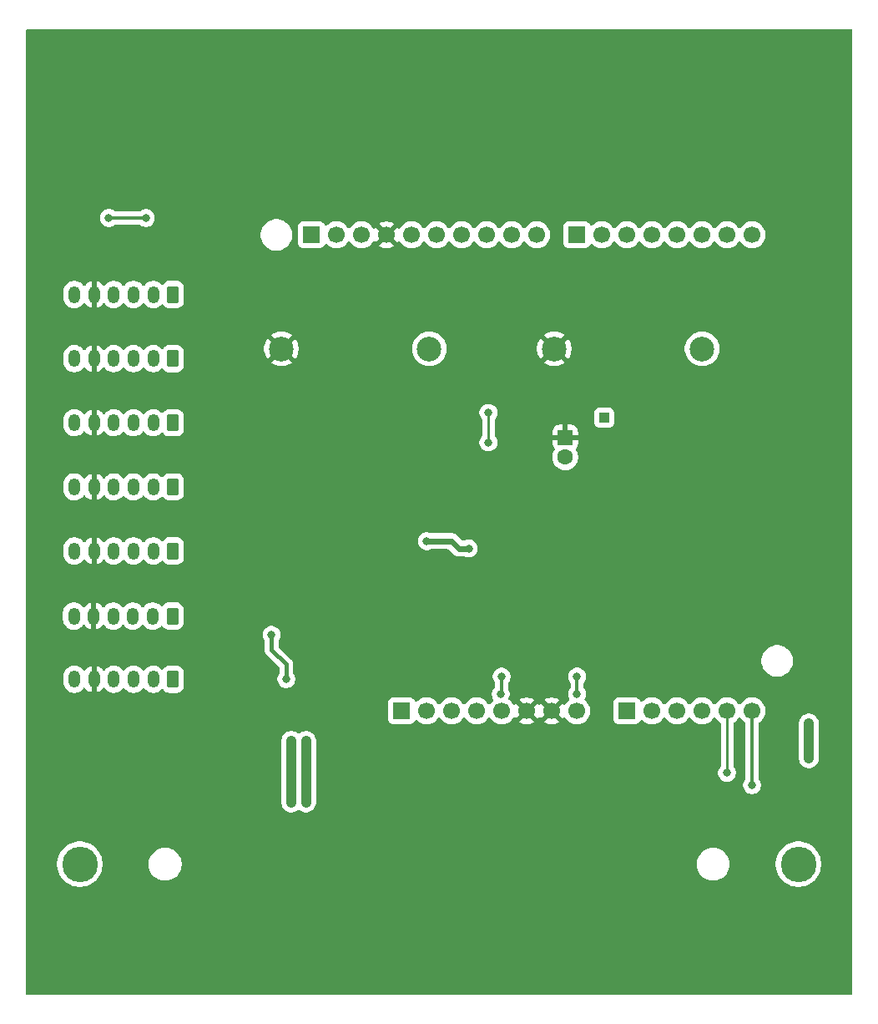
<source format=gbr>
%TF.GenerationSoftware,KiCad,Pcbnew,9.0.3*%
%TF.CreationDate,2025-08-05T14:59:21-07:00*%
%TF.ProjectId,Joule Chief,4a6f756c-6520-4436-9869-65662e6b6963,R1*%
%TF.SameCoordinates,Original*%
%TF.FileFunction,Copper,L2,Bot*%
%TF.FilePolarity,Positive*%
%FSLAX46Y46*%
G04 Gerber Fmt 4.6, Leading zero omitted, Abs format (unit mm)*
G04 Created by KiCad (PCBNEW 9.0.3) date 2025-08-05 14:59:21*
%MOMM*%
%LPD*%
G01*
G04 APERTURE LIST*
G04 Aperture macros list*
%AMRoundRect*
0 Rectangle with rounded corners*
0 $1 Rounding radius*
0 $2 $3 $4 $5 $6 $7 $8 $9 X,Y pos of 4 corners*
0 Add a 4 corners polygon primitive as box body*
4,1,4,$2,$3,$4,$5,$6,$7,$8,$9,$2,$3,0*
0 Add four circle primitives for the rounded corners*
1,1,$1+$1,$2,$3*
1,1,$1+$1,$4,$5*
1,1,$1+$1,$6,$7*
1,1,$1+$1,$8,$9*
0 Add four rect primitives between the rounded corners*
20,1,$1+$1,$2,$3,$4,$5,0*
20,1,$1+$1,$4,$5,$6,$7,0*
20,1,$1+$1,$6,$7,$8,$9,0*
20,1,$1+$1,$8,$9,$2,$3,0*%
G04 Aperture macros list end*
%TA.AperFunction,ComponentPad*%
%ADD10R,1.700000X1.700000*%
%TD*%
%TA.AperFunction,ComponentPad*%
%ADD11C,1.700000*%
%TD*%
%TA.AperFunction,ComponentPad*%
%ADD12C,2.500000*%
%TD*%
%TA.AperFunction,ComponentPad*%
%ADD13RoundRect,0.250000X0.350000X0.625000X-0.350000X0.625000X-0.350000X-0.625000X0.350000X-0.625000X0*%
%TD*%
%TA.AperFunction,ComponentPad*%
%ADD14O,1.200000X1.750000*%
%TD*%
%TA.AperFunction,ComponentPad*%
%ADD15C,3.600000*%
%TD*%
%TA.AperFunction,ComponentPad*%
%ADD16RoundRect,0.250000X-0.550000X0.550000X-0.550000X-0.550000X0.550000X-0.550000X0.550000X0.550000X0*%
%TD*%
%TA.AperFunction,ComponentPad*%
%ADD17C,1.600000*%
%TD*%
%TA.AperFunction,ComponentPad*%
%ADD18R,1.000000X1.000000*%
%TD*%
%TA.AperFunction,ViaPad*%
%ADD19C,0.800000*%
%TD*%
%TA.AperFunction,Conductor*%
%ADD20C,0.600000*%
%TD*%
%TA.AperFunction,Conductor*%
%ADD21C,1.000000*%
%TD*%
%TA.AperFunction,Conductor*%
%ADD22C,0.400000*%
%TD*%
%TA.AperFunction,Conductor*%
%ADD23C,0.300000*%
%TD*%
%TA.AperFunction,Conductor*%
%ADD24C,0.250000*%
%TD*%
G04 APERTURE END LIST*
D10*
%TO.P,J9,1,Pin_1*%
%TO.N,unconnected-(J9-Pin_1-Pad1)*%
X127940000Y-97460000D03*
D11*
%TO.P,J9,2,Pin_2*%
%TO.N,/IOREF*%
X130480000Y-97460000D03*
%TO.P,J9,3,Pin_3*%
%TO.N,/~{RESET}*%
X133020000Y-97460000D03*
%TO.P,J9,4,Pin_4*%
%TO.N,+3V3*%
X135560000Y-97460000D03*
%TO.P,J9,5,Pin_5*%
%TO.N,VBUS*%
X138100000Y-97460000D03*
%TO.P,J9,6,Pin_6*%
%TO.N,GND*%
X140640000Y-97460000D03*
%TO.P,J9,7,Pin_7*%
X143180000Y-97460000D03*
%TO.P,J9,8,Pin_8*%
%TO.N,VIN*%
X145720000Y-97460000D03*
%TD*%
D10*
%TO.P,J10,1,Pin_1*%
%TO.N,/A0*%
X150800000Y-97460000D03*
D11*
%TO.P,J10,2,Pin_2*%
%TO.N,/A1*%
X153340000Y-97460000D03*
%TO.P,J10,3,Pin_3*%
%TO.N,/A2*%
X155880000Y-97460000D03*
%TO.P,J10,4,Pin_4*%
%TO.N,/A3*%
X158420000Y-97460000D03*
%TO.P,J10,5,Pin_5*%
%TO.N,SDA*%
X160960000Y-97460000D03*
%TO.P,J10,6,Pin_6*%
%TO.N,SCL*%
X163500000Y-97460000D03*
%TD*%
D10*
%TO.P,J8,1,Pin_1*%
%TO.N,SCL*%
X118796000Y-49200000D03*
D11*
%TO.P,J8,2,Pin_2*%
%TO.N,SDA*%
X121336000Y-49200000D03*
%TO.P,J8,3,Pin_3*%
%TO.N,/AREF*%
X123876000Y-49200000D03*
%TO.P,J8,4,Pin_4*%
%TO.N,GND*%
X126416000Y-49200000D03*
%TO.P,J8,5,Pin_5*%
%TO.N,SHDN_1*%
X128956000Y-49200000D03*
%TO.P,J8,6,Pin_6*%
%TO.N,SHDN_2*%
X131496000Y-49200000D03*
%TO.P,J8,7,Pin_7*%
%TO.N,SHDN_3*%
X134036000Y-49200000D03*
%TO.P,J8,8,Pin_8*%
%TO.N,SHDN_4*%
X136576000Y-49200000D03*
%TO.P,J8,9,Pin_9*%
%TO.N,SHDN_5*%
X139116000Y-49200000D03*
%TO.P,J8,10,Pin_10*%
%TO.N,SHDN_6*%
X141656000Y-49200000D03*
%TD*%
D10*
%TO.P,J11,1,Pin_1*%
%TO.N,SHDN_7*%
X145720000Y-49200000D03*
D11*
%TO.P,J11,2,Pin_2*%
%TO.N,CHARGER*%
X148260000Y-49200000D03*
%TO.P,J11,3,Pin_3*%
%TO.N,!BOOST*%
X150800000Y-49200000D03*
%TO.P,J11,4,Pin_4*%
%TO.N,/4*%
X153340000Y-49200000D03*
%TO.P,J11,5,Pin_5*%
%TO.N,/\u002A3*%
X155880000Y-49200000D03*
%TO.P,J11,6,Pin_6*%
%TO.N,/2*%
X158420000Y-49200000D03*
%TO.P,J11,7,Pin_7*%
%TO.N,/TX{slash}1*%
X160960000Y-49200000D03*
%TO.P,J11,8,Pin_8*%
%TO.N,/RX{slash}0*%
X163500000Y-49200000D03*
%TD*%
D12*
%TO.P,C5,1*%
%TO.N,Net-(U2-VOUT)*%
X130750000Y-60750000D03*
%TO.P,C5,2*%
%TO.N,GND*%
X115750000Y-60750000D03*
%TD*%
D13*
%TO.P,J6,1,Pin_1*%
%TO.N,SHDN_6*%
X104700000Y-87850000D03*
D14*
%TO.P,J6,2,Pin_2*%
%TO.N,VOUT_1*%
X102700000Y-87850000D03*
%TO.P,J6,3,Pin_3*%
%TO.N,SDA*%
X100700000Y-87850000D03*
%TO.P,J6,4,Pin_4*%
%TO.N,SCL*%
X98700000Y-87850000D03*
%TO.P,J6,5,Pin_5*%
%TO.N,GND*%
X96700000Y-87850000D03*
%TO.P,J6,6,Pin_6*%
%TO.N,VBUS*%
X94700000Y-87850000D03*
%TD*%
D15*
%TO.P,LITH1,1,+*%
%TO.N,BAT+*%
X95300000Y-113000000D03*
%TO.P,LITH1,2,-*%
%TO.N,BAT-*%
X168200000Y-113000000D03*
%TD*%
D13*
%TO.P,J4,1,Pin_1*%
%TO.N,SHDN_4*%
X104750000Y-74750000D03*
D14*
%TO.P,J4,2,Pin_2*%
%TO.N,VOUT_1*%
X102750000Y-74750000D03*
%TO.P,J4,3,Pin_3*%
%TO.N,SDA*%
X100750000Y-74750000D03*
%TO.P,J4,4,Pin_4*%
%TO.N,SCL*%
X98750000Y-74750000D03*
%TO.P,J4,5,Pin_5*%
%TO.N,GND*%
X96750000Y-74750000D03*
%TO.P,J4,6,Pin_6*%
%TO.N,VBUS*%
X94750000Y-74750000D03*
%TD*%
D13*
%TO.P,J2,1,Pin_1*%
%TO.N,SHDN_2*%
X104750000Y-61750000D03*
D14*
%TO.P,J2,2,Pin_2*%
%TO.N,VOUT_1*%
X102750000Y-61750000D03*
%TO.P,J2,3,Pin_3*%
%TO.N,SDA*%
X100750000Y-61750000D03*
%TO.P,J2,4,Pin_4*%
%TO.N,SCL*%
X98750000Y-61750000D03*
%TO.P,J2,5,Pin_5*%
%TO.N,GND*%
X96750000Y-61750000D03*
%TO.P,J2,6,Pin_6*%
%TO.N,VBUS*%
X94750000Y-61750000D03*
%TD*%
D16*
%TO.P,C4,1*%
%TO.N,GND*%
X144545001Y-69750000D03*
D17*
%TO.P,C4,2*%
%TO.N,Net-(U2-VOUT)*%
X144545001Y-71750000D03*
%TD*%
D13*
%TO.P,J3,1,Pin_1*%
%TO.N,SHDN_3*%
X104750000Y-68250000D03*
D14*
%TO.P,J3,2,Pin_2*%
%TO.N,VOUT_1*%
X102750000Y-68250000D03*
%TO.P,J3,3,Pin_3*%
%TO.N,SDA*%
X100750000Y-68250000D03*
%TO.P,J3,4,Pin_4*%
%TO.N,SCL*%
X98750000Y-68250000D03*
%TO.P,J3,5,Pin_5*%
%TO.N,GND*%
X96750000Y-68250000D03*
%TO.P,J3,6,Pin_6*%
%TO.N,VBUS*%
X94750000Y-68250000D03*
%TD*%
D13*
%TO.P,J1,1,Pin_1*%
%TO.N,SHDN_1*%
X104750000Y-55250000D03*
D14*
%TO.P,J1,2,Pin_2*%
%TO.N,VOUT_1*%
X102750000Y-55250000D03*
%TO.P,J1,3,Pin_3*%
%TO.N,SDA*%
X100750000Y-55250000D03*
%TO.P,J1,4,Pin_4*%
%TO.N,SCL*%
X98750000Y-55250000D03*
%TO.P,J1,5,Pin_5*%
%TO.N,GND*%
X96750000Y-55250000D03*
%TO.P,J1,6,Pin_6*%
%TO.N,VBUS*%
X94750000Y-55250000D03*
%TD*%
D18*
%TO.P,TPx1,1,1*%
%TO.N,Net-(U2-~{PGOOD})*%
X148500000Y-67750000D03*
%TD*%
D12*
%TO.P,C2,1*%
%TO.N,L_VIN*%
X158430000Y-60750000D03*
%TO.P,C2,2*%
%TO.N,GND*%
X143430000Y-60750000D03*
%TD*%
D13*
%TO.P,J5,1,Pin_1*%
%TO.N,SHDN_5*%
X104750000Y-81250000D03*
D14*
%TO.P,J5,2,Pin_2*%
%TO.N,VOUT_1*%
X102750000Y-81250000D03*
%TO.P,J5,3,Pin_3*%
%TO.N,SDA*%
X100750000Y-81250000D03*
%TO.P,J5,4,Pin_4*%
%TO.N,SCL*%
X98750000Y-81250000D03*
%TO.P,J5,5,Pin_5*%
%TO.N,GND*%
X96750000Y-81250000D03*
%TO.P,J5,6,Pin_6*%
%TO.N,VBUS*%
X94750000Y-81250000D03*
%TD*%
D13*
%TO.P,J7,1,Pin_1*%
%TO.N,SHDN_7*%
X104750000Y-94250000D03*
D14*
%TO.P,J7,2,Pin_2*%
%TO.N,VOUT_1*%
X102750000Y-94250000D03*
%TO.P,J7,3,Pin_3*%
%TO.N,SDA*%
X100750000Y-94250000D03*
%TO.P,J7,4,Pin_4*%
%TO.N,SCL*%
X98750000Y-94250000D03*
%TO.P,J7,5,Pin_5*%
%TO.N,GND*%
X96750000Y-94250000D03*
%TO.P,J7,6,Pin_6*%
%TO.N,VBUS*%
X94750000Y-94250000D03*
%TD*%
D19*
%TO.N,GND*%
X148295001Y-71750000D03*
X129750000Y-42972545D03*
X152500000Y-84200000D03*
X116750000Y-43000000D03*
X168525676Y-42984207D03*
X161975676Y-43009678D03*
X144545001Y-80550000D03*
X133900000Y-92700000D03*
X129750000Y-76000000D03*
X123250000Y-42923915D03*
X149002772Y-42824386D03*
X155450000Y-42826749D03*
X113000000Y-83550000D03*
X139400000Y-83000000D03*
X124770000Y-79007499D03*
X147500000Y-86000000D03*
X138007501Y-76300000D03*
X136294511Y-42973726D03*
X128500000Y-84750000D03*
X156500000Y-93750000D03*
X142619721Y-42948650D03*
%TO.N,VBUS*%
X134750000Y-81000000D03*
X130500000Y-80250000D03*
%TO.N,BAT-*%
X118250000Y-100500000D03*
X118250000Y-106750000D03*
%TO.N,Net-(Q1-D)*%
X116250000Y-94250000D03*
X114750000Y-89750000D03*
%TO.N,VOUT_1*%
X169250000Y-102250000D03*
X169250000Y-98750000D03*
%TO.N,SCL*%
X163500000Y-105000000D03*
X102000000Y-47500000D03*
X98250000Y-47500000D03*
%TO.N,SDA*%
X160960000Y-103750000D03*
X145750000Y-95750000D03*
X145750000Y-94000000D03*
X138000000Y-95750000D03*
X138100000Y-94000000D03*
%TO.N,!BOOST*%
X136750000Y-70250000D03*
X136750000Y-67250000D03*
%TO.N,BAT+*%
X116750000Y-100500000D03*
X116750000Y-106750000D03*
%TD*%
D20*
%TO.N,VBUS*%
X133750000Y-81000000D02*
X133000000Y-80250000D01*
X133000000Y-80250000D02*
X130500000Y-80250000D01*
X134750000Y-81000000D02*
X133750000Y-81000000D01*
D21*
%TO.N,BAT-*%
X118250000Y-100500000D02*
X118250000Y-106750000D01*
D22*
%TO.N,Net-(Q1-D)*%
X116250000Y-92750000D02*
X116250000Y-94250000D01*
X114750000Y-91250000D02*
X116250000Y-92750000D01*
X114750000Y-89750000D02*
X114750000Y-91250000D01*
D21*
%TO.N,VOUT_1*%
X169250000Y-98750000D02*
X169250000Y-102250000D01*
D23*
%TO.N,SCL*%
X102000000Y-47500000D02*
X98250000Y-47500000D01*
X163500000Y-105000000D02*
X163500000Y-97460000D01*
%TO.N,SDA*%
X145750000Y-94000000D02*
X145750000Y-95750000D01*
X138100000Y-94000000D02*
X138100000Y-95650000D01*
D24*
X160960000Y-103750000D02*
X160960000Y-97460000D01*
D23*
X138100000Y-95650000D02*
X138000000Y-95750000D01*
D24*
%TO.N,!BOOST*%
X136750000Y-67250000D02*
X136750000Y-70250000D01*
D21*
%TO.N,BAT+*%
X116750000Y-100500000D02*
X116750000Y-106750000D01*
%TD*%
%TA.AperFunction,Conductor*%
%TO.N,GND*%
G36*
X173617539Y-28401435D02*
G01*
X173663294Y-28454239D01*
X173674500Y-28505750D01*
X173674500Y-126106750D01*
X173654815Y-126173789D01*
X173602011Y-126219544D01*
X173550500Y-126230750D01*
X89949500Y-126230750D01*
X89882461Y-126211065D01*
X89836706Y-126158261D01*
X89825500Y-126106750D01*
X89825500Y-112848699D01*
X92991500Y-112848699D01*
X92991500Y-113151300D01*
X92991501Y-113151316D01*
X93030998Y-113451328D01*
X93109323Y-113743639D01*
X93225124Y-114023207D01*
X93225128Y-114023217D01*
X93376433Y-114285285D01*
X93560652Y-114525364D01*
X93560658Y-114525371D01*
X93774628Y-114739341D01*
X93774635Y-114739347D01*
X94014714Y-114923566D01*
X94276782Y-115074871D01*
X94276783Y-115074871D01*
X94276786Y-115074873D01*
X94556365Y-115190678D01*
X94848668Y-115269001D01*
X95148693Y-115308500D01*
X95148700Y-115308500D01*
X95451300Y-115308500D01*
X95451307Y-115308500D01*
X95751332Y-115269001D01*
X96043635Y-115190678D01*
X96323214Y-115074873D01*
X96585286Y-114923566D01*
X96825366Y-114739346D01*
X97039346Y-114525366D01*
X97223566Y-114285286D01*
X97374873Y-114023214D01*
X97490678Y-113743635D01*
X97569001Y-113451332D01*
X97608500Y-113151307D01*
X97608500Y-112890182D01*
X102274500Y-112890182D01*
X102274500Y-112890188D01*
X102274500Y-113109811D01*
X102274501Y-113109828D01*
X102303167Y-113327573D01*
X102360014Y-113539729D01*
X102378104Y-113583401D01*
X102444065Y-113742645D01*
X102553884Y-113932855D01*
X102553889Y-113932861D01*
X102553890Y-113932863D01*
X102687588Y-114107102D01*
X102687594Y-114107109D01*
X102842890Y-114262405D01*
X102842897Y-114262411D01*
X102891689Y-114299850D01*
X103017145Y-114396116D01*
X103207355Y-114505935D01*
X103254261Y-114525364D01*
X103410270Y-114589985D01*
X103410271Y-114589985D01*
X103410273Y-114589986D01*
X103622425Y-114646832D01*
X103840182Y-114675500D01*
X103840189Y-114675500D01*
X104059811Y-114675500D01*
X104059818Y-114675500D01*
X104277575Y-114646832D01*
X104489727Y-114589986D01*
X104692645Y-114505935D01*
X104882855Y-114396116D01*
X105057104Y-114262410D01*
X105212410Y-114107104D01*
X105346116Y-113932855D01*
X105455935Y-113742645D01*
X105539986Y-113539727D01*
X105596832Y-113327575D01*
X105625500Y-113109818D01*
X105625500Y-112890182D01*
X157874500Y-112890182D01*
X157874500Y-112890188D01*
X157874500Y-113109811D01*
X157874501Y-113109828D01*
X157903167Y-113327573D01*
X157960014Y-113539729D01*
X157978104Y-113583401D01*
X158044065Y-113742645D01*
X158153884Y-113932855D01*
X158153889Y-113932861D01*
X158153890Y-113932863D01*
X158287588Y-114107102D01*
X158287594Y-114107109D01*
X158442890Y-114262405D01*
X158442897Y-114262411D01*
X158491689Y-114299850D01*
X158617145Y-114396116D01*
X158807355Y-114505935D01*
X158854261Y-114525364D01*
X159010270Y-114589985D01*
X159010271Y-114589985D01*
X159010273Y-114589986D01*
X159222425Y-114646832D01*
X159440182Y-114675500D01*
X159440189Y-114675500D01*
X159659811Y-114675500D01*
X159659818Y-114675500D01*
X159877575Y-114646832D01*
X160089727Y-114589986D01*
X160292645Y-114505935D01*
X160482855Y-114396116D01*
X160657104Y-114262410D01*
X160812410Y-114107104D01*
X160946116Y-113932855D01*
X161055935Y-113742645D01*
X161139986Y-113539727D01*
X161196832Y-113327575D01*
X161225500Y-113109818D01*
X161225500Y-112890182D01*
X161224211Y-112880388D01*
X161221635Y-112860818D01*
X161220039Y-112848699D01*
X165891500Y-112848699D01*
X165891500Y-113151300D01*
X165891501Y-113151316D01*
X165930998Y-113451328D01*
X166009323Y-113743639D01*
X166125124Y-114023207D01*
X166125128Y-114023217D01*
X166276433Y-114285285D01*
X166460652Y-114525364D01*
X166460658Y-114525371D01*
X166674628Y-114739341D01*
X166674635Y-114739347D01*
X166914714Y-114923566D01*
X167176782Y-115074871D01*
X167176783Y-115074871D01*
X167176786Y-115074873D01*
X167456365Y-115190678D01*
X167748668Y-115269001D01*
X168048693Y-115308500D01*
X168048700Y-115308500D01*
X168351300Y-115308500D01*
X168351307Y-115308500D01*
X168651332Y-115269001D01*
X168943635Y-115190678D01*
X169223214Y-115074873D01*
X169485286Y-114923566D01*
X169725366Y-114739346D01*
X169939346Y-114525366D01*
X170123566Y-114285286D01*
X170274873Y-114023214D01*
X170390678Y-113743635D01*
X170469001Y-113451332D01*
X170508500Y-113151307D01*
X170508500Y-112848693D01*
X170469001Y-112548668D01*
X170390678Y-112256365D01*
X170274873Y-111976786D01*
X170123566Y-111714714D01*
X169954256Y-111494065D01*
X169939347Y-111474635D01*
X169939341Y-111474628D01*
X169725371Y-111260658D01*
X169725364Y-111260652D01*
X169485285Y-111076433D01*
X169223217Y-110925128D01*
X169223207Y-110925124D01*
X168943639Y-110809323D01*
X168651328Y-110730998D01*
X168351316Y-110691501D01*
X168351313Y-110691500D01*
X168351307Y-110691500D01*
X168048693Y-110691500D01*
X168048687Y-110691500D01*
X168048683Y-110691501D01*
X167748671Y-110730998D01*
X167456360Y-110809323D01*
X167176792Y-110925124D01*
X167176782Y-110925128D01*
X166914714Y-111076433D01*
X166674635Y-111260652D01*
X166674628Y-111260658D01*
X166460658Y-111474628D01*
X166460652Y-111474635D01*
X166276433Y-111714714D01*
X166125128Y-111976782D01*
X166125124Y-111976792D01*
X166009323Y-112256360D01*
X165930998Y-112548671D01*
X165891501Y-112848683D01*
X165891500Y-112848699D01*
X161220039Y-112848699D01*
X161211288Y-112782235D01*
X161196832Y-112672425D01*
X161139986Y-112460273D01*
X161055935Y-112257355D01*
X160946116Y-112067145D01*
X160812410Y-111892896D01*
X160812405Y-111892890D01*
X160657109Y-111737594D01*
X160657102Y-111737588D01*
X160482863Y-111603890D01*
X160482861Y-111603889D01*
X160482855Y-111603884D01*
X160292645Y-111494065D01*
X160292641Y-111494063D01*
X160089729Y-111410014D01*
X159877573Y-111353167D01*
X159659828Y-111324501D01*
X159659823Y-111324500D01*
X159659818Y-111324500D01*
X159440182Y-111324500D01*
X159440176Y-111324500D01*
X159440171Y-111324501D01*
X159222426Y-111353167D01*
X159010270Y-111410014D01*
X158807358Y-111494063D01*
X158807354Y-111494065D01*
X158617145Y-111603884D01*
X158617136Y-111603890D01*
X158442897Y-111737588D01*
X158442890Y-111737594D01*
X158287594Y-111892890D01*
X158287588Y-111892897D01*
X158153890Y-112067136D01*
X158153884Y-112067145D01*
X158044065Y-112257354D01*
X158044063Y-112257358D01*
X157960014Y-112460270D01*
X157903167Y-112672426D01*
X157875789Y-112880387D01*
X157875789Y-112880389D01*
X157874500Y-112890182D01*
X105625500Y-112890182D01*
X105596832Y-112672425D01*
X105539986Y-112460273D01*
X105455935Y-112257355D01*
X105346116Y-112067145D01*
X105212410Y-111892896D01*
X105212405Y-111892890D01*
X105057109Y-111737594D01*
X105057102Y-111737588D01*
X104882863Y-111603890D01*
X104882861Y-111603889D01*
X104882855Y-111603884D01*
X104692645Y-111494065D01*
X104692641Y-111494063D01*
X104489729Y-111410014D01*
X104277573Y-111353167D01*
X104059828Y-111324501D01*
X104059823Y-111324500D01*
X104059818Y-111324500D01*
X103840182Y-111324500D01*
X103840176Y-111324500D01*
X103840171Y-111324501D01*
X103622426Y-111353167D01*
X103410270Y-111410014D01*
X103207358Y-111494063D01*
X103207354Y-111494065D01*
X103017145Y-111603884D01*
X103017136Y-111603890D01*
X102842897Y-111737588D01*
X102842890Y-111737594D01*
X102687594Y-111892890D01*
X102687588Y-111892897D01*
X102553890Y-112067136D01*
X102553884Y-112067145D01*
X102444065Y-112257354D01*
X102444063Y-112257358D01*
X102360014Y-112460270D01*
X102303167Y-112672426D01*
X102275789Y-112880387D01*
X102275789Y-112880389D01*
X102274500Y-112890182D01*
X97608500Y-112890182D01*
X97608500Y-112848693D01*
X97569001Y-112548668D01*
X97490678Y-112256365D01*
X97374873Y-111976786D01*
X97223566Y-111714714D01*
X97054256Y-111494065D01*
X97039347Y-111474635D01*
X97039341Y-111474628D01*
X96825371Y-111260658D01*
X96825364Y-111260652D01*
X96585285Y-111076433D01*
X96323217Y-110925128D01*
X96323207Y-110925124D01*
X96043639Y-110809323D01*
X95751328Y-110730998D01*
X95451316Y-110691501D01*
X95451313Y-110691500D01*
X95451307Y-110691500D01*
X95148693Y-110691500D01*
X95148687Y-110691500D01*
X95148683Y-110691501D01*
X94848671Y-110730998D01*
X94556360Y-110809323D01*
X94276792Y-110925124D01*
X94276782Y-110925128D01*
X94014714Y-111076433D01*
X93774635Y-111260652D01*
X93774628Y-111260658D01*
X93560658Y-111474628D01*
X93560652Y-111474635D01*
X93376433Y-111714714D01*
X93225128Y-111976782D01*
X93225124Y-111976792D01*
X93109323Y-112256360D01*
X93030998Y-112548671D01*
X92991501Y-112848683D01*
X92991500Y-112848699D01*
X89825500Y-112848699D01*
X89825500Y-100400666D01*
X115741500Y-100400666D01*
X115741500Y-106849333D01*
X115780254Y-107044161D01*
X115780256Y-107044169D01*
X115856277Y-107227701D01*
X115856282Y-107227710D01*
X115966646Y-107392880D01*
X115966649Y-107392884D01*
X116107115Y-107533350D01*
X116107119Y-107533353D01*
X116272289Y-107643717D01*
X116272295Y-107643720D01*
X116272296Y-107643721D01*
X116455831Y-107719744D01*
X116650666Y-107758499D01*
X116650670Y-107758500D01*
X116650671Y-107758500D01*
X116849330Y-107758500D01*
X116849331Y-107758499D01*
X117044169Y-107719744D01*
X117227704Y-107643721D01*
X117392881Y-107533353D01*
X117412317Y-107513917D01*
X117473639Y-107480430D01*
X117543331Y-107485413D01*
X117587683Y-107513917D01*
X117607116Y-107533351D01*
X117607119Y-107533353D01*
X117772289Y-107643717D01*
X117772295Y-107643720D01*
X117772296Y-107643721D01*
X117955831Y-107719744D01*
X118150666Y-107758499D01*
X118150670Y-107758500D01*
X118150671Y-107758500D01*
X118349330Y-107758500D01*
X118349331Y-107758499D01*
X118544169Y-107719744D01*
X118727704Y-107643721D01*
X118892881Y-107533353D01*
X119033353Y-107392881D01*
X119143721Y-107227704D01*
X119219744Y-107044169D01*
X119258500Y-106849329D01*
X119258500Y-100400671D01*
X119219744Y-100205831D01*
X119143721Y-100022296D01*
X119143720Y-100022295D01*
X119143717Y-100022289D01*
X119033353Y-99857119D01*
X119033350Y-99857115D01*
X118892884Y-99716649D01*
X118892880Y-99716646D01*
X118727710Y-99606282D01*
X118727701Y-99606277D01*
X118544169Y-99530256D01*
X118544161Y-99530254D01*
X118349333Y-99491500D01*
X118349329Y-99491500D01*
X118150671Y-99491500D01*
X118150666Y-99491500D01*
X117955838Y-99530254D01*
X117955830Y-99530256D01*
X117772298Y-99606277D01*
X117772289Y-99606282D01*
X117607119Y-99716646D01*
X117607115Y-99716649D01*
X117587681Y-99736084D01*
X117526358Y-99769569D01*
X117456666Y-99764585D01*
X117412319Y-99736084D01*
X117392884Y-99716649D01*
X117392880Y-99716646D01*
X117227710Y-99606282D01*
X117227701Y-99606277D01*
X117044169Y-99530256D01*
X117044161Y-99530254D01*
X116849333Y-99491500D01*
X116849329Y-99491500D01*
X116650671Y-99491500D01*
X116650666Y-99491500D01*
X116455838Y-99530254D01*
X116455830Y-99530256D01*
X116272298Y-99606277D01*
X116272289Y-99606282D01*
X116107119Y-99716646D01*
X116107115Y-99716649D01*
X115966649Y-99857115D01*
X115966646Y-99857119D01*
X115856282Y-100022289D01*
X115856277Y-100022298D01*
X115780256Y-100205830D01*
X115780254Y-100205838D01*
X115741500Y-100400666D01*
X89825500Y-100400666D01*
X89825500Y-96561345D01*
X126581500Y-96561345D01*
X126581500Y-98358654D01*
X126588011Y-98419202D01*
X126588011Y-98419204D01*
X126616733Y-98496208D01*
X126639111Y-98556204D01*
X126726739Y-98673261D01*
X126843796Y-98760889D01*
X126980799Y-98811989D01*
X127008050Y-98814918D01*
X127041345Y-98818499D01*
X127041362Y-98818500D01*
X128838638Y-98818500D01*
X128838654Y-98818499D01*
X128865692Y-98815591D01*
X128899201Y-98811989D01*
X129036204Y-98760889D01*
X129153261Y-98673261D01*
X129240889Y-98556204D01*
X129285957Y-98435371D01*
X129327827Y-98379442D01*
X129393291Y-98355025D01*
X129461564Y-98369877D01*
X129489818Y-98391028D01*
X129594996Y-98496206D01*
X129767991Y-98621894D01*
X129824467Y-98650670D01*
X129958516Y-98718972D01*
X129958519Y-98718973D01*
X130060200Y-98752010D01*
X130161884Y-98785049D01*
X130373084Y-98818500D01*
X130373085Y-98818500D01*
X130586915Y-98818500D01*
X130586916Y-98818500D01*
X130798116Y-98785049D01*
X131001483Y-98718972D01*
X131192009Y-98621894D01*
X131365004Y-98496206D01*
X131516206Y-98345004D01*
X131641894Y-98172009D01*
X131641896Y-98172004D01*
X131644270Y-98168132D01*
X131696080Y-98121254D01*
X131765009Y-98109829D01*
X131829173Y-98137483D01*
X131855730Y-98168132D01*
X131858103Y-98172005D01*
X131858105Y-98172008D01*
X131858106Y-98172009D01*
X131983794Y-98345004D01*
X132134996Y-98496206D01*
X132307991Y-98621894D01*
X132364467Y-98650670D01*
X132498516Y-98718972D01*
X132498519Y-98718973D01*
X132600200Y-98752010D01*
X132701884Y-98785049D01*
X132913084Y-98818500D01*
X132913085Y-98818500D01*
X133126915Y-98818500D01*
X133126916Y-98818500D01*
X133338116Y-98785049D01*
X133541483Y-98718972D01*
X133732009Y-98621894D01*
X133905004Y-98496206D01*
X134056206Y-98345004D01*
X134181894Y-98172009D01*
X134181896Y-98172004D01*
X134184270Y-98168132D01*
X134236080Y-98121254D01*
X134305009Y-98109829D01*
X134369173Y-98137483D01*
X134395730Y-98168132D01*
X134398103Y-98172005D01*
X134398105Y-98172008D01*
X134398106Y-98172009D01*
X134523794Y-98345004D01*
X134674996Y-98496206D01*
X134847991Y-98621894D01*
X134904467Y-98650670D01*
X135038516Y-98718972D01*
X135038519Y-98718973D01*
X135140200Y-98752010D01*
X135241884Y-98785049D01*
X135453084Y-98818500D01*
X135453085Y-98818500D01*
X135666915Y-98818500D01*
X135666916Y-98818500D01*
X135878116Y-98785049D01*
X136081483Y-98718972D01*
X136272009Y-98621894D01*
X136445004Y-98496206D01*
X136596206Y-98345004D01*
X136721894Y-98172009D01*
X136721896Y-98172004D01*
X136724270Y-98168132D01*
X136776080Y-98121254D01*
X136845009Y-98109829D01*
X136909173Y-98137483D01*
X136935730Y-98168132D01*
X136938103Y-98172005D01*
X136938105Y-98172008D01*
X136938106Y-98172009D01*
X137063794Y-98345004D01*
X137214996Y-98496206D01*
X137387991Y-98621894D01*
X137444467Y-98650670D01*
X137578516Y-98718972D01*
X137578519Y-98718973D01*
X137680200Y-98752010D01*
X137781884Y-98785049D01*
X137993084Y-98818500D01*
X137993085Y-98818500D01*
X138206915Y-98818500D01*
X138206916Y-98818500D01*
X138418116Y-98785049D01*
X138621483Y-98718972D01*
X138812009Y-98621894D01*
X138985004Y-98496206D01*
X139136206Y-98345004D01*
X139261894Y-98172009D01*
X139264283Y-98167319D01*
X139312254Y-98116522D01*
X139380074Y-98099724D01*
X139446210Y-98122258D01*
X139482196Y-98163783D01*
X139482829Y-98163396D01*
X139485167Y-98167211D01*
X139485251Y-98167308D01*
X139485371Y-98167545D01*
X139485373Y-98167547D01*
X139524728Y-98221716D01*
X140157037Y-97589408D01*
X140174075Y-97652993D01*
X140239901Y-97767007D01*
X140332993Y-97860099D01*
X140447007Y-97925925D01*
X140510590Y-97942962D01*
X139878282Y-98575269D01*
X139878282Y-98575270D01*
X139932449Y-98614624D01*
X140121782Y-98711095D01*
X140323870Y-98776757D01*
X140533754Y-98810000D01*
X140746246Y-98810000D01*
X140956127Y-98776757D01*
X140956130Y-98776757D01*
X141158217Y-98711095D01*
X141347554Y-98614622D01*
X141401716Y-98575270D01*
X141401717Y-98575270D01*
X140769408Y-97942962D01*
X140832993Y-97925925D01*
X140947007Y-97860099D01*
X141040099Y-97767007D01*
X141105925Y-97652993D01*
X141122962Y-97589409D01*
X141755270Y-98221717D01*
X141755270Y-98221716D01*
X141794622Y-98167554D01*
X141799514Y-98157954D01*
X141847488Y-98107157D01*
X141915308Y-98090361D01*
X141981444Y-98112897D01*
X142020486Y-98157954D01*
X142025375Y-98167550D01*
X142064728Y-98221716D01*
X142697037Y-97589408D01*
X142714075Y-97652993D01*
X142779901Y-97767007D01*
X142872993Y-97860099D01*
X142987007Y-97925925D01*
X143050590Y-97942962D01*
X142418282Y-98575269D01*
X142418282Y-98575270D01*
X142472449Y-98614624D01*
X142661782Y-98711095D01*
X142863870Y-98776757D01*
X143073754Y-98810000D01*
X143286246Y-98810000D01*
X143496127Y-98776757D01*
X143496130Y-98776757D01*
X143698217Y-98711095D01*
X143887554Y-98614622D01*
X143941716Y-98575270D01*
X143941717Y-98575270D01*
X143309408Y-97942962D01*
X143372993Y-97925925D01*
X143487007Y-97860099D01*
X143580099Y-97767007D01*
X143645925Y-97652993D01*
X143662962Y-97589409D01*
X144295270Y-98221717D01*
X144295270Y-98221716D01*
X144334621Y-98167556D01*
X144334738Y-98167327D01*
X144334808Y-98167252D01*
X144337168Y-98163402D01*
X144337976Y-98163897D01*
X144382707Y-98116526D01*
X144450526Y-98099723D01*
X144516663Y-98122254D01*
X144555712Y-98167311D01*
X144558105Y-98172008D01*
X144594220Y-98221716D01*
X144683794Y-98345004D01*
X144834996Y-98496206D01*
X145007991Y-98621894D01*
X145064467Y-98650670D01*
X145198516Y-98718972D01*
X145198519Y-98718973D01*
X145300200Y-98752010D01*
X145401884Y-98785049D01*
X145613084Y-98818500D01*
X145613085Y-98818500D01*
X145826915Y-98818500D01*
X145826916Y-98818500D01*
X146038116Y-98785049D01*
X146241483Y-98718972D01*
X146432009Y-98621894D01*
X146605004Y-98496206D01*
X146756206Y-98345004D01*
X146881894Y-98172009D01*
X146978972Y-97981483D01*
X147045049Y-97778116D01*
X147078500Y-97566916D01*
X147078500Y-97353084D01*
X147045049Y-97141884D01*
X146978972Y-96938517D01*
X146978972Y-96938516D01*
X146923495Y-96829638D01*
X146881894Y-96747991D01*
X146756206Y-96574996D01*
X146742555Y-96561345D01*
X149441500Y-96561345D01*
X149441500Y-98358654D01*
X149448011Y-98419202D01*
X149448011Y-98419204D01*
X149476733Y-98496208D01*
X149499111Y-98556204D01*
X149586739Y-98673261D01*
X149703796Y-98760889D01*
X149840799Y-98811989D01*
X149868050Y-98814918D01*
X149901345Y-98818499D01*
X149901362Y-98818500D01*
X151698638Y-98818500D01*
X151698654Y-98818499D01*
X151725692Y-98815591D01*
X151759201Y-98811989D01*
X151896204Y-98760889D01*
X152013261Y-98673261D01*
X152100889Y-98556204D01*
X152145957Y-98435371D01*
X152187827Y-98379442D01*
X152253291Y-98355025D01*
X152321564Y-98369877D01*
X152349818Y-98391028D01*
X152454996Y-98496206D01*
X152627991Y-98621894D01*
X152684467Y-98650670D01*
X152818516Y-98718972D01*
X152818519Y-98718973D01*
X152920200Y-98752010D01*
X153021884Y-98785049D01*
X153233084Y-98818500D01*
X153233085Y-98818500D01*
X153446915Y-98818500D01*
X153446916Y-98818500D01*
X153658116Y-98785049D01*
X153861483Y-98718972D01*
X154052009Y-98621894D01*
X154225004Y-98496206D01*
X154376206Y-98345004D01*
X154501894Y-98172009D01*
X154501896Y-98172004D01*
X154504270Y-98168132D01*
X154556080Y-98121254D01*
X154625009Y-98109829D01*
X154689173Y-98137483D01*
X154715730Y-98168132D01*
X154718103Y-98172005D01*
X154718105Y-98172008D01*
X154718106Y-98172009D01*
X154843794Y-98345004D01*
X154994996Y-98496206D01*
X155167991Y-98621894D01*
X155224467Y-98650670D01*
X155358516Y-98718972D01*
X155358519Y-98718973D01*
X155460200Y-98752010D01*
X155561884Y-98785049D01*
X155773084Y-98818500D01*
X155773085Y-98818500D01*
X155986915Y-98818500D01*
X155986916Y-98818500D01*
X156198116Y-98785049D01*
X156401483Y-98718972D01*
X156592009Y-98621894D01*
X156765004Y-98496206D01*
X156916206Y-98345004D01*
X157041894Y-98172009D01*
X157041896Y-98172004D01*
X157044270Y-98168132D01*
X157096080Y-98121254D01*
X157165009Y-98109829D01*
X157229173Y-98137483D01*
X157255730Y-98168132D01*
X157258103Y-98172005D01*
X157258105Y-98172008D01*
X157258106Y-98172009D01*
X157383794Y-98345004D01*
X157534996Y-98496206D01*
X157707991Y-98621894D01*
X157764467Y-98650670D01*
X157898516Y-98718972D01*
X157898519Y-98718973D01*
X158000200Y-98752010D01*
X158101884Y-98785049D01*
X158313084Y-98818500D01*
X158313085Y-98818500D01*
X158526915Y-98818500D01*
X158526916Y-98818500D01*
X158738116Y-98785049D01*
X158941483Y-98718972D01*
X159132009Y-98621894D01*
X159305004Y-98496206D01*
X159456206Y-98345004D01*
X159581894Y-98172009D01*
X159581896Y-98172004D01*
X159584270Y-98168132D01*
X159636080Y-98121254D01*
X159705009Y-98109829D01*
X159769173Y-98137483D01*
X159795730Y-98168132D01*
X159798103Y-98172005D01*
X159798105Y-98172008D01*
X159798106Y-98172009D01*
X159923794Y-98345004D01*
X160074996Y-98496206D01*
X160247991Y-98621894D01*
X160258794Y-98627398D01*
X160309590Y-98675371D01*
X160326500Y-98737883D01*
X160326500Y-103047324D01*
X160306815Y-103114363D01*
X160290181Y-103135005D01*
X160254324Y-103170861D01*
X160254321Y-103170865D01*
X160154901Y-103319657D01*
X160154896Y-103319667D01*
X160086413Y-103484999D01*
X160086411Y-103485007D01*
X160051500Y-103660516D01*
X160051500Y-103839483D01*
X160086411Y-104014992D01*
X160086413Y-104015000D01*
X160154896Y-104180332D01*
X160154901Y-104180342D01*
X160254321Y-104329134D01*
X160254324Y-104329138D01*
X160380861Y-104455675D01*
X160380865Y-104455678D01*
X160529657Y-104555098D01*
X160529661Y-104555100D01*
X160529664Y-104555102D01*
X160695000Y-104623587D01*
X160870516Y-104658499D01*
X160870520Y-104658500D01*
X160870521Y-104658500D01*
X161049480Y-104658500D01*
X161049481Y-104658499D01*
X161225000Y-104623587D01*
X161390336Y-104555102D01*
X161539135Y-104455678D01*
X161665678Y-104329135D01*
X161765102Y-104180336D01*
X161833587Y-104015000D01*
X161868500Y-103839479D01*
X161868500Y-103660521D01*
X161833587Y-103485000D01*
X161765102Y-103319664D01*
X161765100Y-103319661D01*
X161765098Y-103319657D01*
X161665678Y-103170865D01*
X161665675Y-103170861D01*
X161629819Y-103135005D01*
X161596334Y-103073682D01*
X161593500Y-103047324D01*
X161593500Y-98737883D01*
X161613185Y-98670844D01*
X161661204Y-98627398D01*
X161672009Y-98621894D01*
X161845004Y-98496206D01*
X161996206Y-98345004D01*
X162121894Y-98172009D01*
X162121896Y-98172004D01*
X162124270Y-98168132D01*
X162176080Y-98121254D01*
X162245009Y-98109829D01*
X162309173Y-98137483D01*
X162335730Y-98168132D01*
X162338103Y-98172005D01*
X162338105Y-98172008D01*
X162338106Y-98172009D01*
X162463794Y-98345004D01*
X162614996Y-98496206D01*
X162787988Y-98621892D01*
X162790386Y-98623634D01*
X162833051Y-98678964D01*
X162841500Y-98723952D01*
X162841500Y-104322324D01*
X162821815Y-104389363D01*
X162805181Y-104410005D01*
X162794324Y-104420861D01*
X162794321Y-104420865D01*
X162694901Y-104569657D01*
X162694896Y-104569667D01*
X162626413Y-104734999D01*
X162626411Y-104735007D01*
X162591500Y-104910516D01*
X162591500Y-105089483D01*
X162626411Y-105264992D01*
X162626413Y-105265000D01*
X162694896Y-105430332D01*
X162694901Y-105430342D01*
X162794321Y-105579134D01*
X162794324Y-105579138D01*
X162920861Y-105705675D01*
X162920865Y-105705678D01*
X163069657Y-105805098D01*
X163069661Y-105805100D01*
X163069664Y-105805102D01*
X163235000Y-105873587D01*
X163410516Y-105908499D01*
X163410520Y-105908500D01*
X163410521Y-105908500D01*
X163589480Y-105908500D01*
X163589481Y-105908499D01*
X163765000Y-105873587D01*
X163930336Y-105805102D01*
X164079135Y-105705678D01*
X164205678Y-105579135D01*
X164305102Y-105430336D01*
X164373587Y-105265000D01*
X164408500Y-105089479D01*
X164408500Y-104910521D01*
X164373587Y-104735000D01*
X164305102Y-104569664D01*
X164305100Y-104569661D01*
X164305098Y-104569657D01*
X164205678Y-104420865D01*
X164205675Y-104420861D01*
X164194819Y-104410005D01*
X164161334Y-104348682D01*
X164158500Y-104322324D01*
X164158500Y-98723952D01*
X164160041Y-98718702D01*
X164158955Y-98713341D01*
X164169780Y-98685536D01*
X164178185Y-98656913D01*
X164182845Y-98651978D01*
X164183356Y-98650666D01*
X168241500Y-98650666D01*
X168241500Y-102349333D01*
X168280254Y-102544161D01*
X168280256Y-102544169D01*
X168356277Y-102727701D01*
X168356282Y-102727710D01*
X168466646Y-102892880D01*
X168466649Y-102892884D01*
X168607115Y-103033350D01*
X168607119Y-103033353D01*
X168772289Y-103143717D01*
X168772295Y-103143720D01*
X168772296Y-103143721D01*
X168955831Y-103219744D01*
X169150666Y-103258499D01*
X169150670Y-103258500D01*
X169150671Y-103258500D01*
X169349330Y-103258500D01*
X169349331Y-103258499D01*
X169544169Y-103219744D01*
X169727704Y-103143721D01*
X169892881Y-103033353D01*
X170033353Y-102892881D01*
X170143721Y-102727704D01*
X170219744Y-102544169D01*
X170258500Y-102349329D01*
X170258500Y-98650671D01*
X170219744Y-98455831D01*
X170143721Y-98272296D01*
X170143720Y-98272295D01*
X170143717Y-98272289D01*
X170033353Y-98107119D01*
X170033350Y-98107115D01*
X169892884Y-97966649D01*
X169892880Y-97966646D01*
X169727710Y-97856282D01*
X169727701Y-97856277D01*
X169544169Y-97780256D01*
X169544161Y-97780254D01*
X169349333Y-97741500D01*
X169349329Y-97741500D01*
X169150671Y-97741500D01*
X169150666Y-97741500D01*
X168955838Y-97780254D01*
X168955830Y-97780256D01*
X168772298Y-97856277D01*
X168772289Y-97856282D01*
X168607119Y-97966646D01*
X168607115Y-97966649D01*
X168466649Y-98107115D01*
X168466646Y-98107119D01*
X168356282Y-98272289D01*
X168356277Y-98272298D01*
X168280256Y-98455830D01*
X168280254Y-98455838D01*
X168241500Y-98650666D01*
X164183356Y-98650666D01*
X164184304Y-98648232D01*
X164209614Y-98623634D01*
X164212012Y-98621892D01*
X164385004Y-98496206D01*
X164536206Y-98345004D01*
X164661894Y-98172009D01*
X164758972Y-97981483D01*
X164825049Y-97778116D01*
X164858500Y-97566916D01*
X164858500Y-97353084D01*
X164825049Y-97141884D01*
X164758972Y-96938517D01*
X164758972Y-96938516D01*
X164703495Y-96829638D01*
X164661894Y-96747991D01*
X164536206Y-96574996D01*
X164385004Y-96423794D01*
X164212009Y-96298106D01*
X164200371Y-96292176D01*
X164021483Y-96201027D01*
X164021480Y-96201026D01*
X163818117Y-96134951D01*
X163712516Y-96118225D01*
X163606916Y-96101500D01*
X163393084Y-96101500D01*
X163322684Y-96112650D01*
X163181882Y-96134951D01*
X162978519Y-96201026D01*
X162978516Y-96201027D01*
X162787990Y-96298106D01*
X162614993Y-96423796D01*
X162463796Y-96574993D01*
X162338105Y-96747991D01*
X162335727Y-96751873D01*
X162283914Y-96798748D01*
X162214984Y-96810169D01*
X162150822Y-96782512D01*
X162124273Y-96751873D01*
X162121894Y-96747991D01*
X162085778Y-96698282D01*
X161996206Y-96574996D01*
X161845004Y-96423794D01*
X161672009Y-96298106D01*
X161660371Y-96292176D01*
X161481483Y-96201027D01*
X161481480Y-96201026D01*
X161278117Y-96134951D01*
X161172516Y-96118225D01*
X161066916Y-96101500D01*
X160853084Y-96101500D01*
X160782684Y-96112650D01*
X160641882Y-96134951D01*
X160438519Y-96201026D01*
X160438516Y-96201027D01*
X160247990Y-96298106D01*
X160074993Y-96423796D01*
X159923796Y-96574993D01*
X159798105Y-96747991D01*
X159795727Y-96751873D01*
X159743914Y-96798748D01*
X159674984Y-96810169D01*
X159610822Y-96782512D01*
X159584273Y-96751873D01*
X159581894Y-96747991D01*
X159545778Y-96698282D01*
X159456206Y-96574996D01*
X159305004Y-96423794D01*
X159132009Y-96298106D01*
X159120371Y-96292176D01*
X158941483Y-96201027D01*
X158941480Y-96201026D01*
X158738117Y-96134951D01*
X158632516Y-96118225D01*
X158526916Y-96101500D01*
X158313084Y-96101500D01*
X158242684Y-96112650D01*
X158101882Y-96134951D01*
X157898519Y-96201026D01*
X157898516Y-96201027D01*
X157707990Y-96298106D01*
X157534993Y-96423796D01*
X157383796Y-96574993D01*
X157258105Y-96747991D01*
X157255727Y-96751873D01*
X157203914Y-96798748D01*
X157134984Y-96810169D01*
X157070822Y-96782512D01*
X157044273Y-96751873D01*
X157041894Y-96747991D01*
X157005778Y-96698282D01*
X156916206Y-96574996D01*
X156765004Y-96423794D01*
X156592009Y-96298106D01*
X156580371Y-96292176D01*
X156401483Y-96201027D01*
X156401480Y-96201026D01*
X156198117Y-96134951D01*
X156092516Y-96118225D01*
X155986916Y-96101500D01*
X155773084Y-96101500D01*
X155702684Y-96112650D01*
X155561882Y-96134951D01*
X155358519Y-96201026D01*
X155358516Y-96201027D01*
X155167990Y-96298106D01*
X154994993Y-96423796D01*
X154843796Y-96574993D01*
X154718105Y-96747991D01*
X154715727Y-96751873D01*
X154663914Y-96798748D01*
X154594984Y-96810169D01*
X154530822Y-96782512D01*
X154504273Y-96751873D01*
X154501894Y-96747991D01*
X154465778Y-96698282D01*
X154376206Y-96574996D01*
X154225004Y-96423794D01*
X154052009Y-96298106D01*
X154040371Y-96292176D01*
X153861483Y-96201027D01*
X153861480Y-96201026D01*
X153658117Y-96134951D01*
X153552516Y-96118225D01*
X153446916Y-96101500D01*
X153233084Y-96101500D01*
X153162684Y-96112650D01*
X153021882Y-96134951D01*
X152818519Y-96201026D01*
X152818516Y-96201027D01*
X152627990Y-96298106D01*
X152454997Y-96423793D01*
X152349818Y-96528972D01*
X152288495Y-96562456D01*
X152218803Y-96557472D01*
X152162870Y-96515600D01*
X152145958Y-96484629D01*
X152100889Y-96363796D01*
X152013261Y-96246739D01*
X151896204Y-96159111D01*
X151759203Y-96108011D01*
X151698654Y-96101500D01*
X151698638Y-96101500D01*
X149901362Y-96101500D01*
X149901345Y-96101500D01*
X149840797Y-96108011D01*
X149840795Y-96108011D01*
X149703795Y-96159111D01*
X149586739Y-96246739D01*
X149499111Y-96363795D01*
X149448011Y-96500795D01*
X149448011Y-96500797D01*
X149441500Y-96561345D01*
X146742555Y-96561345D01*
X146605004Y-96423794D01*
X146558353Y-96389900D01*
X146515688Y-96334572D01*
X146509709Y-96264958D01*
X146528135Y-96220693D01*
X146555102Y-96180336D01*
X146623587Y-96015000D01*
X146658500Y-95839479D01*
X146658500Y-95660521D01*
X146623587Y-95485000D01*
X146555102Y-95319664D01*
X146555100Y-95319661D01*
X146555098Y-95319657D01*
X146455678Y-95170865D01*
X146455675Y-95170861D01*
X146444819Y-95160005D01*
X146411334Y-95098682D01*
X146408500Y-95072324D01*
X146408500Y-94677675D01*
X146428185Y-94610636D01*
X146444822Y-94589991D01*
X146455676Y-94579137D01*
X146455678Y-94579135D01*
X146555102Y-94430336D01*
X146623587Y-94265000D01*
X146658500Y-94089479D01*
X146658500Y-93910521D01*
X146623587Y-93735000D01*
X146555102Y-93569664D01*
X146555100Y-93569661D01*
X146555098Y-93569657D01*
X146455678Y-93420865D01*
X146455675Y-93420861D01*
X146329138Y-93294324D01*
X146329134Y-93294321D01*
X146180342Y-93194901D01*
X146180332Y-93194896D01*
X146015000Y-93126413D01*
X146014992Y-93126411D01*
X145839483Y-93091500D01*
X145839479Y-93091500D01*
X145660521Y-93091500D01*
X145660516Y-93091500D01*
X145485007Y-93126411D01*
X145484999Y-93126413D01*
X145319667Y-93194896D01*
X145319657Y-93194901D01*
X145170865Y-93294321D01*
X145170861Y-93294324D01*
X145044324Y-93420861D01*
X145044321Y-93420865D01*
X144944901Y-93569657D01*
X144944896Y-93569667D01*
X144876413Y-93734999D01*
X144876411Y-93735007D01*
X144841500Y-93910516D01*
X144841500Y-94089483D01*
X144876411Y-94264992D01*
X144876413Y-94265000D01*
X144944896Y-94430332D01*
X144944901Y-94430342D01*
X145044321Y-94579134D01*
X145044323Y-94579137D01*
X145055178Y-94589991D01*
X145088665Y-94651313D01*
X145091500Y-94677675D01*
X145091500Y-95072324D01*
X145071815Y-95139363D01*
X145055181Y-95160005D01*
X145044324Y-95170861D01*
X145044321Y-95170865D01*
X144944901Y-95319657D01*
X144944896Y-95319667D01*
X144876413Y-95484999D01*
X144876411Y-95485007D01*
X144841500Y-95660516D01*
X144841500Y-95839483D01*
X144876411Y-96014992D01*
X144876413Y-96015000D01*
X144944896Y-96180332D01*
X144944900Y-96180340D01*
X144952252Y-96191342D01*
X144973132Y-96258019D01*
X144954649Y-96325400D01*
X144922038Y-96360554D01*
X144834994Y-96423795D01*
X144683796Y-96574993D01*
X144558103Y-96747994D01*
X144555709Y-96752693D01*
X144507731Y-96803485D01*
X144439908Y-96820275D01*
X144373775Y-96797732D01*
X144337804Y-96756215D01*
X144337171Y-96756604D01*
X144334826Y-96752778D01*
X144334743Y-96752682D01*
X144334624Y-96752449D01*
X144295270Y-96698282D01*
X144295269Y-96698282D01*
X143662962Y-97330590D01*
X143645925Y-97267007D01*
X143580099Y-97152993D01*
X143487007Y-97059901D01*
X143372993Y-96994075D01*
X143309409Y-96977037D01*
X143941716Y-96344728D01*
X143887550Y-96305375D01*
X143698217Y-96208904D01*
X143496129Y-96143242D01*
X143286246Y-96110000D01*
X143073754Y-96110000D01*
X142863872Y-96143242D01*
X142863869Y-96143242D01*
X142661782Y-96208904D01*
X142472439Y-96305380D01*
X142418282Y-96344727D01*
X142418282Y-96344728D01*
X143050591Y-96977037D01*
X142987007Y-96994075D01*
X142872993Y-97059901D01*
X142779901Y-97152993D01*
X142714075Y-97267007D01*
X142697037Y-97330591D01*
X142064728Y-96698282D01*
X142064727Y-96698282D01*
X142025380Y-96752440D01*
X142020483Y-96762051D01*
X141972506Y-96812845D01*
X141904684Y-96829638D01*
X141838550Y-96807098D01*
X141799516Y-96762048D01*
X141794626Y-96752452D01*
X141755270Y-96698282D01*
X141755269Y-96698282D01*
X141122962Y-97330590D01*
X141105925Y-97267007D01*
X141040099Y-97152993D01*
X140947007Y-97059901D01*
X140832993Y-96994075D01*
X140769409Y-96977037D01*
X141401716Y-96344728D01*
X141347550Y-96305375D01*
X141158217Y-96208904D01*
X140956129Y-96143242D01*
X140746246Y-96110000D01*
X140533754Y-96110000D01*
X140323872Y-96143242D01*
X140323869Y-96143242D01*
X140121782Y-96208904D01*
X139932439Y-96305380D01*
X139878282Y-96344727D01*
X139878282Y-96344728D01*
X140510591Y-96977037D01*
X140447007Y-96994075D01*
X140332993Y-97059901D01*
X140239901Y-97152993D01*
X140174075Y-97267007D01*
X140157037Y-97330591D01*
X139524728Y-96698282D01*
X139524727Y-96698282D01*
X139485380Y-96752440D01*
X139485374Y-96752449D01*
X139485246Y-96752702D01*
X139485172Y-96752780D01*
X139482838Y-96756590D01*
X139482036Y-96756099D01*
X139437264Y-96803490D01*
X139369441Y-96820275D01*
X139303309Y-96797728D01*
X139264283Y-96752680D01*
X139261894Y-96747991D01*
X139136206Y-96574996D01*
X138985004Y-96423794D01*
X138979936Y-96420112D01*
X138848287Y-96324463D01*
X138805621Y-96269133D01*
X138799642Y-96199520D01*
X138806611Y-96176692D01*
X138873587Y-96015000D01*
X138908500Y-95839479D01*
X138908500Y-95660521D01*
X138873587Y-95485000D01*
X138805102Y-95319664D01*
X138797100Y-95307688D01*
X138779397Y-95281192D01*
X138758520Y-95214515D01*
X138758500Y-95212303D01*
X138758500Y-94677675D01*
X138778185Y-94610636D01*
X138794822Y-94589991D01*
X138805676Y-94579137D01*
X138805678Y-94579135D01*
X138905102Y-94430336D01*
X138973587Y-94265000D01*
X139008500Y-94089479D01*
X139008500Y-93910521D01*
X138973587Y-93735000D01*
X138905102Y-93569664D01*
X138905100Y-93569661D01*
X138905098Y-93569657D01*
X138805678Y-93420865D01*
X138805675Y-93420861D01*
X138679138Y-93294324D01*
X138679134Y-93294321D01*
X138530342Y-93194901D01*
X138530332Y-93194896D01*
X138365000Y-93126413D01*
X138364992Y-93126411D01*
X138189483Y-93091500D01*
X138189479Y-93091500D01*
X138010521Y-93091500D01*
X138010516Y-93091500D01*
X137835007Y-93126411D01*
X137834999Y-93126413D01*
X137669667Y-93194896D01*
X137669657Y-93194901D01*
X137520865Y-93294321D01*
X137520861Y-93294324D01*
X137394324Y-93420861D01*
X137394321Y-93420865D01*
X137294901Y-93569657D01*
X137294896Y-93569667D01*
X137226413Y-93734999D01*
X137226411Y-93735007D01*
X137191500Y-93910516D01*
X137191500Y-94089483D01*
X137226411Y-94264992D01*
X137226413Y-94265000D01*
X137294896Y-94430332D01*
X137294901Y-94430342D01*
X137394321Y-94579134D01*
X137394323Y-94579137D01*
X137405178Y-94589991D01*
X137438665Y-94651313D01*
X137441500Y-94677675D01*
X137441500Y-94972324D01*
X137421815Y-95039363D01*
X137405181Y-95060005D01*
X137294324Y-95170861D01*
X137294321Y-95170865D01*
X137194901Y-95319657D01*
X137194896Y-95319667D01*
X137126413Y-95484999D01*
X137126411Y-95485007D01*
X137091500Y-95660516D01*
X137091500Y-95839483D01*
X137126411Y-96014992D01*
X137126413Y-96015000D01*
X137194896Y-96180332D01*
X137194901Y-96180342D01*
X137244739Y-96254929D01*
X137265617Y-96321606D01*
X137247133Y-96388987D01*
X137218258Y-96420112D01*
X137218701Y-96420630D01*
X137214993Y-96423796D01*
X137063796Y-96574993D01*
X136938105Y-96747991D01*
X136935727Y-96751873D01*
X136883914Y-96798748D01*
X136814984Y-96810169D01*
X136750822Y-96782512D01*
X136724273Y-96751873D01*
X136721894Y-96747991D01*
X136685778Y-96698282D01*
X136596206Y-96574996D01*
X136445004Y-96423794D01*
X136272009Y-96298106D01*
X136260371Y-96292176D01*
X136081483Y-96201027D01*
X136081480Y-96201026D01*
X135878117Y-96134951D01*
X135772516Y-96118225D01*
X135666916Y-96101500D01*
X135453084Y-96101500D01*
X135382684Y-96112650D01*
X135241882Y-96134951D01*
X135038519Y-96201026D01*
X135038516Y-96201027D01*
X134847990Y-96298106D01*
X134674993Y-96423796D01*
X134523796Y-96574993D01*
X134398105Y-96747991D01*
X134395727Y-96751873D01*
X134343914Y-96798748D01*
X134274984Y-96810169D01*
X134210822Y-96782512D01*
X134184273Y-96751873D01*
X134181894Y-96747991D01*
X134145778Y-96698282D01*
X134056206Y-96574996D01*
X133905004Y-96423794D01*
X133732009Y-96298106D01*
X133720371Y-96292176D01*
X133541483Y-96201027D01*
X133541480Y-96201026D01*
X133338117Y-96134951D01*
X133232516Y-96118225D01*
X133126916Y-96101500D01*
X132913084Y-96101500D01*
X132842684Y-96112650D01*
X132701882Y-96134951D01*
X132498519Y-96201026D01*
X132498516Y-96201027D01*
X132307990Y-96298106D01*
X132134993Y-96423796D01*
X131983796Y-96574993D01*
X131858105Y-96747991D01*
X131855727Y-96751873D01*
X131803914Y-96798748D01*
X131734984Y-96810169D01*
X131670822Y-96782512D01*
X131644273Y-96751873D01*
X131641894Y-96747991D01*
X131605778Y-96698282D01*
X131516206Y-96574996D01*
X131365004Y-96423794D01*
X131192009Y-96298106D01*
X131180371Y-96292176D01*
X131001483Y-96201027D01*
X131001480Y-96201026D01*
X130798117Y-96134951D01*
X130692516Y-96118225D01*
X130586916Y-96101500D01*
X130373084Y-96101500D01*
X130302684Y-96112650D01*
X130161882Y-96134951D01*
X129958519Y-96201026D01*
X129958516Y-96201027D01*
X129767990Y-96298106D01*
X129594997Y-96423793D01*
X129489818Y-96528972D01*
X129428495Y-96562456D01*
X129358803Y-96557472D01*
X129302870Y-96515600D01*
X129285958Y-96484629D01*
X129240889Y-96363796D01*
X129153261Y-96246739D01*
X129036204Y-96159111D01*
X128899203Y-96108011D01*
X128838654Y-96101500D01*
X128838638Y-96101500D01*
X127041362Y-96101500D01*
X127041345Y-96101500D01*
X126980797Y-96108011D01*
X126980795Y-96108011D01*
X126843795Y-96159111D01*
X126726739Y-96246739D01*
X126639111Y-96363795D01*
X126588011Y-96500795D01*
X126588011Y-96500797D01*
X126581500Y-96561345D01*
X89825500Y-96561345D01*
X89825500Y-93887759D01*
X93641500Y-93887759D01*
X93641500Y-94612241D01*
X93651864Y-94677675D01*
X93668795Y-94784575D01*
X93722710Y-94950513D01*
X93722711Y-94950516D01*
X93801928Y-95105984D01*
X93904477Y-95247132D01*
X93904481Y-95247137D01*
X94027862Y-95370518D01*
X94027867Y-95370522D01*
X94150984Y-95459971D01*
X94169019Y-95473074D01*
X94270646Y-95524856D01*
X94324483Y-95552288D01*
X94324486Y-95552289D01*
X94407455Y-95579246D01*
X94490426Y-95606205D01*
X94662759Y-95633500D01*
X94662760Y-95633500D01*
X94837240Y-95633500D01*
X94837241Y-95633500D01*
X95009574Y-95606205D01*
X95175516Y-95552288D01*
X95330981Y-95473074D01*
X95472139Y-95370517D01*
X95595517Y-95247139D01*
X95654936Y-95165355D01*
X95710264Y-95122691D01*
X95779877Y-95116712D01*
X95841672Y-95149317D01*
X95855571Y-95165357D01*
X95910961Y-95241595D01*
X95910965Y-95241600D01*
X96033397Y-95364032D01*
X96173475Y-95465804D01*
X96327744Y-95544408D01*
X96492415Y-95597914D01*
X96492414Y-95597914D01*
X96499999Y-95599115D01*
X96500000Y-95599114D01*
X96500000Y-94530330D01*
X96519745Y-94550075D01*
X96605255Y-94599444D01*
X96700630Y-94625000D01*
X96799370Y-94625000D01*
X96894745Y-94599444D01*
X96980255Y-94550075D01*
X97000000Y-94530330D01*
X97000000Y-95599115D01*
X97007584Y-95597914D01*
X97172255Y-95544408D01*
X97326524Y-95465804D01*
X97466602Y-95364032D01*
X97589036Y-95241598D01*
X97644427Y-95165357D01*
X97699756Y-95122691D01*
X97769369Y-95116710D01*
X97831165Y-95149315D01*
X97845060Y-95165351D01*
X97896534Y-95236198D01*
X97904483Y-95247139D01*
X98027862Y-95370518D01*
X98027867Y-95370522D01*
X98150984Y-95459971D01*
X98169019Y-95473074D01*
X98270646Y-95524856D01*
X98324483Y-95552288D01*
X98324486Y-95552289D01*
X98407455Y-95579246D01*
X98490426Y-95606205D01*
X98662759Y-95633500D01*
X98662760Y-95633500D01*
X98837240Y-95633500D01*
X98837241Y-95633500D01*
X99009574Y-95606205D01*
X99175516Y-95552288D01*
X99330981Y-95473074D01*
X99472139Y-95370517D01*
X99595517Y-95247139D01*
X99620827Y-95212303D01*
X99649682Y-95172588D01*
X99705011Y-95129922D01*
X99774625Y-95123943D01*
X99836420Y-95156548D01*
X99850318Y-95172588D01*
X99904477Y-95247132D01*
X99904481Y-95247137D01*
X100027862Y-95370518D01*
X100027867Y-95370522D01*
X100150984Y-95459971D01*
X100169019Y-95473074D01*
X100270646Y-95524856D01*
X100324483Y-95552288D01*
X100324486Y-95552289D01*
X100407455Y-95579246D01*
X100490426Y-95606205D01*
X100662759Y-95633500D01*
X100662760Y-95633500D01*
X100837240Y-95633500D01*
X100837241Y-95633500D01*
X101009574Y-95606205D01*
X101175516Y-95552288D01*
X101330981Y-95473074D01*
X101472139Y-95370517D01*
X101595517Y-95247139D01*
X101620827Y-95212303D01*
X101649682Y-95172588D01*
X101705011Y-95129922D01*
X101774625Y-95123943D01*
X101836420Y-95156548D01*
X101850318Y-95172588D01*
X101904477Y-95247132D01*
X101904481Y-95247137D01*
X102027862Y-95370518D01*
X102027867Y-95370522D01*
X102150984Y-95459971D01*
X102169019Y-95473074D01*
X102270646Y-95524856D01*
X102324483Y-95552288D01*
X102324486Y-95552289D01*
X102407455Y-95579246D01*
X102490426Y-95606205D01*
X102662759Y-95633500D01*
X102662760Y-95633500D01*
X102837240Y-95633500D01*
X102837241Y-95633500D01*
X103009574Y-95606205D01*
X103175516Y-95552288D01*
X103330981Y-95473074D01*
X103472139Y-95370517D01*
X103572975Y-95269680D01*
X103634294Y-95236198D01*
X103703986Y-95241182D01*
X103759920Y-95283053D01*
X103766184Y-95292255D01*
X103800970Y-95348652D01*
X103926348Y-95474030D01*
X104077262Y-95567115D01*
X104245574Y-95622887D01*
X104349455Y-95633500D01*
X105150544Y-95633499D01*
X105254426Y-95622887D01*
X105422738Y-95567115D01*
X105573652Y-95474030D01*
X105699030Y-95348652D01*
X105792115Y-95197738D01*
X105847887Y-95029426D01*
X105858500Y-94925545D01*
X105858499Y-93574456D01*
X105847887Y-93470574D01*
X105792115Y-93302262D01*
X105699030Y-93151348D01*
X105573652Y-93025970D01*
X105422738Y-92932885D01*
X105422735Y-92932884D01*
X105254427Y-92877113D01*
X105150546Y-92866500D01*
X104349462Y-92866500D01*
X104349446Y-92866501D01*
X104245572Y-92877113D01*
X104077264Y-92932884D01*
X104077259Y-92932886D01*
X103926346Y-93025971D01*
X103800970Y-93151347D01*
X103800967Y-93151351D01*
X103766191Y-93207732D01*
X103714243Y-93254457D01*
X103645280Y-93265678D01*
X103581198Y-93237835D01*
X103572972Y-93230316D01*
X103472137Y-93129481D01*
X103472132Y-93129477D01*
X103330984Y-93026928D01*
X103330983Y-93026927D01*
X103330981Y-93026926D01*
X103281175Y-93001548D01*
X103175516Y-92947711D01*
X103175513Y-92947710D01*
X103009575Y-92893795D01*
X102923407Y-92880147D01*
X102837241Y-92866500D01*
X102662759Y-92866500D01*
X102605314Y-92875598D01*
X102490424Y-92893795D01*
X102324486Y-92947710D01*
X102324483Y-92947711D01*
X102169015Y-93026928D01*
X102027867Y-93129477D01*
X102027862Y-93129481D01*
X101904481Y-93252862D01*
X101850318Y-93327412D01*
X101794988Y-93370077D01*
X101725375Y-93376056D01*
X101663580Y-93343450D01*
X101649682Y-93327412D01*
X101595518Y-93252862D01*
X101472137Y-93129481D01*
X101472132Y-93129477D01*
X101330984Y-93026928D01*
X101330983Y-93026927D01*
X101330981Y-93026926D01*
X101281175Y-93001548D01*
X101175516Y-92947711D01*
X101175513Y-92947710D01*
X101009575Y-92893795D01*
X100923407Y-92880147D01*
X100837241Y-92866500D01*
X100662759Y-92866500D01*
X100605314Y-92875598D01*
X100490424Y-92893795D01*
X100324486Y-92947710D01*
X100324483Y-92947711D01*
X100169015Y-93026928D01*
X100027867Y-93129477D01*
X100027862Y-93129481D01*
X99904481Y-93252862D01*
X99850318Y-93327412D01*
X99794988Y-93370077D01*
X99725375Y-93376056D01*
X99663580Y-93343450D01*
X99649682Y-93327412D01*
X99595518Y-93252862D01*
X99472137Y-93129481D01*
X99472132Y-93129477D01*
X99330984Y-93026928D01*
X99330983Y-93026927D01*
X99330981Y-93026926D01*
X99281175Y-93001548D01*
X99175516Y-92947711D01*
X99175513Y-92947710D01*
X99009575Y-92893795D01*
X98923407Y-92880147D01*
X98837241Y-92866500D01*
X98662759Y-92866500D01*
X98605314Y-92875598D01*
X98490424Y-92893795D01*
X98324486Y-92947710D01*
X98324483Y-92947711D01*
X98169015Y-93026928D01*
X98027867Y-93129477D01*
X98027862Y-93129481D01*
X97904481Y-93252862D01*
X97845064Y-93334643D01*
X97789734Y-93377308D01*
X97720120Y-93383287D01*
X97658325Y-93350681D01*
X97644428Y-93334642D01*
X97589038Y-93258403D01*
X97466602Y-93135967D01*
X97326524Y-93034195D01*
X97172257Y-92955591D01*
X97007589Y-92902087D01*
X97007581Y-92902085D01*
X97000000Y-92900884D01*
X97000000Y-93969670D01*
X96980255Y-93949925D01*
X96894745Y-93900556D01*
X96799370Y-93875000D01*
X96700630Y-93875000D01*
X96605255Y-93900556D01*
X96519745Y-93949925D01*
X96500000Y-93969670D01*
X96500000Y-92900884D01*
X96499999Y-92900884D01*
X96492418Y-92902085D01*
X96492410Y-92902087D01*
X96327742Y-92955591D01*
X96173475Y-93034195D01*
X96033397Y-93135967D01*
X95910965Y-93258399D01*
X95855571Y-93334643D01*
X95800241Y-93377308D01*
X95730627Y-93383287D01*
X95668832Y-93350681D01*
X95654935Y-93334642D01*
X95595522Y-93252867D01*
X95595518Y-93252862D01*
X95472137Y-93129481D01*
X95472132Y-93129477D01*
X95330984Y-93026928D01*
X95330983Y-93026927D01*
X95330981Y-93026926D01*
X95281175Y-93001548D01*
X95175516Y-92947711D01*
X95175513Y-92947710D01*
X95009575Y-92893795D01*
X94923407Y-92880147D01*
X94837241Y-92866500D01*
X94662759Y-92866500D01*
X94605314Y-92875598D01*
X94490424Y-92893795D01*
X94324486Y-92947710D01*
X94324483Y-92947711D01*
X94169015Y-93026928D01*
X94027867Y-93129477D01*
X94027862Y-93129481D01*
X93904481Y-93252862D01*
X93904477Y-93252867D01*
X93801928Y-93394015D01*
X93722711Y-93549483D01*
X93722710Y-93549486D01*
X93668795Y-93715424D01*
X93663498Y-93748867D01*
X93641500Y-93887759D01*
X89825500Y-93887759D01*
X89825500Y-89660516D01*
X113841500Y-89660516D01*
X113841500Y-89839483D01*
X113876411Y-90014992D01*
X113876413Y-90015000D01*
X113944896Y-90180332D01*
X113944901Y-90180342D01*
X114020602Y-90293635D01*
X114041480Y-90360312D01*
X114041500Y-90362526D01*
X114041500Y-91319786D01*
X114068724Y-91456653D01*
X114068727Y-91456662D01*
X114122135Y-91585601D01*
X114122136Y-91585604D01*
X114199671Y-91701642D01*
X114199674Y-91701646D01*
X115505181Y-93007152D01*
X115538666Y-93068475D01*
X115541500Y-93094833D01*
X115541500Y-93637474D01*
X115521815Y-93704513D01*
X115520626Y-93706327D01*
X115501469Y-93734999D01*
X115444897Y-93819664D01*
X115376413Y-93984999D01*
X115376411Y-93985007D01*
X115341500Y-94160516D01*
X115341500Y-94339483D01*
X115376411Y-94514992D01*
X115376413Y-94515000D01*
X115444896Y-94680332D01*
X115444901Y-94680342D01*
X115544321Y-94829134D01*
X115544324Y-94829138D01*
X115670861Y-94955675D01*
X115670865Y-94955678D01*
X115819657Y-95055098D01*
X115819661Y-95055100D01*
X115819664Y-95055102D01*
X115985000Y-95123587D01*
X116114355Y-95149317D01*
X116160516Y-95158499D01*
X116160520Y-95158500D01*
X116160521Y-95158500D01*
X116339480Y-95158500D01*
X116339481Y-95158499D01*
X116515000Y-95123587D01*
X116680336Y-95055102D01*
X116829135Y-94955678D01*
X116955678Y-94829135D01*
X117055102Y-94680336D01*
X117123587Y-94515000D01*
X117158500Y-94339479D01*
X117158500Y-94160521D01*
X117123587Y-93985000D01*
X117055102Y-93819664D01*
X116979397Y-93706363D01*
X116958520Y-93639687D01*
X116958500Y-93637474D01*
X116958500Y-92680218D01*
X116958499Y-92680214D01*
X116931274Y-92543344D01*
X116931273Y-92543338D01*
X116899986Y-92467807D01*
X116877865Y-92414399D01*
X116811104Y-92314485D01*
X116811101Y-92314479D01*
X116800329Y-92298358D01*
X116800325Y-92298353D01*
X116756010Y-92254038D01*
X164439500Y-92254038D01*
X164439500Y-92505961D01*
X164478910Y-92754785D01*
X164556760Y-92994383D01*
X164625595Y-93129477D01*
X164658928Y-93194898D01*
X164671132Y-93218848D01*
X164819201Y-93422649D01*
X164819205Y-93422654D01*
X164997345Y-93600794D01*
X164997350Y-93600798D01*
X165140103Y-93704513D01*
X165201155Y-93748870D01*
X165340096Y-93819664D01*
X165425616Y-93863239D01*
X165425618Y-93863239D01*
X165425621Y-93863241D01*
X165665215Y-93941090D01*
X165914038Y-93980500D01*
X165914039Y-93980500D01*
X166165961Y-93980500D01*
X166165962Y-93980500D01*
X166414785Y-93941090D01*
X166654379Y-93863241D01*
X166878845Y-93748870D01*
X167082656Y-93600793D01*
X167260793Y-93422656D01*
X167408870Y-93218845D01*
X167523241Y-92994379D01*
X167601090Y-92754785D01*
X167640500Y-92505962D01*
X167640500Y-92254038D01*
X167601090Y-92005215D01*
X167523241Y-91765621D01*
X167523239Y-91765618D01*
X167523239Y-91765616D01*
X167481747Y-91684184D01*
X167408870Y-91541155D01*
X167389952Y-91515117D01*
X167260798Y-91337350D01*
X167260794Y-91337345D01*
X167082654Y-91159205D01*
X167082649Y-91159201D01*
X166878848Y-91011132D01*
X166878847Y-91011131D01*
X166878845Y-91011130D01*
X166808747Y-90975413D01*
X166654383Y-90896760D01*
X166414785Y-90818910D01*
X166165962Y-90779500D01*
X165914038Y-90779500D01*
X165789626Y-90799205D01*
X165665214Y-90818910D01*
X165425616Y-90896760D01*
X165201151Y-91011132D01*
X164997350Y-91159201D01*
X164997345Y-91159205D01*
X164819205Y-91337345D01*
X164819201Y-91337350D01*
X164671132Y-91541151D01*
X164556760Y-91765616D01*
X164478910Y-92005214D01*
X164439500Y-92254038D01*
X116756010Y-92254038D01*
X115494819Y-90992847D01*
X115461334Y-90931524D01*
X115458500Y-90905166D01*
X115458500Y-90362526D01*
X115478185Y-90295487D01*
X115479398Y-90293635D01*
X115555098Y-90180342D01*
X115555098Y-90180341D01*
X115555102Y-90180336D01*
X115623587Y-90015000D01*
X115658500Y-89839479D01*
X115658500Y-89660521D01*
X115623587Y-89485000D01*
X115555102Y-89319664D01*
X115555100Y-89319661D01*
X115555098Y-89319657D01*
X115455678Y-89170865D01*
X115455675Y-89170861D01*
X115329138Y-89044324D01*
X115329134Y-89044321D01*
X115180342Y-88944901D01*
X115180332Y-88944896D01*
X115015000Y-88876413D01*
X115014992Y-88876411D01*
X114839483Y-88841500D01*
X114839479Y-88841500D01*
X114660521Y-88841500D01*
X114660516Y-88841500D01*
X114485007Y-88876411D01*
X114484999Y-88876413D01*
X114319667Y-88944896D01*
X114319657Y-88944901D01*
X114170865Y-89044321D01*
X114170861Y-89044324D01*
X114044324Y-89170861D01*
X114044321Y-89170865D01*
X113944901Y-89319657D01*
X113944896Y-89319667D01*
X113876413Y-89484999D01*
X113876411Y-89485007D01*
X113841500Y-89660516D01*
X89825500Y-89660516D01*
X89825500Y-87487759D01*
X93591500Y-87487759D01*
X93591500Y-88212240D01*
X93618795Y-88384575D01*
X93672710Y-88550513D01*
X93672711Y-88550516D01*
X93751928Y-88705984D01*
X93854477Y-88847132D01*
X93854481Y-88847137D01*
X93977862Y-88970518D01*
X93977867Y-88970522D01*
X94079444Y-89044321D01*
X94119019Y-89073074D01*
X94220646Y-89124856D01*
X94274483Y-89152288D01*
X94274486Y-89152289D01*
X94331659Y-89170865D01*
X94440426Y-89206205D01*
X94612759Y-89233500D01*
X94612760Y-89233500D01*
X94787240Y-89233500D01*
X94787241Y-89233500D01*
X94959574Y-89206205D01*
X95125516Y-89152288D01*
X95280981Y-89073074D01*
X95422139Y-88970517D01*
X95545517Y-88847139D01*
X95604936Y-88765355D01*
X95660264Y-88722691D01*
X95729877Y-88716712D01*
X95791672Y-88749317D01*
X95805571Y-88765357D01*
X95860961Y-88841595D01*
X95860965Y-88841600D01*
X95983397Y-88964032D01*
X96123475Y-89065804D01*
X96277744Y-89144408D01*
X96442415Y-89197914D01*
X96442414Y-89197914D01*
X96449999Y-89199115D01*
X96450000Y-89199114D01*
X96450000Y-88130330D01*
X96469745Y-88150075D01*
X96555255Y-88199444D01*
X96650630Y-88225000D01*
X96749370Y-88225000D01*
X96844745Y-88199444D01*
X96930255Y-88150075D01*
X96950000Y-88130330D01*
X96950000Y-89199115D01*
X96957584Y-89197914D01*
X97122255Y-89144408D01*
X97276524Y-89065804D01*
X97416602Y-88964032D01*
X97539036Y-88841598D01*
X97594427Y-88765357D01*
X97649756Y-88722691D01*
X97719369Y-88716710D01*
X97781165Y-88749315D01*
X97795060Y-88765351D01*
X97818593Y-88797740D01*
X97854483Y-88847139D01*
X97977862Y-88970518D01*
X97977867Y-88970522D01*
X98079444Y-89044321D01*
X98119019Y-89073074D01*
X98220646Y-89124856D01*
X98274483Y-89152288D01*
X98274486Y-89152289D01*
X98331659Y-89170865D01*
X98440426Y-89206205D01*
X98612759Y-89233500D01*
X98612760Y-89233500D01*
X98787240Y-89233500D01*
X98787241Y-89233500D01*
X98959574Y-89206205D01*
X99125516Y-89152288D01*
X99280981Y-89073074D01*
X99422139Y-88970517D01*
X99545517Y-88847139D01*
X99553466Y-88836198D01*
X99599682Y-88772588D01*
X99655011Y-88729922D01*
X99724625Y-88723943D01*
X99786420Y-88756548D01*
X99800318Y-88772588D01*
X99854477Y-88847132D01*
X99854481Y-88847137D01*
X99977862Y-88970518D01*
X99977867Y-88970522D01*
X100079444Y-89044321D01*
X100119019Y-89073074D01*
X100220646Y-89124856D01*
X100274483Y-89152288D01*
X100274486Y-89152289D01*
X100331659Y-89170865D01*
X100440426Y-89206205D01*
X100612759Y-89233500D01*
X100612760Y-89233500D01*
X100787240Y-89233500D01*
X100787241Y-89233500D01*
X100959574Y-89206205D01*
X101125516Y-89152288D01*
X101280981Y-89073074D01*
X101422139Y-88970517D01*
X101545517Y-88847139D01*
X101553466Y-88836198D01*
X101599682Y-88772588D01*
X101655011Y-88729922D01*
X101724625Y-88723943D01*
X101786420Y-88756548D01*
X101800318Y-88772588D01*
X101854477Y-88847132D01*
X101854481Y-88847137D01*
X101977862Y-88970518D01*
X101977867Y-88970522D01*
X102079444Y-89044321D01*
X102119019Y-89073074D01*
X102220646Y-89124856D01*
X102274483Y-89152288D01*
X102274486Y-89152289D01*
X102331659Y-89170865D01*
X102440426Y-89206205D01*
X102612759Y-89233500D01*
X102612760Y-89233500D01*
X102787240Y-89233500D01*
X102787241Y-89233500D01*
X102959574Y-89206205D01*
X103125516Y-89152288D01*
X103280981Y-89073074D01*
X103422139Y-88970517D01*
X103522975Y-88869680D01*
X103584294Y-88836198D01*
X103653986Y-88841182D01*
X103709920Y-88883053D01*
X103716184Y-88892255D01*
X103750970Y-88948652D01*
X103876348Y-89074030D01*
X104027262Y-89167115D01*
X104195574Y-89222887D01*
X104299455Y-89233500D01*
X105100544Y-89233499D01*
X105204426Y-89222887D01*
X105372738Y-89167115D01*
X105523652Y-89074030D01*
X105649030Y-88948652D01*
X105742115Y-88797738D01*
X105797887Y-88629426D01*
X105808500Y-88525545D01*
X105808499Y-87174456D01*
X105797887Y-87070574D01*
X105742115Y-86902262D01*
X105649030Y-86751348D01*
X105523652Y-86625970D01*
X105372738Y-86532885D01*
X105372735Y-86532884D01*
X105204427Y-86477113D01*
X105100546Y-86466500D01*
X104299462Y-86466500D01*
X104299446Y-86466501D01*
X104195572Y-86477113D01*
X104027264Y-86532884D01*
X104027259Y-86532886D01*
X103876346Y-86625971D01*
X103750970Y-86751347D01*
X103750967Y-86751351D01*
X103716191Y-86807732D01*
X103664243Y-86854457D01*
X103595280Y-86865678D01*
X103531198Y-86837835D01*
X103522972Y-86830316D01*
X103422137Y-86729481D01*
X103422132Y-86729477D01*
X103280984Y-86626928D01*
X103280983Y-86626927D01*
X103280981Y-86626926D01*
X103231175Y-86601548D01*
X103125516Y-86547711D01*
X103125513Y-86547710D01*
X102959575Y-86493795D01*
X102873407Y-86480147D01*
X102787241Y-86466500D01*
X102612759Y-86466500D01*
X102555314Y-86475598D01*
X102440424Y-86493795D01*
X102274486Y-86547710D01*
X102274483Y-86547711D01*
X102119015Y-86626928D01*
X101977867Y-86729477D01*
X101977862Y-86729481D01*
X101854481Y-86852862D01*
X101800318Y-86927412D01*
X101744988Y-86970077D01*
X101675375Y-86976056D01*
X101613580Y-86943450D01*
X101599682Y-86927412D01*
X101545518Y-86852862D01*
X101422137Y-86729481D01*
X101422132Y-86729477D01*
X101280984Y-86626928D01*
X101280983Y-86626927D01*
X101280981Y-86626926D01*
X101231175Y-86601548D01*
X101125516Y-86547711D01*
X101125513Y-86547710D01*
X100959575Y-86493795D01*
X100873407Y-86480147D01*
X100787241Y-86466500D01*
X100612759Y-86466500D01*
X100555314Y-86475598D01*
X100440424Y-86493795D01*
X100274486Y-86547710D01*
X100274483Y-86547711D01*
X100119015Y-86626928D01*
X99977867Y-86729477D01*
X99977862Y-86729481D01*
X99854481Y-86852862D01*
X99800318Y-86927412D01*
X99744988Y-86970077D01*
X99675375Y-86976056D01*
X99613580Y-86943450D01*
X99599682Y-86927412D01*
X99545518Y-86852862D01*
X99422137Y-86729481D01*
X99422132Y-86729477D01*
X99280984Y-86626928D01*
X99280983Y-86626927D01*
X99280981Y-86626926D01*
X99231175Y-86601548D01*
X99125516Y-86547711D01*
X99125513Y-86547710D01*
X98959575Y-86493795D01*
X98873407Y-86480147D01*
X98787241Y-86466500D01*
X98612759Y-86466500D01*
X98555314Y-86475598D01*
X98440424Y-86493795D01*
X98274486Y-86547710D01*
X98274483Y-86547711D01*
X98119015Y-86626928D01*
X97977867Y-86729477D01*
X97977862Y-86729481D01*
X97854481Y-86852862D01*
X97795064Y-86934643D01*
X97739734Y-86977308D01*
X97670120Y-86983287D01*
X97608325Y-86950681D01*
X97594428Y-86934642D01*
X97539038Y-86858403D01*
X97416602Y-86735967D01*
X97276524Y-86634195D01*
X97122257Y-86555591D01*
X96957589Y-86502087D01*
X96957581Y-86502085D01*
X96950000Y-86500884D01*
X96950000Y-87569670D01*
X96930255Y-87549925D01*
X96844745Y-87500556D01*
X96749370Y-87475000D01*
X96650630Y-87475000D01*
X96555255Y-87500556D01*
X96469745Y-87549925D01*
X96450000Y-87569670D01*
X96450000Y-86500884D01*
X96449999Y-86500884D01*
X96442418Y-86502085D01*
X96442410Y-86502087D01*
X96277742Y-86555591D01*
X96123475Y-86634195D01*
X95983397Y-86735967D01*
X95860965Y-86858399D01*
X95805571Y-86934643D01*
X95750241Y-86977308D01*
X95680627Y-86983287D01*
X95618832Y-86950681D01*
X95604935Y-86934642D01*
X95545522Y-86852867D01*
X95545518Y-86852862D01*
X95422137Y-86729481D01*
X95422132Y-86729477D01*
X95280984Y-86626928D01*
X95280983Y-86626927D01*
X95280981Y-86626926D01*
X95231175Y-86601548D01*
X95125516Y-86547711D01*
X95125513Y-86547710D01*
X94959575Y-86493795D01*
X94873407Y-86480147D01*
X94787241Y-86466500D01*
X94612759Y-86466500D01*
X94555314Y-86475598D01*
X94440424Y-86493795D01*
X94274486Y-86547710D01*
X94274483Y-86547711D01*
X94119015Y-86626928D01*
X93977867Y-86729477D01*
X93977862Y-86729481D01*
X93854481Y-86852862D01*
X93854477Y-86852867D01*
X93751928Y-86994015D01*
X93672711Y-87149483D01*
X93672710Y-87149486D01*
X93618795Y-87315424D01*
X93591500Y-87487759D01*
X89825500Y-87487759D01*
X89825500Y-80887759D01*
X93641500Y-80887759D01*
X93641500Y-81612241D01*
X93655147Y-81698407D01*
X93668795Y-81784575D01*
X93722710Y-81950513D01*
X93722711Y-81950516D01*
X93801928Y-82105984D01*
X93904477Y-82247132D01*
X93904481Y-82247137D01*
X94027862Y-82370518D01*
X94027867Y-82370522D01*
X94150984Y-82459971D01*
X94169019Y-82473074D01*
X94270646Y-82524856D01*
X94324483Y-82552288D01*
X94324486Y-82552289D01*
X94407455Y-82579246D01*
X94490426Y-82606205D01*
X94662759Y-82633500D01*
X94662760Y-82633500D01*
X94837240Y-82633500D01*
X94837241Y-82633500D01*
X95009574Y-82606205D01*
X95175516Y-82552288D01*
X95330981Y-82473074D01*
X95472139Y-82370517D01*
X95595517Y-82247139D01*
X95654936Y-82165355D01*
X95710264Y-82122691D01*
X95779877Y-82116712D01*
X95841672Y-82149317D01*
X95855571Y-82165357D01*
X95910961Y-82241595D01*
X95910965Y-82241600D01*
X96033397Y-82364032D01*
X96173475Y-82465804D01*
X96327744Y-82544408D01*
X96492415Y-82597914D01*
X96492414Y-82597914D01*
X96499999Y-82599115D01*
X96500000Y-82599114D01*
X96500000Y-81530330D01*
X96519745Y-81550075D01*
X96605255Y-81599444D01*
X96700630Y-81625000D01*
X96799370Y-81625000D01*
X96894745Y-81599444D01*
X96980255Y-81550075D01*
X97000000Y-81530330D01*
X97000000Y-82599115D01*
X97007584Y-82597914D01*
X97172255Y-82544408D01*
X97326524Y-82465804D01*
X97466602Y-82364032D01*
X97589036Y-82241598D01*
X97644427Y-82165357D01*
X97699756Y-82122691D01*
X97769369Y-82116710D01*
X97831165Y-82149315D01*
X97845060Y-82165351D01*
X97868593Y-82197740D01*
X97904483Y-82247139D01*
X98027862Y-82370518D01*
X98027867Y-82370522D01*
X98150984Y-82459971D01*
X98169019Y-82473074D01*
X98270646Y-82524856D01*
X98324483Y-82552288D01*
X98324486Y-82552289D01*
X98407455Y-82579246D01*
X98490426Y-82606205D01*
X98662759Y-82633500D01*
X98662760Y-82633500D01*
X98837240Y-82633500D01*
X98837241Y-82633500D01*
X99009574Y-82606205D01*
X99175516Y-82552288D01*
X99330981Y-82473074D01*
X99472139Y-82370517D01*
X99595517Y-82247139D01*
X99603466Y-82236198D01*
X99649682Y-82172588D01*
X99705011Y-82129922D01*
X99774625Y-82123943D01*
X99836420Y-82156548D01*
X99850318Y-82172588D01*
X99904477Y-82247132D01*
X99904481Y-82247137D01*
X100027862Y-82370518D01*
X100027867Y-82370522D01*
X100150984Y-82459971D01*
X100169019Y-82473074D01*
X100270646Y-82524856D01*
X100324483Y-82552288D01*
X100324486Y-82552289D01*
X100407455Y-82579246D01*
X100490426Y-82606205D01*
X100662759Y-82633500D01*
X100662760Y-82633500D01*
X100837240Y-82633500D01*
X100837241Y-82633500D01*
X101009574Y-82606205D01*
X101175516Y-82552288D01*
X101330981Y-82473074D01*
X101472139Y-82370517D01*
X101595517Y-82247139D01*
X101603466Y-82236198D01*
X101649682Y-82172588D01*
X101705011Y-82129922D01*
X101774625Y-82123943D01*
X101836420Y-82156548D01*
X101850318Y-82172588D01*
X101904477Y-82247132D01*
X101904481Y-82247137D01*
X102027862Y-82370518D01*
X102027867Y-82370522D01*
X102150984Y-82459971D01*
X102169019Y-82473074D01*
X102270646Y-82524856D01*
X102324483Y-82552288D01*
X102324486Y-82552289D01*
X102407455Y-82579246D01*
X102490426Y-82606205D01*
X102662759Y-82633500D01*
X102662760Y-82633500D01*
X102837240Y-82633500D01*
X102837241Y-82633500D01*
X103009574Y-82606205D01*
X103175516Y-82552288D01*
X103330981Y-82473074D01*
X103472139Y-82370517D01*
X103572975Y-82269680D01*
X103634294Y-82236198D01*
X103703986Y-82241182D01*
X103759920Y-82283053D01*
X103766184Y-82292255D01*
X103800970Y-82348652D01*
X103926348Y-82474030D01*
X104077262Y-82567115D01*
X104245574Y-82622887D01*
X104349455Y-82633500D01*
X105150544Y-82633499D01*
X105254426Y-82622887D01*
X105422738Y-82567115D01*
X105573652Y-82474030D01*
X105699030Y-82348652D01*
X105792115Y-82197738D01*
X105847887Y-82029426D01*
X105858500Y-81925545D01*
X105858499Y-80574456D01*
X105847887Y-80470574D01*
X105792115Y-80302262D01*
X105792111Y-80302256D01*
X105792110Y-80302253D01*
X105741084Y-80219528D01*
X105741083Y-80219527D01*
X105704685Y-80160516D01*
X129591500Y-80160516D01*
X129591500Y-80339483D01*
X129626411Y-80514992D01*
X129626413Y-80515000D01*
X129694896Y-80680332D01*
X129694901Y-80680342D01*
X129794321Y-80829134D01*
X129794324Y-80829138D01*
X129920861Y-80955675D01*
X129920865Y-80955678D01*
X130069657Y-81055098D01*
X130069661Y-81055100D01*
X130069664Y-81055102D01*
X130235000Y-81123587D01*
X130410516Y-81158499D01*
X130410520Y-81158500D01*
X130410521Y-81158500D01*
X130589480Y-81158500D01*
X130589481Y-81158499D01*
X130765000Y-81123587D01*
X130899345Y-81067938D01*
X130946798Y-81058500D01*
X132613746Y-81058500D01*
X132680785Y-81078185D01*
X132701427Y-81094819D01*
X133234607Y-81628000D01*
X133234610Y-81628003D01*
X133350855Y-81705675D01*
X133367032Y-81716484D01*
X133395761Y-81728383D01*
X133469485Y-81758921D01*
X133514169Y-81777430D01*
X133653267Y-81805098D01*
X133670365Y-81808499D01*
X133670369Y-81808500D01*
X133670370Y-81808500D01*
X134303202Y-81808500D01*
X134350654Y-81817938D01*
X134485000Y-81873587D01*
X134660516Y-81908499D01*
X134660520Y-81908500D01*
X134660521Y-81908500D01*
X134839480Y-81908500D01*
X134839481Y-81908499D01*
X135015000Y-81873587D01*
X135180336Y-81805102D01*
X135329135Y-81705678D01*
X135455678Y-81579135D01*
X135555102Y-81430336D01*
X135623587Y-81265000D01*
X135658500Y-81089479D01*
X135658500Y-80910521D01*
X135623587Y-80735000D01*
X135555102Y-80569664D01*
X135555100Y-80569661D01*
X135555098Y-80569657D01*
X135455678Y-80420865D01*
X135455675Y-80420861D01*
X135329138Y-80294324D01*
X135329134Y-80294321D01*
X135180342Y-80194901D01*
X135180332Y-80194896D01*
X135015000Y-80126413D01*
X135014992Y-80126411D01*
X134839483Y-80091500D01*
X134839479Y-80091500D01*
X134660521Y-80091500D01*
X134660516Y-80091500D01*
X134485007Y-80126411D01*
X134484999Y-80126413D01*
X134350655Y-80182061D01*
X134342477Y-80183687D01*
X134338137Y-80186477D01*
X134303202Y-80191500D01*
X134136254Y-80191500D01*
X134069215Y-80171815D01*
X134048573Y-80155181D01*
X133515392Y-79621999D01*
X133515388Y-79621996D01*
X133382974Y-79533519D01*
X133382970Y-79533517D01*
X133382968Y-79533516D01*
X133309399Y-79503043D01*
X133309397Y-79503042D01*
X133309396Y-79503041D01*
X133235831Y-79472570D01*
X133235823Y-79472568D01*
X133079634Y-79441500D01*
X133079630Y-79441500D01*
X130946798Y-79441500D01*
X130899345Y-79432061D01*
X130765000Y-79376413D01*
X130764992Y-79376411D01*
X130589483Y-79341500D01*
X130589479Y-79341500D01*
X130410521Y-79341500D01*
X130410516Y-79341500D01*
X130235007Y-79376411D01*
X130234999Y-79376413D01*
X130069667Y-79444896D01*
X130069657Y-79444901D01*
X129920865Y-79544321D01*
X129920861Y-79544324D01*
X129794324Y-79670861D01*
X129794321Y-79670865D01*
X129694901Y-79819657D01*
X129694896Y-79819667D01*
X129626413Y-79984999D01*
X129626411Y-79985007D01*
X129591500Y-80160516D01*
X105704685Y-80160516D01*
X105699030Y-80151348D01*
X105573652Y-80025970D01*
X105422738Y-79932885D01*
X105422735Y-79932884D01*
X105254427Y-79877113D01*
X105150546Y-79866500D01*
X104349462Y-79866500D01*
X104349446Y-79866501D01*
X104245572Y-79877113D01*
X104077264Y-79932884D01*
X104077259Y-79932886D01*
X103926346Y-80025971D01*
X103800970Y-80151347D01*
X103800967Y-80151351D01*
X103766191Y-80207732D01*
X103714243Y-80254457D01*
X103645280Y-80265678D01*
X103581198Y-80237835D01*
X103572972Y-80230316D01*
X103472137Y-80129481D01*
X103472132Y-80129477D01*
X103330984Y-80026928D01*
X103330983Y-80026927D01*
X103330981Y-80026926D01*
X103281175Y-80001548D01*
X103175516Y-79947711D01*
X103175513Y-79947710D01*
X103009575Y-79893795D01*
X102923407Y-79880147D01*
X102837241Y-79866500D01*
X102662759Y-79866500D01*
X102605314Y-79875598D01*
X102490424Y-79893795D01*
X102324486Y-79947710D01*
X102324483Y-79947711D01*
X102169015Y-80026928D01*
X102027867Y-80129477D01*
X102027862Y-80129481D01*
X101904481Y-80252862D01*
X101850318Y-80327412D01*
X101794988Y-80370077D01*
X101725375Y-80376056D01*
X101663580Y-80343450D01*
X101649682Y-80327412D01*
X101595518Y-80252862D01*
X101472137Y-80129481D01*
X101472132Y-80129477D01*
X101330984Y-80026928D01*
X101330983Y-80026927D01*
X101330981Y-80026926D01*
X101281175Y-80001548D01*
X101175516Y-79947711D01*
X101175513Y-79947710D01*
X101009575Y-79893795D01*
X100923407Y-79880147D01*
X100837241Y-79866500D01*
X100662759Y-79866500D01*
X100605314Y-79875598D01*
X100490424Y-79893795D01*
X100324486Y-79947710D01*
X100324483Y-79947711D01*
X100169015Y-80026928D01*
X100027867Y-80129477D01*
X100027862Y-80129481D01*
X99904481Y-80252862D01*
X99850318Y-80327412D01*
X99794988Y-80370077D01*
X99725375Y-80376056D01*
X99663580Y-80343450D01*
X99649682Y-80327412D01*
X99595518Y-80252862D01*
X99472137Y-80129481D01*
X99472132Y-80129477D01*
X99330984Y-80026928D01*
X99330983Y-80026927D01*
X99330981Y-80026926D01*
X99281175Y-80001548D01*
X99175516Y-79947711D01*
X99175513Y-79947710D01*
X99009575Y-79893795D01*
X98923407Y-79880147D01*
X98837241Y-79866500D01*
X98662759Y-79866500D01*
X98605314Y-79875598D01*
X98490424Y-79893795D01*
X98324486Y-79947710D01*
X98324483Y-79947711D01*
X98169015Y-80026928D01*
X98027867Y-80129477D01*
X98027862Y-80129481D01*
X97904481Y-80252862D01*
X97845064Y-80334643D01*
X97789734Y-80377308D01*
X97720120Y-80383287D01*
X97658325Y-80350681D01*
X97644428Y-80334642D01*
X97589038Y-80258403D01*
X97466602Y-80135967D01*
X97326524Y-80034195D01*
X97172257Y-79955591D01*
X97007589Y-79902087D01*
X97007581Y-79902085D01*
X97000000Y-79900884D01*
X97000000Y-80969670D01*
X96980255Y-80949925D01*
X96894745Y-80900556D01*
X96799370Y-80875000D01*
X96700630Y-80875000D01*
X96605255Y-80900556D01*
X96519745Y-80949925D01*
X96500000Y-80969670D01*
X96500000Y-79900884D01*
X96499999Y-79900884D01*
X96492418Y-79902085D01*
X96492410Y-79902087D01*
X96327742Y-79955591D01*
X96173475Y-80034195D01*
X96033397Y-80135967D01*
X95910965Y-80258399D01*
X95855571Y-80334643D01*
X95800241Y-80377308D01*
X95730627Y-80383287D01*
X95668832Y-80350681D01*
X95654935Y-80334642D01*
X95595522Y-80252867D01*
X95595518Y-80252862D01*
X95472137Y-80129481D01*
X95472132Y-80129477D01*
X95330984Y-80026928D01*
X95330983Y-80026927D01*
X95330981Y-80026926D01*
X95281175Y-80001548D01*
X95175516Y-79947711D01*
X95175513Y-79947710D01*
X95009575Y-79893795D01*
X94923407Y-79880147D01*
X94837241Y-79866500D01*
X94662759Y-79866500D01*
X94605314Y-79875598D01*
X94490424Y-79893795D01*
X94324486Y-79947710D01*
X94324483Y-79947711D01*
X94169015Y-80026928D01*
X94027867Y-80129477D01*
X94027862Y-80129481D01*
X93904481Y-80252862D01*
X93904477Y-80252867D01*
X93801928Y-80394015D01*
X93722711Y-80549483D01*
X93722710Y-80549486D01*
X93668795Y-80715424D01*
X93650785Y-80829134D01*
X93641500Y-80887759D01*
X89825500Y-80887759D01*
X89825500Y-74387759D01*
X93641500Y-74387759D01*
X93641500Y-75112240D01*
X93668795Y-75284575D01*
X93722710Y-75450513D01*
X93722711Y-75450516D01*
X93801928Y-75605984D01*
X93904477Y-75747132D01*
X93904481Y-75747137D01*
X94027862Y-75870518D01*
X94027867Y-75870522D01*
X94150984Y-75959971D01*
X94169019Y-75973074D01*
X94270646Y-76024856D01*
X94324483Y-76052288D01*
X94324486Y-76052289D01*
X94407455Y-76079246D01*
X94490426Y-76106205D01*
X94662759Y-76133500D01*
X94662760Y-76133500D01*
X94837240Y-76133500D01*
X94837241Y-76133500D01*
X95009574Y-76106205D01*
X95175516Y-76052288D01*
X95330981Y-75973074D01*
X95472139Y-75870517D01*
X95595517Y-75747139D01*
X95654936Y-75665355D01*
X95710264Y-75622691D01*
X95779877Y-75616712D01*
X95841672Y-75649317D01*
X95855571Y-75665357D01*
X95910961Y-75741595D01*
X95910965Y-75741600D01*
X96033397Y-75864032D01*
X96173475Y-75965804D01*
X96327744Y-76044408D01*
X96492415Y-76097914D01*
X96492414Y-76097914D01*
X96499999Y-76099115D01*
X96500000Y-76099114D01*
X96500000Y-75030330D01*
X96519745Y-75050075D01*
X96605255Y-75099444D01*
X96700630Y-75125000D01*
X96799370Y-75125000D01*
X96894745Y-75099444D01*
X96980255Y-75050075D01*
X97000000Y-75030330D01*
X97000000Y-76099115D01*
X97007584Y-76097914D01*
X97172255Y-76044408D01*
X97326524Y-75965804D01*
X97466602Y-75864032D01*
X97589036Y-75741598D01*
X97644427Y-75665357D01*
X97699756Y-75622691D01*
X97769369Y-75616710D01*
X97831165Y-75649315D01*
X97845060Y-75665351D01*
X97868593Y-75697740D01*
X97904483Y-75747139D01*
X98027862Y-75870518D01*
X98027867Y-75870522D01*
X98150984Y-75959971D01*
X98169019Y-75973074D01*
X98270646Y-76024856D01*
X98324483Y-76052288D01*
X98324486Y-76052289D01*
X98407455Y-76079246D01*
X98490426Y-76106205D01*
X98662759Y-76133500D01*
X98662760Y-76133500D01*
X98837240Y-76133500D01*
X98837241Y-76133500D01*
X99009574Y-76106205D01*
X99175516Y-76052288D01*
X99330981Y-75973074D01*
X99472139Y-75870517D01*
X99595517Y-75747139D01*
X99603466Y-75736198D01*
X99649682Y-75672588D01*
X99705011Y-75629922D01*
X99774625Y-75623943D01*
X99836420Y-75656548D01*
X99850318Y-75672588D01*
X99904477Y-75747132D01*
X99904481Y-75747137D01*
X100027862Y-75870518D01*
X100027867Y-75870522D01*
X100150984Y-75959971D01*
X100169019Y-75973074D01*
X100270646Y-76024856D01*
X100324483Y-76052288D01*
X100324486Y-76052289D01*
X100407455Y-76079246D01*
X100490426Y-76106205D01*
X100662759Y-76133500D01*
X100662760Y-76133500D01*
X100837240Y-76133500D01*
X100837241Y-76133500D01*
X101009574Y-76106205D01*
X101175516Y-76052288D01*
X101330981Y-75973074D01*
X101472139Y-75870517D01*
X101595517Y-75747139D01*
X101603466Y-75736198D01*
X101649682Y-75672588D01*
X101705011Y-75629922D01*
X101774625Y-75623943D01*
X101836420Y-75656548D01*
X101850318Y-75672588D01*
X101904477Y-75747132D01*
X101904481Y-75747137D01*
X102027862Y-75870518D01*
X102027867Y-75870522D01*
X102150984Y-75959971D01*
X102169019Y-75973074D01*
X102270646Y-76024856D01*
X102324483Y-76052288D01*
X102324486Y-76052289D01*
X102407455Y-76079246D01*
X102490426Y-76106205D01*
X102662759Y-76133500D01*
X102662760Y-76133500D01*
X102837240Y-76133500D01*
X102837241Y-76133500D01*
X103009574Y-76106205D01*
X103175516Y-76052288D01*
X103330981Y-75973074D01*
X103472139Y-75870517D01*
X103572975Y-75769680D01*
X103634294Y-75736198D01*
X103703986Y-75741182D01*
X103759920Y-75783053D01*
X103766184Y-75792255D01*
X103800970Y-75848652D01*
X103926348Y-75974030D01*
X104077262Y-76067115D01*
X104245574Y-76122887D01*
X104349455Y-76133500D01*
X105150544Y-76133499D01*
X105254426Y-76122887D01*
X105422738Y-76067115D01*
X105573652Y-75974030D01*
X105699030Y-75848652D01*
X105792115Y-75697738D01*
X105847887Y-75529426D01*
X105858500Y-75425545D01*
X105858499Y-74074456D01*
X105847887Y-73970574D01*
X105792115Y-73802262D01*
X105699030Y-73651348D01*
X105573652Y-73525970D01*
X105422738Y-73432885D01*
X105422735Y-73432884D01*
X105254427Y-73377113D01*
X105150546Y-73366500D01*
X104349462Y-73366500D01*
X104349446Y-73366501D01*
X104245572Y-73377113D01*
X104077264Y-73432884D01*
X104077259Y-73432886D01*
X103926346Y-73525971D01*
X103800970Y-73651347D01*
X103800967Y-73651351D01*
X103766191Y-73707732D01*
X103714243Y-73754457D01*
X103645280Y-73765678D01*
X103581198Y-73737835D01*
X103572972Y-73730316D01*
X103472137Y-73629481D01*
X103472132Y-73629477D01*
X103330984Y-73526928D01*
X103330983Y-73526927D01*
X103330981Y-73526926D01*
X103281175Y-73501548D01*
X103175516Y-73447711D01*
X103175513Y-73447710D01*
X103009575Y-73393795D01*
X102923407Y-73380147D01*
X102837241Y-73366500D01*
X102662759Y-73366500D01*
X102605314Y-73375598D01*
X102490424Y-73393795D01*
X102324486Y-73447710D01*
X102324483Y-73447711D01*
X102169015Y-73526928D01*
X102027867Y-73629477D01*
X102027862Y-73629481D01*
X101904481Y-73752862D01*
X101850318Y-73827412D01*
X101794988Y-73870077D01*
X101725375Y-73876056D01*
X101663580Y-73843450D01*
X101649682Y-73827412D01*
X101595518Y-73752862D01*
X101472137Y-73629481D01*
X101472132Y-73629477D01*
X101330984Y-73526928D01*
X101330983Y-73526927D01*
X101330981Y-73526926D01*
X101281175Y-73501548D01*
X101175516Y-73447711D01*
X101175513Y-73447710D01*
X101009575Y-73393795D01*
X100923407Y-73380147D01*
X100837241Y-73366500D01*
X100662759Y-73366500D01*
X100605314Y-73375598D01*
X100490424Y-73393795D01*
X100324486Y-73447710D01*
X100324483Y-73447711D01*
X100169015Y-73526928D01*
X100027867Y-73629477D01*
X100027862Y-73629481D01*
X99904481Y-73752862D01*
X99850318Y-73827412D01*
X99794988Y-73870077D01*
X99725375Y-73876056D01*
X99663580Y-73843450D01*
X99649682Y-73827412D01*
X99595518Y-73752862D01*
X99472137Y-73629481D01*
X99472132Y-73629477D01*
X99330984Y-73526928D01*
X99330983Y-73526927D01*
X99330981Y-73526926D01*
X99281175Y-73501548D01*
X99175516Y-73447711D01*
X99175513Y-73447710D01*
X99009575Y-73393795D01*
X98923407Y-73380147D01*
X98837241Y-73366500D01*
X98662759Y-73366500D01*
X98605314Y-73375598D01*
X98490424Y-73393795D01*
X98324486Y-73447710D01*
X98324483Y-73447711D01*
X98169015Y-73526928D01*
X98027867Y-73629477D01*
X98027862Y-73629481D01*
X97904481Y-73752862D01*
X97845064Y-73834643D01*
X97789734Y-73877308D01*
X97720120Y-73883287D01*
X97658325Y-73850681D01*
X97644428Y-73834642D01*
X97589038Y-73758403D01*
X97466602Y-73635967D01*
X97326524Y-73534195D01*
X97172257Y-73455591D01*
X97007589Y-73402087D01*
X97007581Y-73402085D01*
X97000000Y-73400884D01*
X97000000Y-74469670D01*
X96980255Y-74449925D01*
X96894745Y-74400556D01*
X96799370Y-74375000D01*
X96700630Y-74375000D01*
X96605255Y-74400556D01*
X96519745Y-74449925D01*
X96500000Y-74469670D01*
X96500000Y-73400884D01*
X96499999Y-73400884D01*
X96492418Y-73402085D01*
X96492410Y-73402087D01*
X96327742Y-73455591D01*
X96173475Y-73534195D01*
X96033397Y-73635967D01*
X95910965Y-73758399D01*
X95855571Y-73834643D01*
X95800241Y-73877308D01*
X95730627Y-73883287D01*
X95668832Y-73850681D01*
X95654935Y-73834642D01*
X95595522Y-73752867D01*
X95595518Y-73752862D01*
X95472137Y-73629481D01*
X95472132Y-73629477D01*
X95330984Y-73526928D01*
X95330983Y-73526927D01*
X95330981Y-73526926D01*
X95281175Y-73501548D01*
X95175516Y-73447711D01*
X95175513Y-73447710D01*
X95009575Y-73393795D01*
X94923407Y-73380147D01*
X94837241Y-73366500D01*
X94662759Y-73366500D01*
X94605314Y-73375598D01*
X94490424Y-73393795D01*
X94324486Y-73447710D01*
X94324483Y-73447711D01*
X94169015Y-73526928D01*
X94027867Y-73629477D01*
X94027862Y-73629481D01*
X93904481Y-73752862D01*
X93904477Y-73752867D01*
X93801928Y-73894015D01*
X93722711Y-74049483D01*
X93722710Y-74049486D01*
X93668795Y-74215424D01*
X93641500Y-74387759D01*
X89825500Y-74387759D01*
X89825500Y-71647019D01*
X143236501Y-71647019D01*
X143236501Y-71852980D01*
X143268720Y-72056408D01*
X143332368Y-72252294D01*
X143425874Y-72435806D01*
X143546927Y-72602423D01*
X143546931Y-72602428D01*
X143692572Y-72748069D01*
X143692577Y-72748073D01*
X143837909Y-72853661D01*
X143859198Y-72869129D01*
X143976129Y-72928709D01*
X144042706Y-72962632D01*
X144042708Y-72962632D01*
X144042711Y-72962634D01*
X144147708Y-72996749D01*
X144238592Y-73026280D01*
X144340306Y-73042390D01*
X144442020Y-73058500D01*
X144442021Y-73058500D01*
X144647981Y-73058500D01*
X144647982Y-73058500D01*
X144851409Y-73026280D01*
X145047291Y-72962634D01*
X145230804Y-72869129D01*
X145397431Y-72748068D01*
X145543069Y-72602430D01*
X145664130Y-72435803D01*
X145757635Y-72252290D01*
X145821281Y-72056408D01*
X145853501Y-71852981D01*
X145853501Y-71647019D01*
X145821281Y-71443592D01*
X145757635Y-71247710D01*
X145757633Y-71247707D01*
X145757633Y-71247705D01*
X145694390Y-71123586D01*
X145664130Y-71064197D01*
X145611639Y-70991949D01*
X145588160Y-70926144D01*
X145603985Y-70858090D01*
X145624277Y-70831383D01*
X145687318Y-70768342D01*
X145779357Y-70619124D01*
X145779359Y-70619119D01*
X145834506Y-70452697D01*
X145834507Y-70452690D01*
X145845000Y-70349986D01*
X145845001Y-70349973D01*
X145845001Y-70000000D01*
X144860687Y-70000000D01*
X144865081Y-69995606D01*
X144917742Y-69904394D01*
X144945001Y-69802661D01*
X144945001Y-69697339D01*
X144917742Y-69595606D01*
X144865081Y-69504394D01*
X144860687Y-69500000D01*
X145845000Y-69500000D01*
X145845000Y-69150028D01*
X145844999Y-69150013D01*
X145834506Y-69047302D01*
X145779359Y-68880880D01*
X145779357Y-68880875D01*
X145687316Y-68731654D01*
X145563346Y-68607684D01*
X145414125Y-68515643D01*
X145414120Y-68515641D01*
X145247698Y-68460494D01*
X145247691Y-68460493D01*
X145144987Y-68450000D01*
X144795001Y-68450000D01*
X144795001Y-69434314D01*
X144790607Y-69429920D01*
X144699395Y-69377259D01*
X144597662Y-69350000D01*
X144492340Y-69350000D01*
X144390607Y-69377259D01*
X144299395Y-69429920D01*
X144295001Y-69434314D01*
X144295001Y-68450000D01*
X143945029Y-68450000D01*
X143945013Y-68450001D01*
X143842303Y-68460494D01*
X143675881Y-68515641D01*
X143675876Y-68515643D01*
X143526655Y-68607684D01*
X143402685Y-68731654D01*
X143310644Y-68880875D01*
X143310642Y-68880880D01*
X143255495Y-69047302D01*
X143255494Y-69047309D01*
X143245001Y-69150013D01*
X143245001Y-69500000D01*
X144229315Y-69500000D01*
X144224921Y-69504394D01*
X144172260Y-69595606D01*
X144145001Y-69697339D01*
X144145001Y-69802661D01*
X144172260Y-69904394D01*
X144224921Y-69995606D01*
X144229315Y-70000000D01*
X143245002Y-70000000D01*
X143245002Y-70349986D01*
X143255495Y-70452697D01*
X143310642Y-70619119D01*
X143310644Y-70619124D01*
X143402685Y-70768345D01*
X143465724Y-70831384D01*
X143499209Y-70892707D01*
X143494225Y-70962399D01*
X143478362Y-70991949D01*
X143425872Y-71064196D01*
X143425871Y-71064198D01*
X143332368Y-71247705D01*
X143268720Y-71443591D01*
X143236501Y-71647019D01*
X89825500Y-71647019D01*
X89825500Y-67887759D01*
X93641500Y-67887759D01*
X93641500Y-68612241D01*
X93641662Y-68613261D01*
X93668795Y-68784575D01*
X93722710Y-68950513D01*
X93722711Y-68950516D01*
X93801928Y-69105984D01*
X93904477Y-69247132D01*
X93904481Y-69247137D01*
X94027862Y-69370518D01*
X94027867Y-69370522D01*
X94109622Y-69429920D01*
X94169019Y-69473074D01*
X94270646Y-69524856D01*
X94324483Y-69552288D01*
X94324486Y-69552289D01*
X94390329Y-69573682D01*
X94490426Y-69606205D01*
X94662759Y-69633500D01*
X94662760Y-69633500D01*
X94837240Y-69633500D01*
X94837241Y-69633500D01*
X95009574Y-69606205D01*
X95175516Y-69552288D01*
X95330981Y-69473074D01*
X95472139Y-69370517D01*
X95595517Y-69247139D01*
X95654936Y-69165355D01*
X95710264Y-69122691D01*
X95779877Y-69116712D01*
X95841672Y-69149317D01*
X95855571Y-69165357D01*
X95910961Y-69241595D01*
X95910965Y-69241600D01*
X96033397Y-69364032D01*
X96173475Y-69465804D01*
X96327744Y-69544408D01*
X96492415Y-69597914D01*
X96492414Y-69597914D01*
X96499999Y-69599115D01*
X96500000Y-69599114D01*
X96500000Y-68530330D01*
X96519745Y-68550075D01*
X96605255Y-68599444D01*
X96700630Y-68625000D01*
X96799370Y-68625000D01*
X96894745Y-68599444D01*
X96980255Y-68550075D01*
X97000000Y-68530330D01*
X97000000Y-69599115D01*
X97007584Y-69597914D01*
X97172255Y-69544408D01*
X97326524Y-69465804D01*
X97466602Y-69364032D01*
X97589036Y-69241598D01*
X97644427Y-69165357D01*
X97699756Y-69122691D01*
X97769369Y-69116710D01*
X97831165Y-69149315D01*
X97845060Y-69165351D01*
X97868593Y-69197740D01*
X97904483Y-69247139D01*
X98027862Y-69370518D01*
X98027867Y-69370522D01*
X98109622Y-69429920D01*
X98169019Y-69473074D01*
X98270646Y-69524856D01*
X98324483Y-69552288D01*
X98324486Y-69552289D01*
X98390329Y-69573682D01*
X98490426Y-69606205D01*
X98662759Y-69633500D01*
X98662760Y-69633500D01*
X98837240Y-69633500D01*
X98837241Y-69633500D01*
X99009574Y-69606205D01*
X99175516Y-69552288D01*
X99330981Y-69473074D01*
X99472139Y-69370517D01*
X99595517Y-69247139D01*
X99603466Y-69236198D01*
X99649682Y-69172588D01*
X99705011Y-69129922D01*
X99774625Y-69123943D01*
X99836420Y-69156548D01*
X99850318Y-69172588D01*
X99904477Y-69247132D01*
X99904481Y-69247137D01*
X100027862Y-69370518D01*
X100027867Y-69370522D01*
X100109622Y-69429920D01*
X100169019Y-69473074D01*
X100270646Y-69524856D01*
X100324483Y-69552288D01*
X100324486Y-69552289D01*
X100390329Y-69573682D01*
X100490426Y-69606205D01*
X100662759Y-69633500D01*
X100662760Y-69633500D01*
X100837240Y-69633500D01*
X100837241Y-69633500D01*
X101009574Y-69606205D01*
X101175516Y-69552288D01*
X101330981Y-69473074D01*
X101472139Y-69370517D01*
X101595517Y-69247139D01*
X101603466Y-69236198D01*
X101649682Y-69172588D01*
X101705011Y-69129922D01*
X101774625Y-69123943D01*
X101836420Y-69156548D01*
X101850318Y-69172588D01*
X101904477Y-69247132D01*
X101904481Y-69247137D01*
X102027862Y-69370518D01*
X102027867Y-69370522D01*
X102109622Y-69429920D01*
X102169019Y-69473074D01*
X102270646Y-69524856D01*
X102324483Y-69552288D01*
X102324486Y-69552289D01*
X102390329Y-69573682D01*
X102490426Y-69606205D01*
X102662759Y-69633500D01*
X102662760Y-69633500D01*
X102837240Y-69633500D01*
X102837241Y-69633500D01*
X103009574Y-69606205D01*
X103175516Y-69552288D01*
X103330981Y-69473074D01*
X103445852Y-69389615D01*
X103472131Y-69370523D01*
X103472131Y-69370522D01*
X103472139Y-69370517D01*
X103572975Y-69269680D01*
X103634294Y-69236198D01*
X103703986Y-69241182D01*
X103759920Y-69283053D01*
X103766184Y-69292255D01*
X103800970Y-69348652D01*
X103926348Y-69474030D01*
X104077262Y-69567115D01*
X104245574Y-69622887D01*
X104349455Y-69633500D01*
X105150544Y-69633499D01*
X105254426Y-69622887D01*
X105422738Y-69567115D01*
X105573652Y-69474030D01*
X105699030Y-69348652D01*
X105792115Y-69197738D01*
X105847887Y-69029426D01*
X105858500Y-68925545D01*
X105858499Y-67574456D01*
X105847887Y-67470574D01*
X105792115Y-67302262D01*
X105792111Y-67302256D01*
X105792110Y-67302253D01*
X105741084Y-67219528D01*
X105741083Y-67219527D01*
X105704685Y-67160516D01*
X135841500Y-67160516D01*
X135841500Y-67339483D01*
X135876411Y-67514992D01*
X135876413Y-67515000D01*
X135944896Y-67680332D01*
X135944901Y-67680342D01*
X136044321Y-67829134D01*
X136044324Y-67829138D01*
X136080180Y-67864993D01*
X136113666Y-67926315D01*
X136116500Y-67952675D01*
X136116500Y-69547324D01*
X136096815Y-69614363D01*
X136080181Y-69635005D01*
X136044324Y-69670861D01*
X136044321Y-69670865D01*
X135944901Y-69819657D01*
X135944896Y-69819667D01*
X135876413Y-69984999D01*
X135876411Y-69985007D01*
X135841500Y-70160516D01*
X135841500Y-70339483D01*
X135876411Y-70514992D01*
X135876413Y-70515000D01*
X135944896Y-70680332D01*
X135944901Y-70680342D01*
X136044321Y-70829134D01*
X136044324Y-70829138D01*
X136170861Y-70955675D01*
X136170865Y-70955678D01*
X136319657Y-71055098D01*
X136319661Y-71055100D01*
X136319664Y-71055102D01*
X136485000Y-71123587D01*
X136660516Y-71158499D01*
X136660520Y-71158500D01*
X136660521Y-71158500D01*
X136839480Y-71158500D01*
X136839481Y-71158499D01*
X137015000Y-71123587D01*
X137180336Y-71055102D01*
X137329135Y-70955678D01*
X137455678Y-70829135D01*
X137555102Y-70680336D01*
X137623587Y-70515000D01*
X137658500Y-70339479D01*
X137658500Y-70160521D01*
X137623587Y-69985000D01*
X137555102Y-69819664D01*
X137555100Y-69819661D01*
X137555098Y-69819657D01*
X137455678Y-69670865D01*
X137455675Y-69670861D01*
X137419819Y-69635005D01*
X137386334Y-69573682D01*
X137383500Y-69547324D01*
X137383500Y-67952675D01*
X137403185Y-67885636D01*
X137419820Y-67864993D01*
X137455675Y-67829138D01*
X137455678Y-67829135D01*
X137555102Y-67680336D01*
X137623587Y-67515000D01*
X137658500Y-67339479D01*
X137658500Y-67201345D01*
X147491500Y-67201345D01*
X147491500Y-68298654D01*
X147498011Y-68359202D01*
X147498011Y-68359204D01*
X147543162Y-68480255D01*
X147549111Y-68496204D01*
X147636739Y-68613261D01*
X147753796Y-68700889D01*
X147890799Y-68751989D01*
X147918050Y-68754918D01*
X147951345Y-68758499D01*
X147951362Y-68758500D01*
X149048638Y-68758500D01*
X149048654Y-68758499D01*
X149075692Y-68755591D01*
X149109201Y-68751989D01*
X149246204Y-68700889D01*
X149363261Y-68613261D01*
X149450889Y-68496204D01*
X149501989Y-68359201D01*
X149505591Y-68325692D01*
X149508499Y-68298654D01*
X149508500Y-68298637D01*
X149508500Y-67201362D01*
X149508499Y-67201345D01*
X149504109Y-67160520D01*
X149501989Y-67140799D01*
X149497768Y-67129483D01*
X149462227Y-67034195D01*
X149450889Y-67003796D01*
X149363261Y-66886739D01*
X149246204Y-66799111D01*
X149109203Y-66748011D01*
X149048654Y-66741500D01*
X149048638Y-66741500D01*
X147951362Y-66741500D01*
X147951345Y-66741500D01*
X147890797Y-66748011D01*
X147890795Y-66748011D01*
X147753795Y-66799111D01*
X147636739Y-66886739D01*
X147549111Y-67003795D01*
X147498011Y-67140795D01*
X147498011Y-67140797D01*
X147491500Y-67201345D01*
X137658500Y-67201345D01*
X137658500Y-67160521D01*
X137623587Y-66985000D01*
X137555102Y-66819664D01*
X137555100Y-66819661D01*
X137555098Y-66819657D01*
X137455678Y-66670865D01*
X137455675Y-66670861D01*
X137329138Y-66544324D01*
X137329134Y-66544321D01*
X137180342Y-66444901D01*
X137180332Y-66444896D01*
X137015000Y-66376413D01*
X137014992Y-66376411D01*
X136839483Y-66341500D01*
X136839479Y-66341500D01*
X136660521Y-66341500D01*
X136660516Y-66341500D01*
X136485007Y-66376411D01*
X136484999Y-66376413D01*
X136319667Y-66444896D01*
X136319657Y-66444901D01*
X136170865Y-66544321D01*
X136170861Y-66544324D01*
X136044324Y-66670861D01*
X136044321Y-66670865D01*
X135944901Y-66819657D01*
X135944896Y-66819667D01*
X135876413Y-66984999D01*
X135876411Y-66985007D01*
X135841500Y-67160516D01*
X105704685Y-67160516D01*
X105699030Y-67151348D01*
X105573652Y-67025970D01*
X105422738Y-66932885D01*
X105422735Y-66932884D01*
X105254427Y-66877113D01*
X105150546Y-66866500D01*
X104349462Y-66866500D01*
X104349446Y-66866501D01*
X104245572Y-66877113D01*
X104077264Y-66932884D01*
X104077259Y-66932886D01*
X103926346Y-67025971D01*
X103800970Y-67151347D01*
X103800967Y-67151351D01*
X103766191Y-67207732D01*
X103714243Y-67254457D01*
X103645280Y-67265678D01*
X103581198Y-67237835D01*
X103572972Y-67230316D01*
X103472137Y-67129481D01*
X103472132Y-67129477D01*
X103330984Y-67026928D01*
X103330983Y-67026927D01*
X103330981Y-67026926D01*
X103281175Y-67001548D01*
X103175516Y-66947711D01*
X103175513Y-66947710D01*
X103009575Y-66893795D01*
X102923407Y-66880147D01*
X102837241Y-66866500D01*
X102662759Y-66866500D01*
X102605314Y-66875598D01*
X102490424Y-66893795D01*
X102324486Y-66947710D01*
X102324483Y-66947711D01*
X102169015Y-67026928D01*
X102027867Y-67129477D01*
X102027862Y-67129481D01*
X101904481Y-67252862D01*
X101850318Y-67327412D01*
X101794988Y-67370077D01*
X101725375Y-67376056D01*
X101663580Y-67343450D01*
X101649682Y-67327412D01*
X101595518Y-67252862D01*
X101472137Y-67129481D01*
X101472132Y-67129477D01*
X101330984Y-67026928D01*
X101330983Y-67026927D01*
X101330981Y-67026926D01*
X101281175Y-67001548D01*
X101175516Y-66947711D01*
X101175513Y-66947710D01*
X101009575Y-66893795D01*
X100923407Y-66880147D01*
X100837241Y-66866500D01*
X100662759Y-66866500D01*
X100605314Y-66875598D01*
X100490424Y-66893795D01*
X100324486Y-66947710D01*
X100324483Y-66947711D01*
X100169015Y-67026928D01*
X100027867Y-67129477D01*
X100027862Y-67129481D01*
X99904481Y-67252862D01*
X99850318Y-67327412D01*
X99794988Y-67370077D01*
X99725375Y-67376056D01*
X99663580Y-67343450D01*
X99649682Y-67327412D01*
X99595518Y-67252862D01*
X99472137Y-67129481D01*
X99472132Y-67129477D01*
X99330984Y-67026928D01*
X99330983Y-67026927D01*
X99330981Y-67026926D01*
X99281175Y-67001548D01*
X99175516Y-66947711D01*
X99175513Y-66947710D01*
X99009575Y-66893795D01*
X98923407Y-66880147D01*
X98837241Y-66866500D01*
X98662759Y-66866500D01*
X98605314Y-66875598D01*
X98490424Y-66893795D01*
X98324486Y-66947710D01*
X98324483Y-66947711D01*
X98169015Y-67026928D01*
X98027867Y-67129477D01*
X98027862Y-67129481D01*
X97904481Y-67252862D01*
X97845064Y-67334643D01*
X97789734Y-67377308D01*
X97720120Y-67383287D01*
X97658325Y-67350681D01*
X97644428Y-67334642D01*
X97589038Y-67258403D01*
X97466602Y-67135967D01*
X97326524Y-67034195D01*
X97172257Y-66955591D01*
X97007589Y-66902087D01*
X97007581Y-66902085D01*
X97000000Y-66900884D01*
X97000000Y-67969670D01*
X96980255Y-67949925D01*
X96894745Y-67900556D01*
X96799370Y-67875000D01*
X96700630Y-67875000D01*
X96605255Y-67900556D01*
X96519745Y-67949925D01*
X96500000Y-67969670D01*
X96500000Y-66900884D01*
X96499999Y-66900884D01*
X96492418Y-66902085D01*
X96492410Y-66902087D01*
X96327742Y-66955591D01*
X96173475Y-67034195D01*
X96033397Y-67135967D01*
X95910965Y-67258399D01*
X95855571Y-67334643D01*
X95800241Y-67377308D01*
X95730627Y-67383287D01*
X95668832Y-67350681D01*
X95654935Y-67334642D01*
X95595522Y-67252867D01*
X95595518Y-67252862D01*
X95472137Y-67129481D01*
X95472132Y-67129477D01*
X95330984Y-67026928D01*
X95330983Y-67026927D01*
X95330981Y-67026926D01*
X95281175Y-67001548D01*
X95175516Y-66947711D01*
X95175513Y-66947710D01*
X95009575Y-66893795D01*
X94923407Y-66880147D01*
X94837241Y-66866500D01*
X94662759Y-66866500D01*
X94605314Y-66875598D01*
X94490424Y-66893795D01*
X94324486Y-66947710D01*
X94324483Y-66947711D01*
X94169015Y-67026928D01*
X94027867Y-67129477D01*
X94027862Y-67129481D01*
X93904481Y-67252862D01*
X93904477Y-67252867D01*
X93801928Y-67394015D01*
X93722711Y-67549483D01*
X93722710Y-67549486D01*
X93668795Y-67715424D01*
X93668795Y-67715426D01*
X93641500Y-67887759D01*
X89825500Y-67887759D01*
X89825500Y-61387759D01*
X93641500Y-61387759D01*
X93641500Y-62112240D01*
X93668795Y-62284575D01*
X93722710Y-62450513D01*
X93722711Y-62450516D01*
X93801928Y-62605984D01*
X93904477Y-62747132D01*
X93904481Y-62747137D01*
X94027862Y-62870518D01*
X94027867Y-62870522D01*
X94150984Y-62959971D01*
X94169019Y-62973074D01*
X94270646Y-63024856D01*
X94324483Y-63052288D01*
X94324486Y-63052289D01*
X94407455Y-63079246D01*
X94490426Y-63106205D01*
X94662759Y-63133500D01*
X94662760Y-63133500D01*
X94837240Y-63133500D01*
X94837241Y-63133500D01*
X95009574Y-63106205D01*
X95175516Y-63052288D01*
X95330981Y-62973074D01*
X95472139Y-62870517D01*
X95595517Y-62747139D01*
X95654936Y-62665355D01*
X95710264Y-62622691D01*
X95779877Y-62616712D01*
X95841672Y-62649317D01*
X95855571Y-62665357D01*
X95910961Y-62741595D01*
X95910965Y-62741600D01*
X96033397Y-62864032D01*
X96173475Y-62965804D01*
X96327744Y-63044408D01*
X96492415Y-63097914D01*
X96492414Y-63097914D01*
X96499999Y-63099115D01*
X96500000Y-63099114D01*
X96500000Y-62030330D01*
X96519745Y-62050075D01*
X96605255Y-62099444D01*
X96700630Y-62125000D01*
X96799370Y-62125000D01*
X96894745Y-62099444D01*
X96980255Y-62050075D01*
X97000000Y-62030330D01*
X97000000Y-63099115D01*
X97007584Y-63097914D01*
X97172255Y-63044408D01*
X97326524Y-62965804D01*
X97466602Y-62864032D01*
X97589036Y-62741598D01*
X97644427Y-62665357D01*
X97699756Y-62622691D01*
X97769369Y-62616710D01*
X97831165Y-62649315D01*
X97845060Y-62665351D01*
X97868593Y-62697740D01*
X97904483Y-62747139D01*
X98027862Y-62870518D01*
X98027867Y-62870522D01*
X98150984Y-62959971D01*
X98169019Y-62973074D01*
X98270646Y-63024856D01*
X98324483Y-63052288D01*
X98324486Y-63052289D01*
X98407455Y-63079246D01*
X98490426Y-63106205D01*
X98662759Y-63133500D01*
X98662760Y-63133500D01*
X98837240Y-63133500D01*
X98837241Y-63133500D01*
X99009574Y-63106205D01*
X99175516Y-63052288D01*
X99330981Y-62973074D01*
X99472139Y-62870517D01*
X99595517Y-62747139D01*
X99603466Y-62736198D01*
X99649682Y-62672588D01*
X99705011Y-62629922D01*
X99774625Y-62623943D01*
X99836420Y-62656548D01*
X99850318Y-62672588D01*
X99904477Y-62747132D01*
X99904481Y-62747137D01*
X100027862Y-62870518D01*
X100027867Y-62870522D01*
X100150984Y-62959971D01*
X100169019Y-62973074D01*
X100270646Y-63024856D01*
X100324483Y-63052288D01*
X100324486Y-63052289D01*
X100407455Y-63079246D01*
X100490426Y-63106205D01*
X100662759Y-63133500D01*
X100662760Y-63133500D01*
X100837240Y-63133500D01*
X100837241Y-63133500D01*
X101009574Y-63106205D01*
X101175516Y-63052288D01*
X101330981Y-62973074D01*
X101472139Y-62870517D01*
X101595517Y-62747139D01*
X101603466Y-62736198D01*
X101649682Y-62672588D01*
X101705011Y-62629922D01*
X101774625Y-62623943D01*
X101836420Y-62656548D01*
X101850318Y-62672588D01*
X101904477Y-62747132D01*
X101904481Y-62747137D01*
X102027862Y-62870518D01*
X102027867Y-62870522D01*
X102150984Y-62959971D01*
X102169019Y-62973074D01*
X102270646Y-63024856D01*
X102324483Y-63052288D01*
X102324486Y-63052289D01*
X102407455Y-63079246D01*
X102490426Y-63106205D01*
X102662759Y-63133500D01*
X102662760Y-63133500D01*
X102837240Y-63133500D01*
X102837241Y-63133500D01*
X103009574Y-63106205D01*
X103175516Y-63052288D01*
X103330981Y-62973074D01*
X103472139Y-62870517D01*
X103572975Y-62769680D01*
X103634294Y-62736198D01*
X103703986Y-62741182D01*
X103759920Y-62783053D01*
X103766184Y-62792255D01*
X103800970Y-62848652D01*
X103926348Y-62974030D01*
X104077262Y-63067115D01*
X104245574Y-63122887D01*
X104349455Y-63133500D01*
X105150544Y-63133499D01*
X105254426Y-63122887D01*
X105422738Y-63067115D01*
X105573652Y-62974030D01*
X105699030Y-62848652D01*
X105792115Y-62697738D01*
X105847887Y-62529426D01*
X105858500Y-62425545D01*
X105858499Y-61729074D01*
X105858499Y-61074462D01*
X105858498Y-61074446D01*
X105855948Y-61049483D01*
X105847887Y-60970574D01*
X105792115Y-60802262D01*
X105792111Y-60802256D01*
X105792110Y-60802253D01*
X105726781Y-60696339D01*
X105726780Y-60696338D01*
X105699030Y-60651348D01*
X105682987Y-60635305D01*
X114000000Y-60635305D01*
X114000000Y-60864694D01*
X114000001Y-60864710D01*
X114029942Y-61092137D01*
X114089318Y-61313730D01*
X114177102Y-61525659D01*
X114177106Y-61525669D01*
X114291799Y-61724324D01*
X114291805Y-61724331D01*
X114348381Y-61798064D01*
X115185387Y-60961058D01*
X115190889Y-60981591D01*
X115269881Y-61118408D01*
X115381592Y-61230119D01*
X115518409Y-61309111D01*
X115538940Y-61314612D01*
X114701934Y-62151617D01*
X114701934Y-62151618D01*
X114775666Y-62208194D01*
X114974330Y-62322893D01*
X114974340Y-62322897D01*
X115186269Y-62410681D01*
X115407862Y-62470057D01*
X115635289Y-62499998D01*
X115635306Y-62500000D01*
X115864694Y-62500000D01*
X115864710Y-62499998D01*
X116092137Y-62470057D01*
X116313730Y-62410681D01*
X116525659Y-62322897D01*
X116525668Y-62322893D01*
X116724327Y-62208197D01*
X116724334Y-62208192D01*
X116798064Y-62151617D01*
X115961059Y-61314612D01*
X115981591Y-61309111D01*
X116118408Y-61230119D01*
X116230119Y-61118408D01*
X116309111Y-60981591D01*
X116314612Y-60961059D01*
X117151617Y-61798064D01*
X117208192Y-61724334D01*
X117208197Y-61724327D01*
X117322893Y-61525668D01*
X117322897Y-61525659D01*
X117410681Y-61313730D01*
X117470057Y-61092137D01*
X117499998Y-60864710D01*
X117500000Y-60864694D01*
X117500000Y-60635301D01*
X117499999Y-60635292D01*
X117499926Y-60634734D01*
X128991500Y-60634734D01*
X128991500Y-60865265D01*
X129021588Y-61093798D01*
X129021589Y-61093802D01*
X129080518Y-61313730D01*
X129081252Y-61316466D01*
X129081256Y-61316479D01*
X129169457Y-61529416D01*
X129169465Y-61529433D01*
X129284724Y-61729066D01*
X129284729Y-61729072D01*
X129284730Y-61729074D01*
X129425051Y-61911945D01*
X129425057Y-61911952D01*
X129588047Y-62074942D01*
X129588054Y-62074948D01*
X129687972Y-62151617D01*
X129770934Y-62215276D01*
X129970567Y-62330535D01*
X129970572Y-62330537D01*
X129970576Y-62330539D01*
X130183520Y-62418743D01*
X130183525Y-62418744D01*
X130183536Y-62418749D01*
X130406198Y-62478411D01*
X130634742Y-62508500D01*
X130634749Y-62508500D01*
X130865251Y-62508500D01*
X130865258Y-62508500D01*
X131093802Y-62478411D01*
X131316464Y-62418749D01*
X131316476Y-62418743D01*
X131316479Y-62418743D01*
X131529423Y-62330539D01*
X131529421Y-62330539D01*
X131529433Y-62330535D01*
X131729066Y-62215276D01*
X131911947Y-62074947D01*
X131936819Y-62050075D01*
X131970911Y-62015984D01*
X132074942Y-61911952D01*
X132074947Y-61911947D01*
X132215276Y-61729066D01*
X132330535Y-61529433D01*
X132330538Y-61529424D01*
X132330543Y-61529416D01*
X132418743Y-61316479D01*
X132418743Y-61316476D01*
X132418749Y-61316464D01*
X132478411Y-61093802D01*
X132508500Y-60865258D01*
X132508500Y-60635305D01*
X141680000Y-60635305D01*
X141680000Y-60864694D01*
X141680001Y-60864710D01*
X141709942Y-61092137D01*
X141769318Y-61313730D01*
X141857102Y-61525659D01*
X141857106Y-61525669D01*
X141971799Y-61724324D01*
X141971805Y-61724331D01*
X142028381Y-61798064D01*
X142865387Y-60961058D01*
X142870889Y-60981591D01*
X142949881Y-61118408D01*
X143061592Y-61230119D01*
X143198409Y-61309111D01*
X143218940Y-61314612D01*
X142381934Y-62151617D01*
X142381934Y-62151618D01*
X142455666Y-62208194D01*
X142654330Y-62322893D01*
X142654340Y-62322897D01*
X142866269Y-62410681D01*
X143087862Y-62470057D01*
X143315289Y-62499998D01*
X143315306Y-62500000D01*
X143544694Y-62500000D01*
X143544710Y-62499998D01*
X143772137Y-62470057D01*
X143993730Y-62410681D01*
X144205659Y-62322897D01*
X144205668Y-62322893D01*
X144404327Y-62208197D01*
X144404334Y-62208192D01*
X144478064Y-62151617D01*
X143641059Y-61314612D01*
X143661591Y-61309111D01*
X143798408Y-61230119D01*
X143910119Y-61118408D01*
X143989111Y-60981591D01*
X143994612Y-60961059D01*
X144831617Y-61798064D01*
X144888192Y-61724334D01*
X144888197Y-61724327D01*
X145002893Y-61525668D01*
X145002897Y-61525659D01*
X145090681Y-61313730D01*
X145150057Y-61092137D01*
X145179998Y-60864710D01*
X145180000Y-60864694D01*
X145180000Y-60635301D01*
X145179999Y-60635292D01*
X145179926Y-60634734D01*
X156671500Y-60634734D01*
X156671500Y-60865265D01*
X156701588Y-61093798D01*
X156701589Y-61093802D01*
X156760518Y-61313730D01*
X156761252Y-61316466D01*
X156761256Y-61316479D01*
X156849457Y-61529416D01*
X156849465Y-61529433D01*
X156964724Y-61729066D01*
X156964729Y-61729072D01*
X156964730Y-61729074D01*
X157105051Y-61911945D01*
X157105057Y-61911952D01*
X157268047Y-62074942D01*
X157268054Y-62074948D01*
X157367972Y-62151617D01*
X157450934Y-62215276D01*
X157650567Y-62330535D01*
X157650572Y-62330537D01*
X157650576Y-62330539D01*
X157863520Y-62418743D01*
X157863525Y-62418744D01*
X157863536Y-62418749D01*
X158086198Y-62478411D01*
X158314742Y-62508500D01*
X158314749Y-62508500D01*
X158545251Y-62508500D01*
X158545258Y-62508500D01*
X158773802Y-62478411D01*
X158996464Y-62418749D01*
X158996476Y-62418743D01*
X158996479Y-62418743D01*
X159209423Y-62330539D01*
X159209421Y-62330539D01*
X159209433Y-62330535D01*
X159409066Y-62215276D01*
X159591947Y-62074947D01*
X159754947Y-61911947D01*
X159895276Y-61729066D01*
X160010535Y-61529433D01*
X160010538Y-61529424D01*
X160010543Y-61529416D01*
X160098743Y-61316479D01*
X160098743Y-61316476D01*
X160098749Y-61316464D01*
X160158411Y-61093802D01*
X160188500Y-60865258D01*
X160188500Y-60634742D01*
X160158411Y-60406198D01*
X160098749Y-60183536D01*
X160098744Y-60183525D01*
X160098743Y-60183520D01*
X160010539Y-59970576D01*
X160010534Y-59970566D01*
X159895276Y-59770934D01*
X159754947Y-59588053D01*
X159754942Y-59588047D01*
X159591952Y-59425057D01*
X159591945Y-59425051D01*
X159409074Y-59284730D01*
X159409072Y-59284729D01*
X159409066Y-59284724D01*
X159209433Y-59169465D01*
X159209423Y-59169460D01*
X158996479Y-59081256D01*
X158996466Y-59081252D01*
X158996467Y-59081252D01*
X158996464Y-59081251D01*
X158773802Y-59021589D01*
X158773801Y-59021588D01*
X158773798Y-59021588D01*
X158545265Y-58991500D01*
X158545258Y-58991500D01*
X158314742Y-58991500D01*
X158314734Y-58991500D01*
X158086201Y-59021588D01*
X158055024Y-59029942D01*
X157863536Y-59081251D01*
X157863534Y-59081251D01*
X157863533Y-59081252D01*
X157863520Y-59081256D01*
X157650576Y-59169460D01*
X157650566Y-59169465D01*
X157450934Y-59284724D01*
X157450925Y-59284730D01*
X157268054Y-59425051D01*
X157268047Y-59425057D01*
X157105057Y-59588047D01*
X157105051Y-59588054D01*
X156964730Y-59770925D01*
X156964724Y-59770934D01*
X156849465Y-59970566D01*
X156849460Y-59970576D01*
X156761256Y-60183520D01*
X156761252Y-60183533D01*
X156701588Y-60406201D01*
X156671500Y-60634734D01*
X145179926Y-60634734D01*
X145150057Y-60407862D01*
X145090681Y-60186269D01*
X145002897Y-59974340D01*
X145002893Y-59974330D01*
X144888194Y-59775666D01*
X144831618Y-59701934D01*
X144831617Y-59701934D01*
X143994612Y-60538939D01*
X143989111Y-60518409D01*
X143910119Y-60381592D01*
X143798408Y-60269881D01*
X143661591Y-60190889D01*
X143641057Y-60185387D01*
X144478064Y-59348381D01*
X144478064Y-59348380D01*
X144404331Y-59291805D01*
X144404324Y-59291799D01*
X144205669Y-59177106D01*
X144205659Y-59177102D01*
X143993730Y-59089318D01*
X143772137Y-59029942D01*
X143544710Y-59000001D01*
X143544694Y-59000000D01*
X143315306Y-59000000D01*
X143315289Y-59000001D01*
X143087862Y-59029942D01*
X142866269Y-59089318D01*
X142654340Y-59177102D01*
X142654330Y-59177106D01*
X142455673Y-59291801D01*
X142455659Y-59291810D01*
X142381934Y-59348380D01*
X143218940Y-60185387D01*
X143198409Y-60190889D01*
X143061592Y-60269881D01*
X142949881Y-60381592D01*
X142870889Y-60518409D01*
X142865387Y-60538940D01*
X142028380Y-59701934D01*
X141971810Y-59775659D01*
X141971801Y-59775673D01*
X141857106Y-59974330D01*
X141857102Y-59974340D01*
X141769318Y-60186269D01*
X141709942Y-60407862D01*
X141680001Y-60635289D01*
X141680000Y-60635305D01*
X132508500Y-60635305D01*
X132508500Y-60634742D01*
X132478411Y-60406198D01*
X132418749Y-60183536D01*
X132418744Y-60183525D01*
X132418743Y-60183520D01*
X132330539Y-59970576D01*
X132330534Y-59970566D01*
X132215276Y-59770934D01*
X132074947Y-59588053D01*
X132074942Y-59588047D01*
X131911952Y-59425057D01*
X131911945Y-59425051D01*
X131729074Y-59284730D01*
X131729072Y-59284729D01*
X131729066Y-59284724D01*
X131529433Y-59169465D01*
X131529423Y-59169460D01*
X131316479Y-59081256D01*
X131316466Y-59081252D01*
X131316467Y-59081252D01*
X131316464Y-59081251D01*
X131093802Y-59021589D01*
X131093801Y-59021588D01*
X131093798Y-59021588D01*
X130865265Y-58991500D01*
X130865258Y-58991500D01*
X130634742Y-58991500D01*
X130634734Y-58991500D01*
X130406201Y-59021588D01*
X130375024Y-59029942D01*
X130183536Y-59081251D01*
X130183534Y-59081251D01*
X130183533Y-59081252D01*
X130183520Y-59081256D01*
X129970576Y-59169460D01*
X129970566Y-59169465D01*
X129770934Y-59284724D01*
X129770925Y-59284730D01*
X129588054Y-59425051D01*
X129588047Y-59425057D01*
X129425057Y-59588047D01*
X129425051Y-59588054D01*
X129284730Y-59770925D01*
X129284724Y-59770934D01*
X129169465Y-59970566D01*
X129169460Y-59970576D01*
X129081256Y-60183520D01*
X129081252Y-60183533D01*
X129021588Y-60406201D01*
X128991500Y-60634734D01*
X117499926Y-60634734D01*
X117470057Y-60407862D01*
X117410681Y-60186269D01*
X117322897Y-59974340D01*
X117322893Y-59974330D01*
X117208194Y-59775666D01*
X117151618Y-59701934D01*
X117151617Y-59701934D01*
X116314612Y-60538939D01*
X116309111Y-60518409D01*
X116230119Y-60381592D01*
X116118408Y-60269881D01*
X115981591Y-60190889D01*
X115961057Y-60185387D01*
X116798064Y-59348381D01*
X116798064Y-59348380D01*
X116724331Y-59291805D01*
X116724324Y-59291799D01*
X116525669Y-59177106D01*
X116525659Y-59177102D01*
X116313730Y-59089318D01*
X116092137Y-59029942D01*
X115864710Y-59000001D01*
X115864694Y-59000000D01*
X115635306Y-59000000D01*
X115635289Y-59000001D01*
X115407862Y-59029942D01*
X115186269Y-59089318D01*
X114974340Y-59177102D01*
X114974330Y-59177106D01*
X114775673Y-59291801D01*
X114775659Y-59291810D01*
X114701934Y-59348380D01*
X115538940Y-60185387D01*
X115518409Y-60190889D01*
X115381592Y-60269881D01*
X115269881Y-60381592D01*
X115190889Y-60518409D01*
X115185387Y-60538940D01*
X114348381Y-59701934D01*
X114348380Y-59701934D01*
X114291810Y-59775659D01*
X114291801Y-59775673D01*
X114177106Y-59974330D01*
X114177102Y-59974340D01*
X114089318Y-60186269D01*
X114029942Y-60407862D01*
X114000001Y-60635289D01*
X114000000Y-60635305D01*
X105682987Y-60635305D01*
X105573652Y-60525970D01*
X105422738Y-60432885D01*
X105422735Y-60432884D01*
X105254427Y-60377113D01*
X105150546Y-60366500D01*
X104349462Y-60366500D01*
X104349446Y-60366501D01*
X104245572Y-60377113D01*
X104077264Y-60432884D01*
X104077259Y-60432886D01*
X103926346Y-60525971D01*
X103800970Y-60651347D01*
X103800967Y-60651351D01*
X103766191Y-60707732D01*
X103714243Y-60754457D01*
X103645280Y-60765678D01*
X103581198Y-60737835D01*
X103572972Y-60730316D01*
X103472137Y-60629481D01*
X103472132Y-60629477D01*
X103330984Y-60526928D01*
X103330983Y-60526927D01*
X103330981Y-60526926D01*
X103281175Y-60501548D01*
X103175516Y-60447711D01*
X103175513Y-60447710D01*
X103009575Y-60393795D01*
X102923407Y-60380147D01*
X102837241Y-60366500D01*
X102662759Y-60366500D01*
X102605314Y-60375598D01*
X102490424Y-60393795D01*
X102324486Y-60447710D01*
X102324483Y-60447711D01*
X102169015Y-60526928D01*
X102027867Y-60629477D01*
X102027862Y-60629481D01*
X101904481Y-60752862D01*
X101850318Y-60827412D01*
X101794988Y-60870077D01*
X101725375Y-60876056D01*
X101663580Y-60843450D01*
X101649682Y-60827412D01*
X101595518Y-60752862D01*
X101472137Y-60629481D01*
X101472132Y-60629477D01*
X101330984Y-60526928D01*
X101330983Y-60526927D01*
X101330981Y-60526926D01*
X101281175Y-60501548D01*
X101175516Y-60447711D01*
X101175513Y-60447710D01*
X101009575Y-60393795D01*
X100923407Y-60380147D01*
X100837241Y-60366500D01*
X100662759Y-60366500D01*
X100605314Y-60375598D01*
X100490424Y-60393795D01*
X100324486Y-60447710D01*
X100324483Y-60447711D01*
X100169015Y-60526928D01*
X100027867Y-60629477D01*
X100027862Y-60629481D01*
X99904481Y-60752862D01*
X99850318Y-60827412D01*
X99794988Y-60870077D01*
X99725375Y-60876056D01*
X99663580Y-60843450D01*
X99649682Y-60827412D01*
X99595518Y-60752862D01*
X99472137Y-60629481D01*
X99472132Y-60629477D01*
X99330984Y-60526928D01*
X99330983Y-60526927D01*
X99330981Y-60526926D01*
X99281175Y-60501548D01*
X99175516Y-60447711D01*
X99175513Y-60447710D01*
X99009575Y-60393795D01*
X98923407Y-60380147D01*
X98837241Y-60366500D01*
X98662759Y-60366500D01*
X98605314Y-60375598D01*
X98490424Y-60393795D01*
X98324486Y-60447710D01*
X98324483Y-60447711D01*
X98169015Y-60526928D01*
X98027867Y-60629477D01*
X98027862Y-60629481D01*
X97904481Y-60752862D01*
X97845064Y-60834643D01*
X97789734Y-60877308D01*
X97720120Y-60883287D01*
X97658325Y-60850681D01*
X97644428Y-60834642D01*
X97589038Y-60758403D01*
X97466602Y-60635967D01*
X97326524Y-60534195D01*
X97172257Y-60455591D01*
X97007589Y-60402087D01*
X97007581Y-60402085D01*
X97000000Y-60400884D01*
X97000000Y-61469670D01*
X96980255Y-61449925D01*
X96894745Y-61400556D01*
X96799370Y-61375000D01*
X96700630Y-61375000D01*
X96605255Y-61400556D01*
X96519745Y-61449925D01*
X96500000Y-61469670D01*
X96500000Y-60400884D01*
X96499999Y-60400884D01*
X96492418Y-60402085D01*
X96492410Y-60402087D01*
X96327742Y-60455591D01*
X96173475Y-60534195D01*
X96033397Y-60635967D01*
X95910965Y-60758399D01*
X95855571Y-60834643D01*
X95800241Y-60877308D01*
X95730627Y-60883287D01*
X95668832Y-60850681D01*
X95654935Y-60834642D01*
X95595522Y-60752867D01*
X95595518Y-60752862D01*
X95472137Y-60629481D01*
X95472132Y-60629477D01*
X95330984Y-60526928D01*
X95330983Y-60526927D01*
X95330981Y-60526926D01*
X95281175Y-60501548D01*
X95175516Y-60447711D01*
X95175513Y-60447710D01*
X95009575Y-60393795D01*
X94923407Y-60380147D01*
X94837241Y-60366500D01*
X94662759Y-60366500D01*
X94605314Y-60375598D01*
X94490424Y-60393795D01*
X94324486Y-60447710D01*
X94324483Y-60447711D01*
X94169015Y-60526928D01*
X94027867Y-60629477D01*
X94027862Y-60629481D01*
X93904481Y-60752862D01*
X93904477Y-60752867D01*
X93801928Y-60894015D01*
X93722711Y-61049483D01*
X93722710Y-61049486D01*
X93668795Y-61215424D01*
X93641500Y-61387759D01*
X89825500Y-61387759D01*
X89825500Y-54887759D01*
X93641500Y-54887759D01*
X93641500Y-55612240D01*
X93668795Y-55784575D01*
X93722710Y-55950513D01*
X93722711Y-55950516D01*
X93801928Y-56105984D01*
X93904477Y-56247132D01*
X93904481Y-56247137D01*
X94027862Y-56370518D01*
X94027867Y-56370522D01*
X94150984Y-56459971D01*
X94169019Y-56473074D01*
X94270646Y-56524856D01*
X94324483Y-56552288D01*
X94324486Y-56552289D01*
X94407455Y-56579246D01*
X94490426Y-56606205D01*
X94662759Y-56633500D01*
X94662760Y-56633500D01*
X94837240Y-56633500D01*
X94837241Y-56633500D01*
X95009574Y-56606205D01*
X95175516Y-56552288D01*
X95330981Y-56473074D01*
X95472139Y-56370517D01*
X95595517Y-56247139D01*
X95654936Y-56165355D01*
X95710264Y-56122691D01*
X95779877Y-56116712D01*
X95841672Y-56149317D01*
X95855571Y-56165357D01*
X95910961Y-56241595D01*
X95910965Y-56241600D01*
X96033397Y-56364032D01*
X96173475Y-56465804D01*
X96327744Y-56544408D01*
X96492415Y-56597914D01*
X96492414Y-56597914D01*
X96499999Y-56599115D01*
X96500000Y-56599114D01*
X96500000Y-55530330D01*
X96519745Y-55550075D01*
X96605255Y-55599444D01*
X96700630Y-55625000D01*
X96799370Y-55625000D01*
X96894745Y-55599444D01*
X96980255Y-55550075D01*
X97000000Y-55530330D01*
X97000000Y-56599115D01*
X97007584Y-56597914D01*
X97172255Y-56544408D01*
X97326524Y-56465804D01*
X97466602Y-56364032D01*
X97589036Y-56241598D01*
X97644427Y-56165357D01*
X97699756Y-56122691D01*
X97769369Y-56116710D01*
X97831165Y-56149315D01*
X97845060Y-56165351D01*
X97868593Y-56197740D01*
X97904483Y-56247139D01*
X98027862Y-56370518D01*
X98027867Y-56370522D01*
X98150984Y-56459971D01*
X98169019Y-56473074D01*
X98270646Y-56524856D01*
X98324483Y-56552288D01*
X98324486Y-56552289D01*
X98407455Y-56579246D01*
X98490426Y-56606205D01*
X98662759Y-56633500D01*
X98662760Y-56633500D01*
X98837240Y-56633500D01*
X98837241Y-56633500D01*
X99009574Y-56606205D01*
X99175516Y-56552288D01*
X99330981Y-56473074D01*
X99472139Y-56370517D01*
X99595517Y-56247139D01*
X99603466Y-56236198D01*
X99649682Y-56172588D01*
X99705011Y-56129922D01*
X99774625Y-56123943D01*
X99836420Y-56156548D01*
X99850318Y-56172588D01*
X99904477Y-56247132D01*
X99904481Y-56247137D01*
X100027862Y-56370518D01*
X100027867Y-56370522D01*
X100150984Y-56459971D01*
X100169019Y-56473074D01*
X100270646Y-56524856D01*
X100324483Y-56552288D01*
X100324486Y-56552289D01*
X100407455Y-56579246D01*
X100490426Y-56606205D01*
X100662759Y-56633500D01*
X100662760Y-56633500D01*
X100837240Y-56633500D01*
X100837241Y-56633500D01*
X101009574Y-56606205D01*
X101175516Y-56552288D01*
X101330981Y-56473074D01*
X101472139Y-56370517D01*
X101595517Y-56247139D01*
X101603466Y-56236198D01*
X101649682Y-56172588D01*
X101705011Y-56129922D01*
X101774625Y-56123943D01*
X101836420Y-56156548D01*
X101850318Y-56172588D01*
X101904477Y-56247132D01*
X101904481Y-56247137D01*
X102027862Y-56370518D01*
X102027867Y-56370522D01*
X102150984Y-56459971D01*
X102169019Y-56473074D01*
X102270646Y-56524856D01*
X102324483Y-56552288D01*
X102324486Y-56552289D01*
X102407455Y-56579246D01*
X102490426Y-56606205D01*
X102662759Y-56633500D01*
X102662760Y-56633500D01*
X102837240Y-56633500D01*
X102837241Y-56633500D01*
X103009574Y-56606205D01*
X103175516Y-56552288D01*
X103330981Y-56473074D01*
X103472139Y-56370517D01*
X103572975Y-56269680D01*
X103634294Y-56236198D01*
X103703986Y-56241182D01*
X103759920Y-56283053D01*
X103766184Y-56292255D01*
X103800970Y-56348652D01*
X103926348Y-56474030D01*
X104077262Y-56567115D01*
X104245574Y-56622887D01*
X104349455Y-56633500D01*
X105150544Y-56633499D01*
X105254426Y-56622887D01*
X105422738Y-56567115D01*
X105573652Y-56474030D01*
X105699030Y-56348652D01*
X105792115Y-56197738D01*
X105847887Y-56029426D01*
X105858500Y-55925545D01*
X105858499Y-54574456D01*
X105847887Y-54470574D01*
X105792115Y-54302262D01*
X105699030Y-54151348D01*
X105573652Y-54025970D01*
X105422738Y-53932885D01*
X105422735Y-53932884D01*
X105254427Y-53877113D01*
X105150546Y-53866500D01*
X104349462Y-53866500D01*
X104349446Y-53866501D01*
X104245572Y-53877113D01*
X104077264Y-53932884D01*
X104077259Y-53932886D01*
X103926346Y-54025971D01*
X103800970Y-54151347D01*
X103800967Y-54151351D01*
X103766191Y-54207732D01*
X103714243Y-54254457D01*
X103645280Y-54265678D01*
X103581198Y-54237835D01*
X103572972Y-54230316D01*
X103472137Y-54129481D01*
X103472132Y-54129477D01*
X103330984Y-54026928D01*
X103330983Y-54026927D01*
X103330981Y-54026926D01*
X103281175Y-54001548D01*
X103175516Y-53947711D01*
X103175513Y-53947710D01*
X103009575Y-53893795D01*
X102923407Y-53880147D01*
X102837241Y-53866500D01*
X102662759Y-53866500D01*
X102605314Y-53875598D01*
X102490424Y-53893795D01*
X102324486Y-53947710D01*
X102324483Y-53947711D01*
X102169015Y-54026928D01*
X102027867Y-54129477D01*
X102027862Y-54129481D01*
X101904481Y-54252862D01*
X101850318Y-54327412D01*
X101794988Y-54370077D01*
X101725375Y-54376056D01*
X101663580Y-54343450D01*
X101649682Y-54327412D01*
X101595518Y-54252862D01*
X101472137Y-54129481D01*
X101472132Y-54129477D01*
X101330984Y-54026928D01*
X101330983Y-54026927D01*
X101330981Y-54026926D01*
X101281175Y-54001548D01*
X101175516Y-53947711D01*
X101175513Y-53947710D01*
X101009575Y-53893795D01*
X100923407Y-53880147D01*
X100837241Y-53866500D01*
X100662759Y-53866500D01*
X100605314Y-53875598D01*
X100490424Y-53893795D01*
X100324486Y-53947710D01*
X100324483Y-53947711D01*
X100169015Y-54026928D01*
X100027867Y-54129477D01*
X100027862Y-54129481D01*
X99904481Y-54252862D01*
X99850318Y-54327412D01*
X99794988Y-54370077D01*
X99725375Y-54376056D01*
X99663580Y-54343450D01*
X99649682Y-54327412D01*
X99595518Y-54252862D01*
X99472137Y-54129481D01*
X99472132Y-54129477D01*
X99330984Y-54026928D01*
X99330983Y-54026927D01*
X99330981Y-54026926D01*
X99281175Y-54001548D01*
X99175516Y-53947711D01*
X99175513Y-53947710D01*
X99009575Y-53893795D01*
X98923407Y-53880147D01*
X98837241Y-53866500D01*
X98662759Y-53866500D01*
X98605314Y-53875598D01*
X98490424Y-53893795D01*
X98324486Y-53947710D01*
X98324483Y-53947711D01*
X98169015Y-54026928D01*
X98027867Y-54129477D01*
X98027862Y-54129481D01*
X97904481Y-54252862D01*
X97845064Y-54334643D01*
X97789734Y-54377308D01*
X97720120Y-54383287D01*
X97658325Y-54350681D01*
X97644428Y-54334642D01*
X97589038Y-54258403D01*
X97466602Y-54135967D01*
X97326524Y-54034195D01*
X97172257Y-53955591D01*
X97007589Y-53902087D01*
X97007581Y-53902085D01*
X97000000Y-53900884D01*
X97000000Y-54969670D01*
X96980255Y-54949925D01*
X96894745Y-54900556D01*
X96799370Y-54875000D01*
X96700630Y-54875000D01*
X96605255Y-54900556D01*
X96519745Y-54949925D01*
X96500000Y-54969670D01*
X96500000Y-53900884D01*
X96499999Y-53900884D01*
X96492418Y-53902085D01*
X96492410Y-53902087D01*
X96327742Y-53955591D01*
X96173475Y-54034195D01*
X96033397Y-54135967D01*
X95910965Y-54258399D01*
X95855571Y-54334643D01*
X95800241Y-54377308D01*
X95730627Y-54383287D01*
X95668832Y-54350681D01*
X95654935Y-54334642D01*
X95595522Y-54252867D01*
X95595518Y-54252862D01*
X95472137Y-54129481D01*
X95472132Y-54129477D01*
X95330984Y-54026928D01*
X95330983Y-54026927D01*
X95330981Y-54026926D01*
X95281175Y-54001548D01*
X95175516Y-53947711D01*
X95175513Y-53947710D01*
X95009575Y-53893795D01*
X94923407Y-53880147D01*
X94837241Y-53866500D01*
X94662759Y-53866500D01*
X94605314Y-53875598D01*
X94490424Y-53893795D01*
X94324486Y-53947710D01*
X94324483Y-53947711D01*
X94169015Y-54026928D01*
X94027867Y-54129477D01*
X94027862Y-54129481D01*
X93904481Y-54252862D01*
X93904477Y-54252867D01*
X93801928Y-54394015D01*
X93722711Y-54549483D01*
X93722710Y-54549486D01*
X93668795Y-54715424D01*
X93641500Y-54887759D01*
X89825500Y-54887759D01*
X89825500Y-49074038D01*
X113639500Y-49074038D01*
X113639500Y-49325961D01*
X113678910Y-49574785D01*
X113756760Y-49814383D01*
X113871132Y-50038848D01*
X114019201Y-50242649D01*
X114019205Y-50242654D01*
X114197345Y-50420794D01*
X114197350Y-50420798D01*
X114307587Y-50500889D01*
X114401155Y-50568870D01*
X114544184Y-50641747D01*
X114625616Y-50683239D01*
X114625618Y-50683239D01*
X114625621Y-50683241D01*
X114865215Y-50761090D01*
X115114038Y-50800500D01*
X115114039Y-50800500D01*
X115365961Y-50800500D01*
X115365962Y-50800500D01*
X115614785Y-50761090D01*
X115854379Y-50683241D01*
X116078845Y-50568870D01*
X116282656Y-50420793D01*
X116460793Y-50242656D01*
X116608870Y-50038845D01*
X116723241Y-49814379D01*
X116801090Y-49574785D01*
X116840500Y-49325962D01*
X116840500Y-49074038D01*
X116801090Y-48825215D01*
X116723241Y-48585621D01*
X116723239Y-48585618D01*
X116723239Y-48585616D01*
X116675885Y-48492679D01*
X116608870Y-48361155D01*
X116565416Y-48301345D01*
X117437500Y-48301345D01*
X117437500Y-50098654D01*
X117444011Y-50159202D01*
X117444011Y-50159204D01*
X117475138Y-50242656D01*
X117495111Y-50296204D01*
X117582739Y-50413261D01*
X117699796Y-50500889D01*
X117836799Y-50551989D01*
X117864050Y-50554918D01*
X117897345Y-50558499D01*
X117897362Y-50558500D01*
X119694638Y-50558500D01*
X119694654Y-50558499D01*
X119721692Y-50555591D01*
X119755201Y-50551989D01*
X119892204Y-50500889D01*
X120009261Y-50413261D01*
X120096889Y-50296204D01*
X120141957Y-50175371D01*
X120183827Y-50119442D01*
X120249291Y-50095025D01*
X120317564Y-50109877D01*
X120345818Y-50131028D01*
X120450996Y-50236206D01*
X120623991Y-50361894D01*
X120717438Y-50409507D01*
X120814516Y-50458972D01*
X120814519Y-50458973D01*
X120916200Y-50492010D01*
X121017884Y-50525049D01*
X121229084Y-50558500D01*
X121229085Y-50558500D01*
X121442915Y-50558500D01*
X121442916Y-50558500D01*
X121654116Y-50525049D01*
X121857483Y-50458972D01*
X122048009Y-50361894D01*
X122221004Y-50236206D01*
X122372206Y-50085004D01*
X122497894Y-49912009D01*
X122497896Y-49912004D01*
X122500270Y-49908132D01*
X122552080Y-49861254D01*
X122621009Y-49849829D01*
X122685173Y-49877483D01*
X122711730Y-49908132D01*
X122714103Y-49912005D01*
X122714105Y-49912008D01*
X122714106Y-49912009D01*
X122839794Y-50085004D01*
X122990996Y-50236206D01*
X123163991Y-50361894D01*
X123257438Y-50409507D01*
X123354516Y-50458972D01*
X123354519Y-50458973D01*
X123456200Y-50492010D01*
X123557884Y-50525049D01*
X123769084Y-50558500D01*
X123769085Y-50558500D01*
X123982915Y-50558500D01*
X123982916Y-50558500D01*
X124194116Y-50525049D01*
X124397483Y-50458972D01*
X124588009Y-50361894D01*
X124761004Y-50236206D01*
X124912206Y-50085004D01*
X125037894Y-49912009D01*
X125040283Y-49907319D01*
X125088254Y-49856522D01*
X125156074Y-49839724D01*
X125222210Y-49862258D01*
X125258196Y-49903783D01*
X125258829Y-49903396D01*
X125261167Y-49907211D01*
X125261251Y-49907308D01*
X125261371Y-49907545D01*
X125261373Y-49907547D01*
X125300728Y-49961716D01*
X125933037Y-49329408D01*
X125950075Y-49392993D01*
X126015901Y-49507007D01*
X126108993Y-49600099D01*
X126223007Y-49665925D01*
X126286590Y-49682962D01*
X125654282Y-50315269D01*
X125654282Y-50315270D01*
X125708449Y-50354624D01*
X125897782Y-50451095D01*
X126099870Y-50516757D01*
X126309754Y-50550000D01*
X126522246Y-50550000D01*
X126732127Y-50516757D01*
X126732130Y-50516757D01*
X126934217Y-50451095D01*
X127123554Y-50354622D01*
X127177716Y-50315270D01*
X127177717Y-50315270D01*
X126545408Y-49682962D01*
X126608993Y-49665925D01*
X126723007Y-49600099D01*
X126816099Y-49507007D01*
X126881925Y-49392993D01*
X126898962Y-49329409D01*
X127531270Y-49961717D01*
X127531270Y-49961716D01*
X127570621Y-49907556D01*
X127570738Y-49907327D01*
X127570808Y-49907252D01*
X127573168Y-49903402D01*
X127573976Y-49903897D01*
X127618707Y-49856526D01*
X127686526Y-49839723D01*
X127752663Y-49862254D01*
X127791712Y-49907311D01*
X127794105Y-49912008D01*
X127830220Y-49961716D01*
X127919794Y-50085004D01*
X128070996Y-50236206D01*
X128243991Y-50361894D01*
X128337438Y-50409507D01*
X128434516Y-50458972D01*
X128434519Y-50458973D01*
X128536200Y-50492010D01*
X128637884Y-50525049D01*
X128849084Y-50558500D01*
X128849085Y-50558500D01*
X129062915Y-50558500D01*
X129062916Y-50558500D01*
X129274116Y-50525049D01*
X129477483Y-50458972D01*
X129668009Y-50361894D01*
X129841004Y-50236206D01*
X129992206Y-50085004D01*
X130117894Y-49912009D01*
X130117896Y-49912004D01*
X130120270Y-49908132D01*
X130172080Y-49861254D01*
X130241009Y-49849829D01*
X130305173Y-49877483D01*
X130331730Y-49908132D01*
X130334103Y-49912005D01*
X130334105Y-49912008D01*
X130334106Y-49912009D01*
X130459794Y-50085004D01*
X130610996Y-50236206D01*
X130783991Y-50361894D01*
X130877438Y-50409507D01*
X130974516Y-50458972D01*
X130974519Y-50458973D01*
X131076200Y-50492010D01*
X131177884Y-50525049D01*
X131389084Y-50558500D01*
X131389085Y-50558500D01*
X131602915Y-50558500D01*
X131602916Y-50558500D01*
X131814116Y-50525049D01*
X132017483Y-50458972D01*
X132208009Y-50361894D01*
X132381004Y-50236206D01*
X132532206Y-50085004D01*
X132657894Y-49912009D01*
X132657896Y-49912004D01*
X132660270Y-49908132D01*
X132712080Y-49861254D01*
X132781009Y-49849829D01*
X132845173Y-49877483D01*
X132871730Y-49908132D01*
X132874103Y-49912005D01*
X132874105Y-49912008D01*
X132874106Y-49912009D01*
X132999794Y-50085004D01*
X133150996Y-50236206D01*
X133323991Y-50361894D01*
X133417438Y-50409507D01*
X133514516Y-50458972D01*
X133514519Y-50458973D01*
X133616200Y-50492010D01*
X133717884Y-50525049D01*
X133929084Y-50558500D01*
X133929085Y-50558500D01*
X134142915Y-50558500D01*
X134142916Y-50558500D01*
X134354116Y-50525049D01*
X134557483Y-50458972D01*
X134748009Y-50361894D01*
X134921004Y-50236206D01*
X135072206Y-50085004D01*
X135197894Y-49912009D01*
X135197896Y-49912004D01*
X135200270Y-49908132D01*
X135252080Y-49861254D01*
X135321009Y-49849829D01*
X135385173Y-49877483D01*
X135411730Y-49908132D01*
X135414103Y-49912005D01*
X135414105Y-49912008D01*
X135414106Y-49912009D01*
X135539794Y-50085004D01*
X135690996Y-50236206D01*
X135863991Y-50361894D01*
X135957438Y-50409507D01*
X136054516Y-50458972D01*
X136054519Y-50458973D01*
X136156200Y-50492010D01*
X136257884Y-50525049D01*
X136469084Y-50558500D01*
X136469085Y-50558500D01*
X136682915Y-50558500D01*
X136682916Y-50558500D01*
X136894116Y-50525049D01*
X137097483Y-50458972D01*
X137288009Y-50361894D01*
X137461004Y-50236206D01*
X137612206Y-50085004D01*
X137737894Y-49912009D01*
X137737896Y-49912004D01*
X137740270Y-49908132D01*
X137792080Y-49861254D01*
X137861009Y-49849829D01*
X137925173Y-49877483D01*
X137951730Y-49908132D01*
X137954103Y-49912005D01*
X137954105Y-49912008D01*
X137954106Y-49912009D01*
X138079794Y-50085004D01*
X138230996Y-50236206D01*
X138403991Y-50361894D01*
X138497438Y-50409507D01*
X138594516Y-50458972D01*
X138594519Y-50458973D01*
X138696200Y-50492010D01*
X138797884Y-50525049D01*
X139009084Y-50558500D01*
X139009085Y-50558500D01*
X139222915Y-50558500D01*
X139222916Y-50558500D01*
X139434116Y-50525049D01*
X139637483Y-50458972D01*
X139828009Y-50361894D01*
X140001004Y-50236206D01*
X140152206Y-50085004D01*
X140277894Y-49912009D01*
X140277896Y-49912004D01*
X140280270Y-49908132D01*
X140332080Y-49861254D01*
X140401009Y-49849829D01*
X140465173Y-49877483D01*
X140491730Y-49908132D01*
X140494103Y-49912005D01*
X140494105Y-49912008D01*
X140494106Y-49912009D01*
X140619794Y-50085004D01*
X140770996Y-50236206D01*
X140943991Y-50361894D01*
X141037438Y-50409507D01*
X141134516Y-50458972D01*
X141134519Y-50458973D01*
X141236200Y-50492010D01*
X141337884Y-50525049D01*
X141549084Y-50558500D01*
X141549085Y-50558500D01*
X141762915Y-50558500D01*
X141762916Y-50558500D01*
X141974116Y-50525049D01*
X142177483Y-50458972D01*
X142368009Y-50361894D01*
X142541004Y-50236206D01*
X142692206Y-50085004D01*
X142817894Y-49912009D01*
X142914972Y-49721483D01*
X142981049Y-49518116D01*
X143014500Y-49306916D01*
X143014500Y-49093084D01*
X142981049Y-48881884D01*
X142914972Y-48678517D01*
X142914972Y-48678516D01*
X142867639Y-48585621D01*
X142817894Y-48487991D01*
X142692206Y-48314996D01*
X142678555Y-48301345D01*
X144361500Y-48301345D01*
X144361500Y-50098654D01*
X144368011Y-50159202D01*
X144368011Y-50159204D01*
X144399138Y-50242656D01*
X144419111Y-50296204D01*
X144506739Y-50413261D01*
X144623796Y-50500889D01*
X144760799Y-50551989D01*
X144788050Y-50554918D01*
X144821345Y-50558499D01*
X144821362Y-50558500D01*
X146618638Y-50558500D01*
X146618654Y-50558499D01*
X146645692Y-50555591D01*
X146679201Y-50551989D01*
X146816204Y-50500889D01*
X146933261Y-50413261D01*
X147020889Y-50296204D01*
X147065957Y-50175371D01*
X147107827Y-50119442D01*
X147173291Y-50095025D01*
X147241564Y-50109877D01*
X147269818Y-50131028D01*
X147374996Y-50236206D01*
X147547991Y-50361894D01*
X147641438Y-50409507D01*
X147738516Y-50458972D01*
X147738519Y-50458973D01*
X147840200Y-50492010D01*
X147941884Y-50525049D01*
X148153084Y-50558500D01*
X148153085Y-50558500D01*
X148366915Y-50558500D01*
X148366916Y-50558500D01*
X148578116Y-50525049D01*
X148781483Y-50458972D01*
X148972009Y-50361894D01*
X149145004Y-50236206D01*
X149296206Y-50085004D01*
X149421894Y-49912009D01*
X149421896Y-49912004D01*
X149424270Y-49908132D01*
X149476080Y-49861254D01*
X149545009Y-49849829D01*
X149609173Y-49877483D01*
X149635730Y-49908132D01*
X149638103Y-49912005D01*
X149638105Y-49912008D01*
X149638106Y-49912009D01*
X149763794Y-50085004D01*
X149914996Y-50236206D01*
X150087991Y-50361894D01*
X150181438Y-50409507D01*
X150278516Y-50458972D01*
X150278519Y-50458973D01*
X150380200Y-50492010D01*
X150481884Y-50525049D01*
X150693084Y-50558500D01*
X150693085Y-50558500D01*
X150906915Y-50558500D01*
X150906916Y-50558500D01*
X151118116Y-50525049D01*
X151321483Y-50458972D01*
X151512009Y-50361894D01*
X151685004Y-50236206D01*
X151836206Y-50085004D01*
X151961894Y-49912009D01*
X151961896Y-49912004D01*
X151964270Y-49908132D01*
X152016080Y-49861254D01*
X152085009Y-49849829D01*
X152149173Y-49877483D01*
X152175730Y-49908132D01*
X152178103Y-49912005D01*
X152178105Y-49912008D01*
X152178106Y-49912009D01*
X152303794Y-50085004D01*
X152454996Y-50236206D01*
X152627991Y-50361894D01*
X152721438Y-50409507D01*
X152818516Y-50458972D01*
X152818519Y-50458973D01*
X152920200Y-50492010D01*
X153021884Y-50525049D01*
X153233084Y-50558500D01*
X153233085Y-50558500D01*
X153446915Y-50558500D01*
X153446916Y-50558500D01*
X153658116Y-50525049D01*
X153861483Y-50458972D01*
X154052009Y-50361894D01*
X154225004Y-50236206D01*
X154376206Y-50085004D01*
X154501894Y-49912009D01*
X154501896Y-49912004D01*
X154504270Y-49908132D01*
X154556080Y-49861254D01*
X154625009Y-49849829D01*
X154689173Y-49877483D01*
X154715730Y-49908132D01*
X154718103Y-49912005D01*
X154718105Y-49912008D01*
X154718106Y-49912009D01*
X154843794Y-50085004D01*
X154994996Y-50236206D01*
X155167991Y-50361894D01*
X155261438Y-50409507D01*
X155358516Y-50458972D01*
X155358519Y-50458973D01*
X155460200Y-50492010D01*
X155561884Y-50525049D01*
X155773084Y-50558500D01*
X155773085Y-50558500D01*
X155986915Y-50558500D01*
X155986916Y-50558500D01*
X156198116Y-50525049D01*
X156401483Y-50458972D01*
X156592009Y-50361894D01*
X156765004Y-50236206D01*
X156916206Y-50085004D01*
X157041894Y-49912009D01*
X157041896Y-49912004D01*
X157044270Y-49908132D01*
X157096080Y-49861254D01*
X157165009Y-49849829D01*
X157229173Y-49877483D01*
X157255730Y-49908132D01*
X157258103Y-49912005D01*
X157258105Y-49912008D01*
X157258106Y-49912009D01*
X157383794Y-50085004D01*
X157534996Y-50236206D01*
X157707991Y-50361894D01*
X157801438Y-50409507D01*
X157898516Y-50458972D01*
X157898519Y-50458973D01*
X158000200Y-50492010D01*
X158101884Y-50525049D01*
X158313084Y-50558500D01*
X158313085Y-50558500D01*
X158526915Y-50558500D01*
X158526916Y-50558500D01*
X158738116Y-50525049D01*
X158941483Y-50458972D01*
X159132009Y-50361894D01*
X159305004Y-50236206D01*
X159456206Y-50085004D01*
X159581894Y-49912009D01*
X159581896Y-49912004D01*
X159584270Y-49908132D01*
X159636080Y-49861254D01*
X159705009Y-49849829D01*
X159769173Y-49877483D01*
X159795730Y-49908132D01*
X159798103Y-49912005D01*
X159798105Y-49912008D01*
X159798106Y-49912009D01*
X159923794Y-50085004D01*
X160074996Y-50236206D01*
X160247991Y-50361894D01*
X160341438Y-50409507D01*
X160438516Y-50458972D01*
X160438519Y-50458973D01*
X160540200Y-50492010D01*
X160641884Y-50525049D01*
X160853084Y-50558500D01*
X160853085Y-50558500D01*
X161066915Y-50558500D01*
X161066916Y-50558500D01*
X161278116Y-50525049D01*
X161481483Y-50458972D01*
X161672009Y-50361894D01*
X161845004Y-50236206D01*
X161996206Y-50085004D01*
X162121894Y-49912009D01*
X162121896Y-49912004D01*
X162124270Y-49908132D01*
X162176080Y-49861254D01*
X162245009Y-49849829D01*
X162309173Y-49877483D01*
X162335730Y-49908132D01*
X162338103Y-49912005D01*
X162338105Y-49912008D01*
X162338106Y-49912009D01*
X162463794Y-50085004D01*
X162614996Y-50236206D01*
X162787991Y-50361894D01*
X162881438Y-50409507D01*
X162978516Y-50458972D01*
X162978519Y-50458973D01*
X163080200Y-50492010D01*
X163181884Y-50525049D01*
X163393084Y-50558500D01*
X163393085Y-50558500D01*
X163606915Y-50558500D01*
X163606916Y-50558500D01*
X163818116Y-50525049D01*
X164021483Y-50458972D01*
X164212009Y-50361894D01*
X164385004Y-50236206D01*
X164536206Y-50085004D01*
X164661894Y-49912009D01*
X164758972Y-49721483D01*
X164825049Y-49518116D01*
X164858500Y-49306916D01*
X164858500Y-49093084D01*
X164825049Y-48881884D01*
X164758972Y-48678517D01*
X164758972Y-48678516D01*
X164709507Y-48581438D01*
X164661894Y-48487991D01*
X164536206Y-48314996D01*
X164385004Y-48163794D01*
X164212009Y-48038106D01*
X164021483Y-47941027D01*
X164021480Y-47941026D01*
X163818117Y-47874951D01*
X163712516Y-47858225D01*
X163606916Y-47841500D01*
X163393084Y-47841500D01*
X163322684Y-47852650D01*
X163181882Y-47874951D01*
X162978519Y-47941026D01*
X162978516Y-47941027D01*
X162787990Y-48038106D01*
X162614993Y-48163796D01*
X162463796Y-48314993D01*
X162338105Y-48487991D01*
X162335727Y-48491873D01*
X162283914Y-48538748D01*
X162214984Y-48550169D01*
X162150822Y-48522512D01*
X162124273Y-48491873D01*
X162121894Y-48487991D01*
X162085778Y-48438282D01*
X161996206Y-48314996D01*
X161845004Y-48163794D01*
X161672009Y-48038106D01*
X161481483Y-47941027D01*
X161481480Y-47941026D01*
X161278117Y-47874951D01*
X161172516Y-47858225D01*
X161066916Y-47841500D01*
X160853084Y-47841500D01*
X160782684Y-47852650D01*
X160641882Y-47874951D01*
X160438519Y-47941026D01*
X160438516Y-47941027D01*
X160247990Y-48038106D01*
X160074993Y-48163796D01*
X159923796Y-48314993D01*
X159798105Y-48487991D01*
X159795727Y-48491873D01*
X159743914Y-48538748D01*
X159674984Y-48550169D01*
X159610822Y-48522512D01*
X159584273Y-48491873D01*
X159581894Y-48487991D01*
X159545778Y-48438282D01*
X159456206Y-48314996D01*
X159305004Y-48163794D01*
X159132009Y-48038106D01*
X158941483Y-47941027D01*
X158941480Y-47941026D01*
X158738117Y-47874951D01*
X158632516Y-47858225D01*
X158526916Y-47841500D01*
X158313084Y-47841500D01*
X158242684Y-47852650D01*
X158101882Y-47874951D01*
X157898519Y-47941026D01*
X157898516Y-47941027D01*
X157707990Y-48038106D01*
X157534993Y-48163796D01*
X157383796Y-48314993D01*
X157258105Y-48487991D01*
X157255727Y-48491873D01*
X157203914Y-48538748D01*
X157134984Y-48550169D01*
X157070822Y-48522512D01*
X157044273Y-48491873D01*
X157041894Y-48487991D01*
X157005778Y-48438282D01*
X156916206Y-48314996D01*
X156765004Y-48163794D01*
X156592009Y-48038106D01*
X156401483Y-47941027D01*
X156401480Y-47941026D01*
X156198117Y-47874951D01*
X156092516Y-47858225D01*
X155986916Y-47841500D01*
X155773084Y-47841500D01*
X155702684Y-47852650D01*
X155561882Y-47874951D01*
X155358519Y-47941026D01*
X155358516Y-47941027D01*
X155167990Y-48038106D01*
X154994993Y-48163796D01*
X154843796Y-48314993D01*
X154718105Y-48487991D01*
X154715727Y-48491873D01*
X154663914Y-48538748D01*
X154594984Y-48550169D01*
X154530822Y-48522512D01*
X154504273Y-48491873D01*
X154501894Y-48487991D01*
X154465778Y-48438282D01*
X154376206Y-48314996D01*
X154225004Y-48163794D01*
X154052009Y-48038106D01*
X153861483Y-47941027D01*
X153861480Y-47941026D01*
X153658117Y-47874951D01*
X153552516Y-47858225D01*
X153446916Y-47841500D01*
X153233084Y-47841500D01*
X153162684Y-47852650D01*
X153021882Y-47874951D01*
X152818519Y-47941026D01*
X152818516Y-47941027D01*
X152627990Y-48038106D01*
X152454993Y-48163796D01*
X152303796Y-48314993D01*
X152178105Y-48487991D01*
X152175727Y-48491873D01*
X152123914Y-48538748D01*
X152054984Y-48550169D01*
X151990822Y-48522512D01*
X151964273Y-48491873D01*
X151961894Y-48487991D01*
X151925778Y-48438282D01*
X151836206Y-48314996D01*
X151685004Y-48163794D01*
X151512009Y-48038106D01*
X151321483Y-47941027D01*
X151321480Y-47941026D01*
X151118117Y-47874951D01*
X151012516Y-47858225D01*
X150906916Y-47841500D01*
X150693084Y-47841500D01*
X150622684Y-47852650D01*
X150481882Y-47874951D01*
X150278519Y-47941026D01*
X150278516Y-47941027D01*
X150087990Y-48038106D01*
X149914993Y-48163796D01*
X149763796Y-48314993D01*
X149638105Y-48487991D01*
X149635727Y-48491873D01*
X149583914Y-48538748D01*
X149514984Y-48550169D01*
X149450822Y-48522512D01*
X149424273Y-48491873D01*
X149421894Y-48487991D01*
X149385778Y-48438282D01*
X149296206Y-48314996D01*
X149145004Y-48163794D01*
X148972009Y-48038106D01*
X148781483Y-47941027D01*
X148781480Y-47941026D01*
X148578117Y-47874951D01*
X148472516Y-47858225D01*
X148366916Y-47841500D01*
X148153084Y-47841500D01*
X148082684Y-47852650D01*
X147941882Y-47874951D01*
X147738519Y-47941026D01*
X147738516Y-47941027D01*
X147547990Y-48038106D01*
X147374997Y-48163793D01*
X147269818Y-48268972D01*
X147208495Y-48302456D01*
X147138803Y-48297472D01*
X147082870Y-48255600D01*
X147065958Y-48224629D01*
X147020889Y-48103796D01*
X146933261Y-47986739D01*
X146816204Y-47899111D01*
X146679203Y-47848011D01*
X146618654Y-47841500D01*
X146618638Y-47841500D01*
X144821362Y-47841500D01*
X144821345Y-47841500D01*
X144760797Y-47848011D01*
X144760795Y-47848011D01*
X144623795Y-47899111D01*
X144506739Y-47986739D01*
X144419111Y-48103795D01*
X144368011Y-48240795D01*
X144368011Y-48240797D01*
X144361500Y-48301345D01*
X142678555Y-48301345D01*
X142541004Y-48163794D01*
X142368009Y-48038106D01*
X142177483Y-47941027D01*
X142177480Y-47941026D01*
X141974117Y-47874951D01*
X141868516Y-47858225D01*
X141762916Y-47841500D01*
X141549084Y-47841500D01*
X141478684Y-47852650D01*
X141337882Y-47874951D01*
X141134519Y-47941026D01*
X141134516Y-47941027D01*
X140943990Y-48038106D01*
X140770993Y-48163796D01*
X140619796Y-48314993D01*
X140494105Y-48487991D01*
X140491727Y-48491873D01*
X140439914Y-48538748D01*
X140370984Y-48550169D01*
X140306822Y-48522512D01*
X140280273Y-48491873D01*
X140277894Y-48487991D01*
X140241778Y-48438282D01*
X140152206Y-48314996D01*
X140001004Y-48163794D01*
X139828009Y-48038106D01*
X139637483Y-47941027D01*
X139637480Y-47941026D01*
X139434117Y-47874951D01*
X139328516Y-47858225D01*
X139222916Y-47841500D01*
X139009084Y-47841500D01*
X138938684Y-47852650D01*
X138797882Y-47874951D01*
X138594519Y-47941026D01*
X138594516Y-47941027D01*
X138403990Y-48038106D01*
X138230993Y-48163796D01*
X138079796Y-48314993D01*
X137954105Y-48487991D01*
X137951727Y-48491873D01*
X137899914Y-48538748D01*
X137830984Y-48550169D01*
X137766822Y-48522512D01*
X137740273Y-48491873D01*
X137737894Y-48487991D01*
X137701778Y-48438282D01*
X137612206Y-48314996D01*
X137461004Y-48163794D01*
X137288009Y-48038106D01*
X137097483Y-47941027D01*
X137097480Y-47941026D01*
X136894117Y-47874951D01*
X136788516Y-47858225D01*
X136682916Y-47841500D01*
X136469084Y-47841500D01*
X136398684Y-47852650D01*
X136257882Y-47874951D01*
X136054519Y-47941026D01*
X136054516Y-47941027D01*
X135863990Y-48038106D01*
X135690993Y-48163796D01*
X135539796Y-48314993D01*
X135414105Y-48487991D01*
X135411727Y-48491873D01*
X135359914Y-48538748D01*
X135290984Y-48550169D01*
X135226822Y-48522512D01*
X135200273Y-48491873D01*
X135197894Y-48487991D01*
X135161778Y-48438282D01*
X135072206Y-48314996D01*
X134921004Y-48163794D01*
X134748009Y-48038106D01*
X134557483Y-47941027D01*
X134557480Y-47941026D01*
X134354117Y-47874951D01*
X134248516Y-47858225D01*
X134142916Y-47841500D01*
X133929084Y-47841500D01*
X133858684Y-47852650D01*
X133717882Y-47874951D01*
X133514519Y-47941026D01*
X133514516Y-47941027D01*
X133323990Y-48038106D01*
X133150993Y-48163796D01*
X132999796Y-48314993D01*
X132874105Y-48487991D01*
X132871727Y-48491873D01*
X132819914Y-48538748D01*
X132750984Y-48550169D01*
X132686822Y-48522512D01*
X132660273Y-48491873D01*
X132657894Y-48487991D01*
X132621778Y-48438282D01*
X132532206Y-48314996D01*
X132381004Y-48163794D01*
X132208009Y-48038106D01*
X132017483Y-47941027D01*
X132017480Y-47941026D01*
X131814117Y-47874951D01*
X131708516Y-47858225D01*
X131602916Y-47841500D01*
X131389084Y-47841500D01*
X131318684Y-47852650D01*
X131177882Y-47874951D01*
X130974519Y-47941026D01*
X130974516Y-47941027D01*
X130783990Y-48038106D01*
X130610993Y-48163796D01*
X130459796Y-48314993D01*
X130334105Y-48487991D01*
X130331727Y-48491873D01*
X130279914Y-48538748D01*
X130210984Y-48550169D01*
X130146822Y-48522512D01*
X130120273Y-48491873D01*
X130117894Y-48487991D01*
X130081778Y-48438282D01*
X129992206Y-48314996D01*
X129841004Y-48163794D01*
X129668009Y-48038106D01*
X129477483Y-47941027D01*
X129477480Y-47941026D01*
X129274117Y-47874951D01*
X129168516Y-47858225D01*
X129062916Y-47841500D01*
X128849084Y-47841500D01*
X128778684Y-47852650D01*
X128637882Y-47874951D01*
X128434519Y-47941026D01*
X128434516Y-47941027D01*
X128243990Y-48038106D01*
X128070993Y-48163796D01*
X127919796Y-48314993D01*
X127794103Y-48487994D01*
X127791709Y-48492693D01*
X127743731Y-48543485D01*
X127675908Y-48560275D01*
X127609775Y-48537732D01*
X127573804Y-48496215D01*
X127573171Y-48496604D01*
X127570826Y-48492778D01*
X127570743Y-48492682D01*
X127570624Y-48492449D01*
X127531270Y-48438282D01*
X127531269Y-48438282D01*
X126898962Y-49070590D01*
X126881925Y-49007007D01*
X126816099Y-48892993D01*
X126723007Y-48799901D01*
X126608993Y-48734075D01*
X126545409Y-48717037D01*
X127177716Y-48084728D01*
X127123550Y-48045375D01*
X126934217Y-47948904D01*
X126732129Y-47883242D01*
X126522246Y-47850000D01*
X126309754Y-47850000D01*
X126099872Y-47883242D01*
X126099869Y-47883242D01*
X125897782Y-47948904D01*
X125708439Y-48045380D01*
X125654282Y-48084727D01*
X125654282Y-48084728D01*
X126286591Y-48717037D01*
X126223007Y-48734075D01*
X126108993Y-48799901D01*
X126015901Y-48892993D01*
X125950075Y-49007007D01*
X125933037Y-49070591D01*
X125300728Y-48438282D01*
X125300727Y-48438282D01*
X125261380Y-48492440D01*
X125261374Y-48492449D01*
X125261246Y-48492702D01*
X125261172Y-48492780D01*
X125258838Y-48496590D01*
X125258036Y-48496099D01*
X125213264Y-48543490D01*
X125145441Y-48560275D01*
X125079309Y-48537728D01*
X125040283Y-48492680D01*
X125037894Y-48487991D01*
X124912206Y-48314996D01*
X124761004Y-48163794D01*
X124588009Y-48038106D01*
X124397483Y-47941027D01*
X124397480Y-47941026D01*
X124194117Y-47874951D01*
X124088516Y-47858225D01*
X123982916Y-47841500D01*
X123769084Y-47841500D01*
X123698684Y-47852650D01*
X123557882Y-47874951D01*
X123354519Y-47941026D01*
X123354516Y-47941027D01*
X123163990Y-48038106D01*
X122990993Y-48163796D01*
X122839796Y-48314993D01*
X122714105Y-48487991D01*
X122711727Y-48491873D01*
X122659914Y-48538748D01*
X122590984Y-48550169D01*
X122526822Y-48522512D01*
X122500273Y-48491873D01*
X122497894Y-48487991D01*
X122461778Y-48438282D01*
X122372206Y-48314996D01*
X122221004Y-48163794D01*
X122048009Y-48038106D01*
X121857483Y-47941027D01*
X121857480Y-47941026D01*
X121654117Y-47874951D01*
X121548516Y-47858225D01*
X121442916Y-47841500D01*
X121229084Y-47841500D01*
X121158684Y-47852650D01*
X121017882Y-47874951D01*
X120814519Y-47941026D01*
X120814516Y-47941027D01*
X120623990Y-48038106D01*
X120450997Y-48163793D01*
X120345818Y-48268972D01*
X120284495Y-48302456D01*
X120214803Y-48297472D01*
X120158870Y-48255600D01*
X120141958Y-48224629D01*
X120096889Y-48103796D01*
X120009261Y-47986739D01*
X119892204Y-47899111D01*
X119755203Y-47848011D01*
X119694654Y-47841500D01*
X119694638Y-47841500D01*
X117897362Y-47841500D01*
X117897345Y-47841500D01*
X117836797Y-47848011D01*
X117836795Y-47848011D01*
X117699795Y-47899111D01*
X117582739Y-47986739D01*
X117495111Y-48103795D01*
X117444011Y-48240795D01*
X117444011Y-48240797D01*
X117437500Y-48301345D01*
X116565416Y-48301345D01*
X116562602Y-48297472D01*
X116460798Y-48157350D01*
X116460794Y-48157345D01*
X116282654Y-47979205D01*
X116282649Y-47979201D01*
X116078848Y-47831132D01*
X116078847Y-47831131D01*
X116078845Y-47831130D01*
X116008747Y-47795413D01*
X115854383Y-47716760D01*
X115614785Y-47638910D01*
X115365962Y-47599500D01*
X115114038Y-47599500D01*
X114989626Y-47619205D01*
X114865214Y-47638910D01*
X114625616Y-47716760D01*
X114401151Y-47831132D01*
X114197350Y-47979201D01*
X114197345Y-47979205D01*
X114019205Y-48157345D01*
X114019201Y-48157350D01*
X113871132Y-48361151D01*
X113756760Y-48585616D01*
X113678910Y-48825214D01*
X113639500Y-49074038D01*
X89825500Y-49074038D01*
X89825500Y-47410516D01*
X97341500Y-47410516D01*
X97341500Y-47589483D01*
X97376411Y-47764992D01*
X97376413Y-47765000D01*
X97444896Y-47930332D01*
X97444901Y-47930342D01*
X97544321Y-48079134D01*
X97544324Y-48079138D01*
X97670861Y-48205675D01*
X97670865Y-48205678D01*
X97819657Y-48305098D01*
X97819661Y-48305100D01*
X97819664Y-48305102D01*
X97985000Y-48373587D01*
X98160516Y-48408499D01*
X98160520Y-48408500D01*
X98160521Y-48408500D01*
X98339480Y-48408500D01*
X98339481Y-48408499D01*
X98515000Y-48373587D01*
X98680336Y-48305102D01*
X98829135Y-48205678D01*
X98829138Y-48205675D01*
X98839995Y-48194819D01*
X98901318Y-48161334D01*
X98927676Y-48158500D01*
X101322324Y-48158500D01*
X101389363Y-48178185D01*
X101410005Y-48194819D01*
X101420861Y-48205675D01*
X101420865Y-48205678D01*
X101569657Y-48305098D01*
X101569661Y-48305100D01*
X101569664Y-48305102D01*
X101735000Y-48373587D01*
X101910516Y-48408499D01*
X101910520Y-48408500D01*
X101910521Y-48408500D01*
X102089480Y-48408500D01*
X102089481Y-48408499D01*
X102265000Y-48373587D01*
X102430336Y-48305102D01*
X102579135Y-48205678D01*
X102705678Y-48079135D01*
X102805102Y-47930336D01*
X102873587Y-47765000D01*
X102908500Y-47589479D01*
X102908500Y-47410521D01*
X102873587Y-47235000D01*
X102805102Y-47069664D01*
X102805100Y-47069661D01*
X102805098Y-47069657D01*
X102705678Y-46920865D01*
X102705675Y-46920861D01*
X102579138Y-46794324D01*
X102579134Y-46794321D01*
X102430342Y-46694901D01*
X102430332Y-46694896D01*
X102265000Y-46626413D01*
X102264992Y-46626411D01*
X102089483Y-46591500D01*
X102089479Y-46591500D01*
X101910521Y-46591500D01*
X101910516Y-46591500D01*
X101735007Y-46626411D01*
X101734999Y-46626413D01*
X101569667Y-46694896D01*
X101569657Y-46694901D01*
X101420865Y-46794321D01*
X101420861Y-46794324D01*
X101410005Y-46805181D01*
X101348682Y-46838666D01*
X101322324Y-46841500D01*
X98927676Y-46841500D01*
X98860637Y-46821815D01*
X98839995Y-46805181D01*
X98829138Y-46794324D01*
X98829134Y-46794321D01*
X98680342Y-46694901D01*
X98680332Y-46694896D01*
X98515000Y-46626413D01*
X98514992Y-46626411D01*
X98339483Y-46591500D01*
X98339479Y-46591500D01*
X98160521Y-46591500D01*
X98160516Y-46591500D01*
X97985007Y-46626411D01*
X97984999Y-46626413D01*
X97819667Y-46694896D01*
X97819657Y-46694901D01*
X97670865Y-46794321D01*
X97670861Y-46794324D01*
X97544324Y-46920861D01*
X97544321Y-46920865D01*
X97444901Y-47069657D01*
X97444896Y-47069667D01*
X97376413Y-47234999D01*
X97376411Y-47235007D01*
X97341500Y-47410516D01*
X89825500Y-47410516D01*
X89825500Y-28505750D01*
X89845185Y-28438711D01*
X89897989Y-28392956D01*
X89949500Y-28381750D01*
X173550500Y-28381750D01*
X173617539Y-28401435D01*
G37*
%TD.AperFunction*%
%TD*%
M02*

</source>
